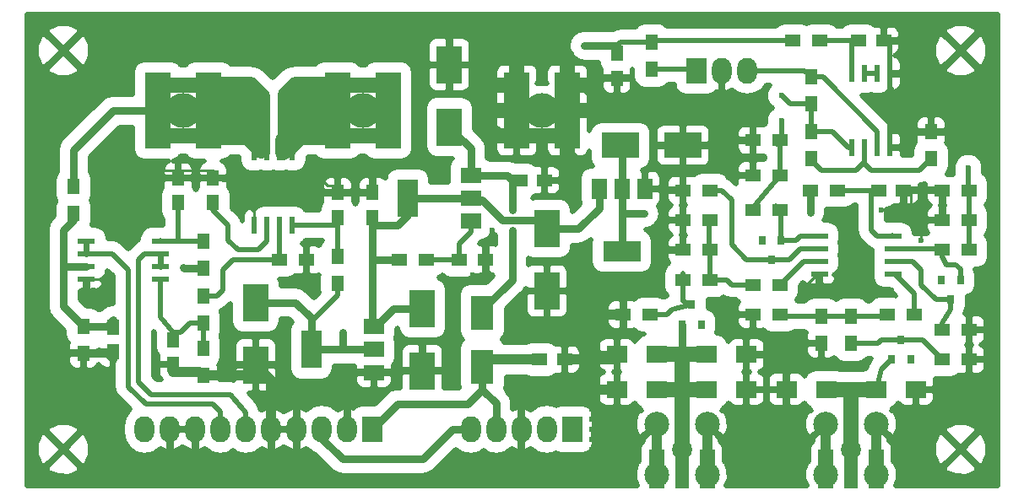
<source format=gtl>
G04 #@! TF.FileFunction,Copper,L1,Top,Signal*
%FSLAX46Y46*%
G04 Gerber Fmt 4.6, Leading zero omitted, Abs format (unit mm)*
G04 Created by KiCad (PCBNEW 4.0.7) date 03/03/18 23:13:13*
%MOMM*%
%LPD*%
G01*
G04 APERTURE LIST*
%ADD10C,0.100000*%
%ADD11C,0.600000*%
%ADD12R,1.750000X0.550000*%
%ADD13R,1.300000X1.500000*%
%ADD14R,1.500000X1.300000*%
%ADD15R,0.800000X0.900000*%
%ADD16R,2.000000X2.600000*%
%ADD17O,2.000000X2.600000*%
%ADD18R,2.000000X1.700000*%
%ADD19R,2.300000X3.500000*%
%ADD20R,2.500000X3.750000*%
%ADD21R,2.000000X3.800000*%
%ADD22R,2.000000X1.500000*%
%ADD23R,3.800000X2.000000*%
%ADD24R,1.500000X2.000000*%
%ADD25R,3.750000X2.500000*%
%ADD26R,2.550000X2.550000*%
%ADD27C,3.500000*%
%ADD28R,0.550000X1.750000*%
%ADD29R,1.400000X4.000000*%
%ADD30R,1.500000X4.000000*%
%ADD31R,1.500000X1.250000*%
%ADD32R,1.250000X1.500000*%
%ADD33C,1.998980*%
%ADD34C,2.499360*%
%ADD35C,0.800000*%
%ADD36C,0.500000*%
%ADD37C,0.250000*%
%ADD38C,1.000000*%
%ADD39C,1.500000*%
%ADD40C,0.600000*%
%ADD41C,1.778000*%
G04 APERTURE END LIST*
D10*
D11*
X159000000Y-128000000D03*
X158000000Y-128000000D03*
X157000000Y-128000000D03*
X156000000Y-128000000D03*
X155000000Y-128000000D03*
X154000000Y-128000000D03*
X153000000Y-128000000D03*
X152000000Y-128000000D03*
X159000000Y-127000000D03*
X158000000Y-127000000D03*
X157000000Y-127000000D03*
X156000000Y-127000000D03*
X155000000Y-127000000D03*
X154000000Y-127000000D03*
X153000000Y-127000000D03*
X152000000Y-127000000D03*
X159000000Y-126000000D03*
X158000000Y-126000000D03*
X157000000Y-126000000D03*
X156000000Y-126000000D03*
X155000000Y-126000000D03*
X154000000Y-126000000D03*
X153000000Y-126000000D03*
X83000000Y-121000000D03*
X82000000Y-121000000D03*
X83000000Y-120000000D03*
X82000000Y-120000000D03*
X83000000Y-119000000D03*
X82000000Y-119000000D03*
X83000000Y-118000000D03*
X82000000Y-118000000D03*
X83000000Y-117000000D03*
X82000000Y-117000000D03*
X83000000Y-116000000D03*
X82000000Y-116000000D03*
X83000000Y-115000000D03*
X82000000Y-115000000D03*
X83000000Y-114000000D03*
X82000000Y-114000000D03*
X83000000Y-113000000D03*
X82000000Y-113000000D03*
X83000000Y-112000000D03*
X82000000Y-112000000D03*
X83000000Y-111000000D03*
X82000000Y-111000000D03*
X83000000Y-110000000D03*
X82000000Y-110000000D03*
X83000000Y-109000000D03*
X82000000Y-109000000D03*
X83000000Y-108000000D03*
X82000000Y-108000000D03*
X83000000Y-107000000D03*
X82000000Y-107000000D03*
X83000000Y-106000000D03*
X82000000Y-106000000D03*
X83000000Y-105000000D03*
X82000000Y-105000000D03*
X83000000Y-104000000D03*
X82000000Y-104000000D03*
X83000000Y-103000000D03*
X82000000Y-103000000D03*
X83000000Y-102000000D03*
X82000000Y-102000000D03*
X83000000Y-101000000D03*
X82000000Y-101000000D03*
X83000000Y-100000000D03*
X82000000Y-100000000D03*
X83000000Y-99000000D03*
X82000000Y-99000000D03*
X83000000Y-98000000D03*
X82000000Y-98000000D03*
X83000000Y-97000000D03*
X82000000Y-97000000D03*
X83000000Y-96000000D03*
X82000000Y-96000000D03*
X83000000Y-95000000D03*
X82000000Y-95000000D03*
X83000000Y-94000000D03*
X82000000Y-94000000D03*
X83000000Y-93000000D03*
X82000000Y-93000000D03*
X83000000Y-92000000D03*
X82000000Y-92000000D03*
X83000000Y-91000000D03*
X82000000Y-91000000D03*
X83000000Y-90000000D03*
X82000000Y-90000000D03*
X83000000Y-89000000D03*
X152000000Y-126000000D03*
X82000000Y-89000000D03*
X178000000Y-121000000D03*
X178000000Y-120000000D03*
X178000000Y-119000000D03*
X178000000Y-118000000D03*
X178000000Y-117000000D03*
X178000000Y-116000000D03*
X178000000Y-115000000D03*
X178000000Y-114000000D03*
X178000000Y-113000000D03*
X178000000Y-112000000D03*
X178000000Y-111000000D03*
X178000000Y-110000000D03*
X178000000Y-109000000D03*
X178000000Y-108000000D03*
X178000000Y-107000000D03*
X178000000Y-106000000D03*
X178000000Y-105000000D03*
X178000000Y-104000000D03*
X178000000Y-103000000D03*
X178000000Y-102000000D03*
X178000000Y-101000000D03*
X178000000Y-100000000D03*
X178000000Y-99000000D03*
X178000000Y-98000000D03*
X178000000Y-97000000D03*
X178000000Y-96000000D03*
X178000000Y-95000000D03*
X178000000Y-94000000D03*
X178000000Y-93000000D03*
X178000000Y-92000000D03*
X178000000Y-91000000D03*
X178000000Y-90000000D03*
X142000000Y-128000000D03*
X141000000Y-128000000D03*
X140000000Y-128000000D03*
X139000000Y-128000000D03*
X138000000Y-128000000D03*
X137000000Y-128000000D03*
X136000000Y-128000000D03*
X135000000Y-128000000D03*
X134000000Y-128000000D03*
X133000000Y-128000000D03*
X132000000Y-128000000D03*
X131000000Y-128000000D03*
X130000000Y-128000000D03*
X129000000Y-128000000D03*
X128000000Y-128000000D03*
X127000000Y-128000000D03*
X126000000Y-128000000D03*
X125000000Y-128000000D03*
X124000000Y-128000000D03*
X123000000Y-128000000D03*
X122000000Y-128000000D03*
X121000000Y-128000000D03*
X120000000Y-128000000D03*
X119000000Y-128000000D03*
X118000000Y-128000000D03*
X117000000Y-128000000D03*
X116000000Y-128000000D03*
X115000000Y-128000000D03*
X114000000Y-128000000D03*
X113000000Y-128000000D03*
X112000000Y-128000000D03*
X111000000Y-128000000D03*
X110000000Y-128000000D03*
X109000000Y-128000000D03*
X108000000Y-128000000D03*
X107000000Y-128000000D03*
X106000000Y-128000000D03*
X105000000Y-128000000D03*
X104000000Y-128000000D03*
X103000000Y-128000000D03*
X102000000Y-128000000D03*
X101000000Y-128000000D03*
X100000000Y-128000000D03*
X99000000Y-128000000D03*
X98000000Y-128000000D03*
X97000000Y-128000000D03*
X96000000Y-128000000D03*
X95000000Y-128000000D03*
X94000000Y-128000000D03*
X93000000Y-128000000D03*
X92000000Y-128000000D03*
X91000000Y-128000000D03*
X90000000Y-128000000D03*
X89000000Y-128000000D03*
X178000000Y-89000000D03*
X170000000Y-82000000D03*
X169000000Y-82000000D03*
X168000000Y-82000000D03*
X167000000Y-82000000D03*
X166000000Y-82000000D03*
X165000000Y-82000000D03*
X164000000Y-82000000D03*
X163000000Y-82000000D03*
X162000000Y-82000000D03*
X161000000Y-82000000D03*
X160000000Y-82000000D03*
X159000000Y-82000000D03*
X158000000Y-82000000D03*
X157000000Y-82000000D03*
X156000000Y-82000000D03*
X155000000Y-82000000D03*
X154000000Y-82000000D03*
X153000000Y-82000000D03*
X152000000Y-82000000D03*
X151000000Y-82000000D03*
X150000000Y-82000000D03*
X149000000Y-82000000D03*
X148000000Y-82000000D03*
X147000000Y-82000000D03*
X146000000Y-82000000D03*
X145000000Y-82000000D03*
X144000000Y-82000000D03*
X143000000Y-82000000D03*
X142000000Y-82000000D03*
X141000000Y-82000000D03*
X140000000Y-82000000D03*
X139000000Y-82000000D03*
X138000000Y-82000000D03*
X137000000Y-82000000D03*
X136000000Y-82000000D03*
X135000000Y-82000000D03*
X134000000Y-82000000D03*
X133000000Y-82000000D03*
X132000000Y-82000000D03*
X131000000Y-82000000D03*
X130000000Y-82000000D03*
X129000000Y-82000000D03*
X128000000Y-82000000D03*
X127000000Y-82000000D03*
X126000000Y-82000000D03*
X125000000Y-82000000D03*
X124000000Y-82000000D03*
X123000000Y-82000000D03*
X122000000Y-82000000D03*
X121000000Y-82000000D03*
X120000000Y-82000000D03*
X119000000Y-82000000D03*
X118000000Y-82000000D03*
X117000000Y-82000000D03*
X116000000Y-82000000D03*
X115000000Y-82000000D03*
X114000000Y-82000000D03*
X113000000Y-82000000D03*
X112000000Y-82000000D03*
X111000000Y-82000000D03*
X110000000Y-82000000D03*
X109000000Y-82000000D03*
X108000000Y-82000000D03*
X107000000Y-82000000D03*
X106000000Y-82000000D03*
X105000000Y-82000000D03*
X104000000Y-82000000D03*
X103000000Y-82000000D03*
X102000000Y-82000000D03*
X101000000Y-82000000D03*
X100000000Y-82000000D03*
X99000000Y-82000000D03*
X98000000Y-82000000D03*
X97000000Y-82000000D03*
X96000000Y-82000000D03*
X95000000Y-82000000D03*
X94000000Y-82000000D03*
X93000000Y-82000000D03*
X92000000Y-82000000D03*
X91000000Y-82000000D03*
X90000000Y-82000000D03*
D12*
X160800000Y-103595000D03*
X160800000Y-104865000D03*
X160800000Y-106135000D03*
X160800000Y-107405000D03*
X168200000Y-107405000D03*
X168200000Y-106135000D03*
X168200000Y-104865000D03*
X168200000Y-103595000D03*
D13*
X87000000Y-112650000D03*
X87000000Y-115350000D03*
D14*
X147150000Y-102000000D03*
X149850000Y-102000000D03*
D15*
X147050000Y-112500000D03*
X148950000Y-112500000D03*
X148000000Y-110500000D03*
X156950000Y-104000000D03*
X155050000Y-104000000D03*
X156000000Y-106000000D03*
X168050000Y-116000000D03*
X169950000Y-116000000D03*
X169000000Y-114000000D03*
X174950000Y-108000000D03*
X173050000Y-108000000D03*
X174000000Y-110000000D03*
D13*
X144000000Y-86850000D03*
X144000000Y-84150000D03*
X99000000Y-106850000D03*
X99000000Y-104150000D03*
D16*
X148500000Y-87000000D03*
D17*
X151040000Y-87000000D03*
X153580000Y-87000000D03*
D16*
X116000000Y-123000000D03*
D17*
X113460000Y-123000000D03*
X110920000Y-123000000D03*
X108380000Y-123000000D03*
X105840000Y-123000000D03*
X103300000Y-123000000D03*
X100760000Y-123000000D03*
X98220000Y-123000000D03*
X95680000Y-123000000D03*
X93140000Y-123000000D03*
D16*
X136000000Y-123000000D03*
D17*
X133460000Y-123000000D03*
X130920000Y-123000000D03*
X128380000Y-123000000D03*
X125840000Y-123000000D03*
D13*
X160000000Y-87650000D03*
X160000000Y-90350000D03*
D14*
X124650000Y-106000000D03*
X127350000Y-106000000D03*
X118650000Y-106000000D03*
X121350000Y-106000000D03*
D13*
X86000000Y-101350000D03*
X86000000Y-98650000D03*
X99000000Y-114900000D03*
X99000000Y-117600000D03*
D18*
X149500000Y-115500000D03*
X153500000Y-115500000D03*
D14*
X149850000Y-108000000D03*
X147150000Y-108000000D03*
X154150000Y-108500000D03*
X156850000Y-108500000D03*
X156850000Y-101000000D03*
X154150000Y-101000000D03*
X156850000Y-94000000D03*
X154150000Y-94000000D03*
D18*
X144500000Y-119000000D03*
X140500000Y-119000000D03*
X166500000Y-119000000D03*
X170500000Y-119000000D03*
D13*
X164000000Y-111650000D03*
X164000000Y-114350000D03*
D14*
X167650000Y-111500000D03*
X170350000Y-111500000D03*
X173150000Y-105000000D03*
X175850000Y-105000000D03*
X175850000Y-99000000D03*
X173150000Y-99000000D03*
D13*
X161000000Y-114350000D03*
X161000000Y-111650000D03*
D19*
X127000000Y-111300000D03*
X127000000Y-116700000D03*
D13*
X112500000Y-105650000D03*
X112500000Y-108350000D03*
D14*
X159900000Y-99000000D03*
X162600000Y-99000000D03*
X175850000Y-113000000D03*
X173150000Y-113000000D03*
D20*
X104267000Y-110286000D03*
X104267000Y-116536000D03*
X133500000Y-102875000D03*
X133500000Y-109125000D03*
D13*
X99000000Y-109650000D03*
X99000000Y-112350000D03*
D18*
X149500000Y-119000000D03*
X153500000Y-119000000D03*
X144500000Y-115500000D03*
X140500000Y-115500000D03*
D14*
X147150000Y-99000000D03*
X149850000Y-99000000D03*
D18*
X161500000Y-119000000D03*
X157500000Y-119000000D03*
D12*
X87300000Y-104095000D03*
X87300000Y-105365000D03*
X87300000Y-106635000D03*
X87300000Y-107905000D03*
X94700000Y-107905000D03*
X94700000Y-106635000D03*
X94700000Y-105365000D03*
X94700000Y-104095000D03*
D21*
X109850000Y-115000000D03*
D22*
X116150000Y-115000000D03*
X116150000Y-112700000D03*
X116150000Y-117300000D03*
D23*
X141000000Y-105150000D03*
D24*
X141000000Y-98850000D03*
X138700000Y-98850000D03*
X143300000Y-98850000D03*
D21*
X119532000Y-99822000D03*
D22*
X125832000Y-99822000D03*
X125832000Y-97522000D03*
X125832000Y-102122000D03*
D25*
X140875000Y-94500000D03*
X147125000Y-94500000D03*
D20*
X123698000Y-92660000D03*
X123698000Y-86410000D03*
X121000000Y-110875000D03*
X121000000Y-117125000D03*
D26*
X99540000Y-88460000D03*
X99540000Y-91000000D03*
X99540000Y-93540000D03*
X94460000Y-88460000D03*
X94460000Y-91000000D03*
X94460000Y-93540000D03*
D27*
X97000000Y-91000000D03*
D26*
X117540000Y-88460000D03*
X117540000Y-91000000D03*
X117540000Y-93540000D03*
X112460000Y-88460000D03*
X112460000Y-91000000D03*
X112460000Y-93540000D03*
D27*
X115000000Y-91000000D03*
D26*
X135540000Y-88460000D03*
X135540000Y-91000000D03*
X135540000Y-93540000D03*
X130460000Y-88460000D03*
X130460000Y-91000000D03*
X130460000Y-93540000D03*
D27*
X133000000Y-91000000D03*
D14*
X109350000Y-106000000D03*
X106650000Y-106000000D03*
X156850000Y-97500000D03*
X154150000Y-97500000D03*
X141150000Y-111500000D03*
X143850000Y-111500000D03*
X147150000Y-105000000D03*
X149850000Y-105000000D03*
X175850000Y-116000000D03*
X173150000Y-116000000D03*
X154150000Y-111500000D03*
X156850000Y-111500000D03*
X175850000Y-102000000D03*
X173150000Y-102000000D03*
D28*
X107950000Y-95106000D03*
X106680000Y-95106000D03*
X105410000Y-95106000D03*
X104140000Y-95106000D03*
X104140000Y-102506000D03*
X105410000Y-102506000D03*
X106680000Y-102506000D03*
X107950000Y-102506000D03*
D14*
X158150000Y-84000000D03*
X160850000Y-84000000D03*
D13*
X160000000Y-95850000D03*
X160000000Y-93150000D03*
X172000000Y-95850000D03*
X172000000Y-93150000D03*
D28*
X164095000Y-94700000D03*
X165365000Y-94700000D03*
X166635000Y-94700000D03*
X167905000Y-94700000D03*
X167905000Y-87300000D03*
X166635000Y-87300000D03*
X165365000Y-87300000D03*
X164095000Y-87300000D03*
D29*
X147000000Y-127000000D03*
D30*
X149540000Y-127000000D03*
X144460000Y-127000000D03*
D29*
X164000000Y-127000000D03*
D30*
X166540000Y-127000000D03*
X161460000Y-127000000D03*
D11*
X89000000Y-82000000D03*
D31*
X164750000Y-84000000D03*
X167250000Y-84000000D03*
D32*
X140500000Y-85250000D03*
X140500000Y-87750000D03*
D31*
X130750000Y-98000000D03*
X133250000Y-98000000D03*
D32*
X96500000Y-100250000D03*
X96500000Y-97750000D03*
X90000000Y-112750000D03*
X90000000Y-115250000D03*
X116000000Y-101750000D03*
X116000000Y-99250000D03*
X96000000Y-114000000D03*
X96000000Y-116500000D03*
X100000000Y-100250000D03*
X100000000Y-97750000D03*
X112500000Y-99250000D03*
X112500000Y-101750000D03*
D31*
X166750000Y-99000000D03*
X169250000Y-99000000D03*
X132750000Y-116000000D03*
X135250000Y-116000000D03*
D33*
X147000000Y-125000000D03*
D34*
X149540000Y-122460000D03*
X149540000Y-127540000D03*
X144460000Y-127540000D03*
X144460000Y-122460000D03*
D33*
X164000000Y-125000000D03*
D34*
X166540000Y-122460000D03*
X166540000Y-127540000D03*
X161460000Y-127540000D03*
X161460000Y-122460000D03*
D11*
X137250000Y-84500000D03*
X97000000Y-106750000D03*
X113000000Y-113250000D03*
X90000000Y-110000000D03*
X89000000Y-110000000D03*
X88000000Y-110000000D03*
X87000000Y-110000000D03*
X87000000Y-109000000D03*
X88000000Y-109000000D03*
X89000000Y-109000000D03*
X90000000Y-109000000D03*
X90000000Y-108000000D03*
X89000000Y-108000000D03*
X126000000Y-107500000D03*
X127000000Y-107500000D03*
X128000000Y-107500000D03*
X128000000Y-103000000D03*
X128000000Y-104000000D03*
X167000000Y-101000000D03*
X168000000Y-101000000D03*
X169000000Y-101000000D03*
X171000000Y-104000000D03*
X171000000Y-103000000D03*
X171000000Y-102000000D03*
X171000000Y-101000000D03*
X170000000Y-101000000D03*
X107000000Y-108000000D03*
X108000000Y-108000000D03*
X109000000Y-108000000D03*
X110000000Y-108000000D03*
X111000000Y-98000000D03*
X110000000Y-98000000D03*
X109000000Y-98000000D03*
X108000000Y-98000000D03*
X107000000Y-98000000D03*
X106000000Y-98000000D03*
X105000000Y-98000000D03*
X104000000Y-98000000D03*
X103000000Y-98000000D03*
X102000000Y-98000000D03*
X88000000Y-97000000D03*
X89000000Y-97000000D03*
X90000000Y-97000000D03*
X91000000Y-97000000D03*
X92000000Y-97000000D03*
X93000000Y-97000000D03*
X94000000Y-97000000D03*
X95000000Y-97000000D03*
X138000000Y-125000000D03*
X138000000Y-124000000D03*
X138000000Y-123000000D03*
X138000000Y-122000000D03*
X138000000Y-121000000D03*
X138000000Y-120000000D03*
X138000000Y-119000000D03*
X138000000Y-118000000D03*
X138000000Y-117000000D03*
X138000000Y-116000000D03*
X138000000Y-115000000D03*
X138000000Y-114000000D03*
X138000000Y-113000000D03*
X138000000Y-112000000D03*
X138000000Y-111000000D03*
X138000000Y-110000000D03*
X138000000Y-109000000D03*
X138000000Y-108000000D03*
X159000000Y-109000000D03*
X160000000Y-109000000D03*
X161000000Y-109000000D03*
X162000000Y-109000000D03*
X163000000Y-109000000D03*
X164000000Y-109000000D03*
X165000000Y-109000000D03*
X166000000Y-109000000D03*
X167000000Y-109000000D03*
X168000000Y-109000000D03*
X130000000Y-100000000D03*
X130000000Y-101000000D03*
X130000000Y-103000000D03*
X130000000Y-104000000D03*
X143256000Y-101346000D03*
X159893000Y-101219000D03*
X157000000Y-92000000D03*
X175750000Y-96750000D03*
X157000000Y-89500000D03*
D35*
X140500000Y-84500000D02*
X137250000Y-84500000D01*
X99000000Y-106850000D02*
X97100000Y-106850000D01*
X97100000Y-106850000D02*
X97000000Y-106750000D01*
X113000000Y-113250000D02*
X113000000Y-115000000D01*
D36*
X112500000Y-108350000D02*
X112500000Y-109500000D01*
X112500000Y-109500000D02*
X109850000Y-112150000D01*
D35*
X104267000Y-110286000D02*
X108286000Y-110286000D01*
X109850000Y-111850000D02*
X109850000Y-112150000D01*
X109850000Y-112150000D02*
X109850000Y-115000000D01*
X108286000Y-110286000D02*
X109850000Y-111850000D01*
D36*
X144000000Y-84150000D02*
X140850000Y-84150000D01*
X140850000Y-84150000D02*
X140500000Y-84500000D01*
X143650000Y-84500000D02*
X144000000Y-84150000D01*
X158150000Y-84000000D02*
X144150000Y-84000000D01*
X144150000Y-84000000D02*
X144000000Y-84150000D01*
X99000000Y-106770000D02*
X99000000Y-106850000D01*
D35*
X109850000Y-115000000D02*
X113000000Y-115000000D01*
X113000000Y-115000000D02*
X116150000Y-115000000D01*
X109698000Y-114848000D02*
X109850000Y-115000000D01*
D37*
X87300000Y-107905000D02*
X88905000Y-107905000D01*
X88000000Y-110000000D02*
X89000000Y-110000000D01*
X87000000Y-109000000D02*
X87000000Y-110000000D01*
X89000000Y-109000000D02*
X88000000Y-109000000D01*
X90000000Y-108000000D02*
X90000000Y-109000000D01*
X88905000Y-107905000D02*
X89000000Y-108000000D01*
D35*
X87000000Y-115350000D02*
X89350000Y-115350000D01*
X89350000Y-115350000D02*
X90000000Y-116000000D01*
D38*
X105840000Y-123000000D02*
X105840000Y-118109000D01*
X105840000Y-118109000D02*
X104267000Y-116536000D01*
X99000000Y-117600000D02*
X103203000Y-117600000D01*
X103203000Y-117600000D02*
X104267000Y-116536000D01*
X96000000Y-117250000D02*
X98650000Y-117250000D01*
X98650000Y-117250000D02*
X99000000Y-117600000D01*
D37*
X128000000Y-107500000D02*
X127000000Y-107500000D01*
X127350000Y-106000000D02*
X127350000Y-106850000D01*
X127350000Y-106850000D02*
X128000000Y-107500000D01*
X128000000Y-104000000D02*
X128000000Y-103000000D01*
X127350000Y-106000000D02*
X127350000Y-104650000D01*
X127350000Y-104650000D02*
X128000000Y-104000000D01*
D38*
X140500000Y-119000000D02*
X138000000Y-119000000D01*
X141150000Y-111500000D02*
X138500000Y-111500000D01*
X138500000Y-111500000D02*
X138000000Y-111000000D01*
X138000000Y-116000000D02*
X140000000Y-116000000D01*
X140000000Y-116000000D02*
X140500000Y-115500000D01*
X136000000Y-116000000D02*
X138000000Y-116000000D01*
D37*
X104140000Y-102506000D02*
X104140000Y-98140000D01*
X104140000Y-98140000D02*
X104000000Y-98000000D01*
X169000000Y-101000000D02*
X168000000Y-101000000D01*
X170000000Y-99000000D02*
X170000000Y-101000000D01*
X171000000Y-103000000D02*
X171000000Y-104000000D01*
X171000000Y-101000000D02*
X171000000Y-102000000D01*
X109350000Y-106000000D02*
X109350000Y-107350000D01*
X109000000Y-108000000D02*
X108000000Y-108000000D01*
X109350000Y-107350000D02*
X110000000Y-108000000D01*
X96500000Y-97000000D02*
X100000000Y-97000000D01*
X100000000Y-97000000D02*
X101000000Y-98000000D01*
X111500000Y-98500000D02*
X112500000Y-98500000D01*
X111000000Y-98000000D02*
X111500000Y-98500000D01*
X109000000Y-98000000D02*
X110000000Y-98000000D01*
X107000000Y-98000000D02*
X108000000Y-98000000D01*
X105000000Y-98000000D02*
X106000000Y-98000000D01*
X103000000Y-98000000D02*
X104000000Y-98000000D01*
X101000000Y-98000000D02*
X102000000Y-98000000D01*
X96500000Y-97000000D02*
X95000000Y-97000000D01*
X90000000Y-97000000D02*
X89000000Y-97000000D01*
X92000000Y-97000000D02*
X91000000Y-97000000D01*
X94000000Y-97000000D02*
X93000000Y-97000000D01*
X127350000Y-106000000D02*
X127350000Y-105650000D01*
D39*
X135540000Y-93540000D02*
X135540000Y-95540000D01*
X135540000Y-95540000D02*
X136000000Y-96000000D01*
X130460000Y-93540000D02*
X128540000Y-93540000D01*
X128540000Y-93540000D02*
X128000000Y-93000000D01*
X130460000Y-91000000D02*
X127000000Y-91000000D01*
X135540000Y-91000000D02*
X138000000Y-91000000D01*
X135540000Y-88460000D02*
X137460000Y-88460000D01*
X137460000Y-88460000D02*
X138000000Y-89000000D01*
X130460000Y-88460000D02*
X127540000Y-88460000D01*
X127540000Y-88460000D02*
X127000000Y-89000000D01*
X135540000Y-88460000D02*
X135540000Y-85540000D01*
X135540000Y-85540000D02*
X135000000Y-85000000D01*
X130460000Y-88460000D02*
X130460000Y-85460000D01*
X130460000Y-85460000D02*
X130000000Y-85000000D01*
X130460000Y-93540000D02*
X135540000Y-93540000D01*
X130460000Y-91000000D02*
X135540000Y-91000000D01*
D38*
X166540000Y-122460000D02*
X166540000Y-127540000D01*
X161460000Y-122460000D02*
X161460000Y-127540000D01*
X144460000Y-122460000D02*
X144460000Y-127540000D01*
X149540000Y-122460000D02*
X149540000Y-127540000D01*
D37*
X137000000Y-108000000D02*
X138000000Y-108000000D01*
X135875000Y-109125000D02*
X137000000Y-108000000D01*
X133500000Y-109125000D02*
X135875000Y-109125000D01*
X138000000Y-123000000D02*
X138000000Y-124000000D01*
X138000000Y-121000000D02*
X138000000Y-122000000D01*
X138000000Y-119000000D02*
X138000000Y-120000000D01*
X138000000Y-117000000D02*
X138000000Y-118000000D01*
X138000000Y-115000000D02*
X138000000Y-116000000D01*
X138000000Y-113000000D02*
X138000000Y-114000000D01*
X138000000Y-111000000D02*
X138000000Y-112000000D01*
X138000000Y-109000000D02*
X138000000Y-110000000D01*
X160800000Y-107405000D02*
X160595000Y-107405000D01*
X160595000Y-107405000D02*
X159000000Y-109000000D01*
X160000000Y-109000000D02*
X161000000Y-109000000D01*
X162000000Y-109000000D02*
X163000000Y-109000000D01*
X164000000Y-109000000D02*
X165000000Y-109000000D01*
X166000000Y-109000000D02*
X167000000Y-109000000D01*
D36*
X172000000Y-93150000D02*
X167905000Y-93150000D01*
X173150000Y-102000000D02*
X173150000Y-99000000D01*
X173103000Y-99047000D02*
X173150000Y-99000000D01*
X167905000Y-87300000D02*
X167905000Y-93150000D01*
X167905000Y-93150000D02*
X167905000Y-94700000D01*
X167905000Y-87300000D02*
X167905000Y-84095000D01*
X167905000Y-84095000D02*
X168000000Y-84000000D01*
X167905000Y-84095000D02*
X168000000Y-84000000D01*
D35*
X127000000Y-119000000D02*
X125500000Y-120500000D01*
X125500000Y-120500000D02*
X118500000Y-120500000D01*
X118500000Y-120500000D02*
X116000000Y-123000000D01*
X128380000Y-123000000D02*
X128380000Y-120380000D01*
X128380000Y-120380000D02*
X127000000Y-119000000D01*
D38*
X132000000Y-116000000D02*
X127300000Y-116000000D01*
X127300000Y-116000000D02*
X127000000Y-115700000D01*
D35*
X127000000Y-115700000D02*
X127000000Y-119000000D01*
X130000000Y-98000000D02*
X130000000Y-100000000D01*
X130000000Y-100000000D02*
X130000000Y-101000000D01*
X130000000Y-104000000D02*
X130000000Y-108000000D01*
X130000000Y-108000000D02*
X127000000Y-111000000D01*
X127000000Y-111000000D02*
X127000000Y-110300000D01*
X130000000Y-103000000D02*
X130000000Y-104000000D01*
X125832000Y-97522000D02*
X129522000Y-97522000D01*
X129522000Y-97522000D02*
X130000000Y-98000000D01*
X129986000Y-97986000D02*
X130000000Y-98000000D01*
X125832000Y-97522000D02*
X125832000Y-94794000D01*
X125832000Y-94794000D02*
X123698000Y-92660000D01*
X125832000Y-99822000D02*
X126010000Y-100000000D01*
X126010000Y-100000000D02*
X127000000Y-100000000D01*
X127000000Y-100000000D02*
X129000000Y-102000000D01*
X129000000Y-102000000D02*
X133250000Y-102000000D01*
X133250000Y-102000000D02*
X133500000Y-102250000D01*
X133500000Y-102250000D02*
X133500000Y-102875000D01*
X116000000Y-102500000D02*
X118500000Y-102500000D01*
X118500000Y-102500000D02*
X119532000Y-101468000D01*
X119532000Y-101468000D02*
X119532000Y-99822000D01*
X118650000Y-106000000D02*
X116000000Y-106000000D01*
X116000000Y-102500000D02*
X116000000Y-106000000D01*
X116000000Y-106000000D02*
X116000000Y-112550000D01*
X116000000Y-112550000D02*
X116150000Y-112700000D01*
X116150000Y-112700000D02*
X117000000Y-112000000D01*
X118125000Y-110875000D02*
X121000000Y-110875000D01*
X117000000Y-112000000D02*
X118125000Y-110875000D01*
X116429000Y-112421000D02*
X116150000Y-112700000D01*
X138700000Y-98850000D02*
X138700000Y-100800000D01*
X136625000Y-102875000D02*
X133500000Y-102875000D01*
X138700000Y-100800000D02*
X136625000Y-102875000D01*
X133525000Y-102850000D02*
X133500000Y-102875000D01*
X119532000Y-99822000D02*
X125832000Y-99822000D01*
X87300000Y-106635000D02*
X85000000Y-106635000D01*
X85000000Y-106635000D02*
X85000000Y-107000000D01*
X87000000Y-112650000D02*
X89350000Y-112650000D01*
X89350000Y-112650000D02*
X90000000Y-112000000D01*
X86000000Y-101350000D02*
X86000000Y-102000000D01*
X86000000Y-102000000D02*
X85000000Y-103000000D01*
X85000000Y-103000000D02*
X85000000Y-107000000D01*
X85000000Y-107000000D02*
X85000000Y-110650000D01*
X85000000Y-110650000D02*
X87000000Y-112650000D01*
D36*
X96000000Y-113250000D02*
X96750000Y-113250000D01*
X96750000Y-113250000D02*
X97650000Y-112350000D01*
X97650000Y-112350000D02*
X99000000Y-112350000D01*
X94700000Y-107905000D02*
X94700000Y-111700000D01*
X94700000Y-111700000D02*
X96000000Y-113250000D01*
X99000000Y-112350000D02*
X99000000Y-114900000D01*
X98952000Y-112302000D02*
X99000000Y-112350000D01*
X95960800Y-113210800D02*
X96000000Y-113250000D01*
D35*
X159900000Y-99000000D02*
X159900000Y-101212000D01*
X143256000Y-101346000D02*
X141000000Y-101346000D01*
X159900000Y-101212000D02*
X159893000Y-101219000D01*
X141000000Y-98850000D02*
X141000000Y-94625000D01*
X141000000Y-94625000D02*
X140875000Y-94500000D01*
X141000000Y-98850000D02*
X140970000Y-98883000D01*
X141000000Y-98850000D02*
X141000000Y-101346000D01*
X141000000Y-101346000D02*
X141000000Y-101500000D01*
X141000000Y-101500000D02*
X141000000Y-105150000D01*
X141079000Y-94704000D02*
X140875000Y-94500000D01*
D36*
X166000000Y-99000000D02*
X166000000Y-103000000D01*
X166595000Y-103595000D02*
X168200000Y-103595000D01*
X166000000Y-103000000D02*
X166595000Y-103595000D01*
X162600000Y-99000000D02*
X166000000Y-99000000D01*
X168105000Y-103500000D02*
X168200000Y-103595000D01*
X162823000Y-99223000D02*
X162600000Y-99000000D01*
X162823000Y-99223000D02*
X162600000Y-99000000D01*
X148000000Y-110500000D02*
X146000000Y-111000000D01*
X145500000Y-111500000D02*
X143850000Y-111500000D01*
X146000000Y-111000000D02*
X145500000Y-111500000D01*
X147150000Y-108000000D02*
X147150000Y-110150000D01*
X147150000Y-110150000D02*
X148000000Y-110500000D01*
X147150000Y-107350000D02*
X147150000Y-108000000D01*
X143913000Y-111437000D02*
X143850000Y-111500000D01*
X164000000Y-114350000D02*
X166650000Y-114350000D01*
X167000000Y-114000000D02*
X169000000Y-114000000D01*
X166650000Y-114350000D02*
X167000000Y-114000000D01*
X169000000Y-114000000D02*
X171150000Y-114000000D01*
X171150000Y-114000000D02*
X173150000Y-116000000D01*
X164063000Y-114413000D02*
X164000000Y-114350000D01*
X173393000Y-116016000D02*
X173409000Y-116000000D01*
D39*
X147000000Y-119000000D02*
X149500000Y-119000000D01*
X144500000Y-119000000D02*
X147000000Y-119000000D01*
X149500000Y-115500000D02*
X144500000Y-115500000D01*
D35*
X147050000Y-112500000D02*
X147050000Y-115000000D01*
X147050000Y-115000000D02*
X147050000Y-115450000D01*
X147050000Y-115450000D02*
X147000000Y-115500000D01*
D39*
X147000000Y-125000000D02*
X147000000Y-119000000D01*
X147000000Y-119000000D02*
X147000000Y-115500000D01*
X147000000Y-115500000D02*
X149500000Y-115500000D01*
D36*
X160800000Y-103595000D02*
X158905000Y-103595000D01*
X158500000Y-104000000D02*
X156950000Y-104000000D01*
X158905000Y-103595000D02*
X158500000Y-104000000D01*
X156950000Y-104000000D02*
X156950000Y-101100000D01*
X156950000Y-101100000D02*
X156850000Y-101000000D01*
X156450000Y-100550000D02*
X156900000Y-101000000D01*
X156900000Y-101000000D02*
X156850000Y-101000000D01*
X160817000Y-103578000D02*
X160800000Y-103595000D01*
X149850000Y-99000000D02*
X151000000Y-99000000D01*
X153500000Y-106000000D02*
X156000000Y-106000000D01*
X152000000Y-104500000D02*
X153500000Y-106000000D01*
X152000000Y-100000000D02*
X152000000Y-104500000D01*
X151000000Y-99000000D02*
X152000000Y-100000000D01*
X160800000Y-104865000D02*
X158885000Y-104865000D01*
X158885000Y-104865000D02*
X157750000Y-106000000D01*
X157750000Y-106000000D02*
X156000000Y-106000000D01*
X149850000Y-99000000D02*
X150000000Y-99000000D01*
X155969000Y-105969000D02*
X156000000Y-106000000D01*
X156016000Y-106016000D02*
X156000000Y-106000000D01*
D39*
X164000000Y-125000000D02*
X164000000Y-119000000D01*
D36*
X168050000Y-116000000D02*
X168000000Y-116000000D01*
X168000000Y-116000000D02*
X167000000Y-117000000D01*
X167000000Y-117000000D02*
X166500000Y-119000000D01*
X166550000Y-118950000D02*
X166500000Y-119000000D01*
D39*
X161500000Y-119000000D02*
X164000000Y-119000000D01*
X164000000Y-119000000D02*
X166500000Y-119000000D01*
D36*
X168016000Y-116034000D02*
X168050000Y-116000000D01*
X164182000Y-127585000D02*
X164116000Y-127651000D01*
X168200000Y-104865000D02*
X173015000Y-104865000D01*
X173015000Y-104865000D02*
X173150000Y-105000000D01*
X173150000Y-105000000D02*
X173150000Y-105650000D01*
X173150000Y-105650000D02*
X173500000Y-106500000D01*
X174950000Y-106950000D02*
X174950000Y-108000000D01*
X174500000Y-106500000D02*
X174950000Y-106950000D01*
X173500000Y-106500000D02*
X174500000Y-106500000D01*
D37*
X172785000Y-105365000D02*
X173150000Y-105000000D01*
D36*
X168200000Y-106135000D02*
X170135000Y-106135000D01*
X172500000Y-110000000D02*
X174000000Y-110000000D01*
X171000000Y-108500000D02*
X172500000Y-110000000D01*
X171000000Y-107000000D02*
X171000000Y-108500000D01*
X170135000Y-106135000D02*
X171000000Y-107000000D01*
X173150000Y-113000000D02*
X173150000Y-112350000D01*
X173150000Y-112350000D02*
X174000000Y-111000000D01*
X174000000Y-111000000D02*
X174000000Y-110000000D01*
X168200000Y-106135000D02*
X168135000Y-106135000D01*
X160000000Y-87650000D02*
X161150000Y-87650000D01*
X166635000Y-93135000D02*
X166635000Y-94700000D01*
X161150000Y-87650000D02*
X166635000Y-93135000D01*
X166635000Y-94700000D02*
X166635000Y-94135000D01*
X153580000Y-87000000D02*
X159350000Y-87000000D01*
X159350000Y-87000000D02*
X160000000Y-87650000D01*
D35*
X110920000Y-123000000D02*
X110920000Y-123920000D01*
X121040000Y-126000000D02*
X124040000Y-123000000D01*
X110920000Y-123920000D02*
X113000000Y-126000000D01*
X113000000Y-126000000D02*
X121040000Y-126000000D01*
X124040000Y-123000000D02*
X125840000Y-123000000D01*
D36*
X103300000Y-123000000D02*
X103300000Y-121300000D01*
X93135000Y-105365000D02*
X94700000Y-105365000D01*
X92500000Y-106000000D02*
X93135000Y-105365000D01*
X92500000Y-118250000D02*
X92500000Y-106000000D01*
X93750000Y-119500000D02*
X92500000Y-118250000D01*
X101719512Y-119500000D02*
X93750000Y-119500000D01*
X103300000Y-121300000D02*
X101719512Y-119500000D01*
D40*
X94700000Y-105365000D02*
X94700000Y-106635000D01*
D36*
X100760000Y-123000000D02*
X100760000Y-121260000D01*
X89865000Y-105365000D02*
X87300000Y-105365000D01*
X91500000Y-107000000D02*
X89865000Y-105365000D01*
X91500000Y-118750000D02*
X91500000Y-107000000D01*
X93250000Y-120500000D02*
X91500000Y-118750000D01*
X100000000Y-120500000D02*
X93250000Y-120500000D01*
X100760000Y-121260000D02*
X100000000Y-120500000D01*
D40*
X87300000Y-104095000D02*
X87300000Y-105365000D01*
D39*
X117540000Y-88460000D02*
X112460000Y-88460000D01*
X117540000Y-93540000D02*
X112460000Y-93540000D01*
X111000000Y-90000000D02*
X107907000Y-90000000D01*
X107907000Y-90000000D02*
X107315000Y-89408000D01*
X111000000Y-92000000D02*
X111000000Y-90000000D01*
X109000000Y-92000000D02*
X111000000Y-92000000D01*
X107000000Y-94000000D02*
X109000000Y-92000000D01*
D40*
X107000000Y-95217000D02*
X107950000Y-95217000D01*
X106680000Y-95217000D02*
X107000000Y-95217000D01*
D39*
X107000000Y-95217000D02*
X107000000Y-94000000D01*
D41*
X112460000Y-88460000D02*
X108263000Y-88460000D01*
X108263000Y-88460000D02*
X107315000Y-89408000D01*
X107315000Y-89408000D02*
X107315000Y-94869000D01*
X112460000Y-91000000D02*
X108771000Y-91000000D01*
X108771000Y-91000000D02*
X107315000Y-92456000D01*
X107315000Y-92456000D02*
X107315000Y-94869000D01*
X108644000Y-93540000D02*
X107315000Y-94869000D01*
X108644000Y-93540000D02*
X112460000Y-93540000D01*
D36*
X144000000Y-86850000D02*
X148350000Y-86850000D01*
X148350000Y-86850000D02*
X148500000Y-87000000D01*
X96500000Y-101000000D02*
X96500000Y-104095000D01*
X94700000Y-104095000D02*
X96500000Y-104095000D01*
X96500000Y-104095000D02*
X98945000Y-104095000D01*
X94700000Y-104095000D02*
X95244200Y-104095000D01*
X94739200Y-104055800D02*
X94700000Y-104095000D01*
X106680000Y-102506000D02*
X106680000Y-105970000D01*
X106680000Y-105970000D02*
X106650000Y-106000000D01*
X99000000Y-109650000D02*
X100350000Y-109650000D01*
X102000000Y-106000000D02*
X106650000Y-106000000D01*
X101000000Y-107000000D02*
X102000000Y-106000000D01*
X101000000Y-109000000D02*
X101000000Y-107000000D01*
X100350000Y-109650000D02*
X101000000Y-109000000D01*
X105410000Y-102506000D02*
X105410000Y-104090000D01*
X101500000Y-102500000D02*
X100000000Y-101000000D01*
X101500000Y-104000000D02*
X101500000Y-102500000D01*
X102500000Y-105000000D02*
X101500000Y-104000000D01*
X104500000Y-105000000D02*
X102500000Y-105000000D01*
X105410000Y-104090000D02*
X104500000Y-105000000D01*
X107950000Y-102506000D02*
X112494000Y-102506000D01*
X112494000Y-102506000D02*
X112500000Y-102500000D01*
X112500000Y-102500000D02*
X112500000Y-105650000D01*
X157000000Y-92000000D02*
X157000000Y-94000000D01*
X154150000Y-101000000D02*
X154150000Y-100700000D01*
X154150000Y-100700000D02*
X156850000Y-97500000D01*
X156850000Y-94000000D02*
X156850000Y-97500000D01*
X156755000Y-97346000D02*
X156782000Y-97373000D01*
X156528000Y-94354000D02*
X156755000Y-94127000D01*
X149850000Y-108000000D02*
X151500000Y-108000000D01*
X152000000Y-108500000D02*
X154150000Y-108500000D01*
X151500000Y-108000000D02*
X152000000Y-108500000D01*
X149850000Y-105000000D02*
X149850000Y-108000000D01*
X149755000Y-102127000D02*
X149723000Y-104973000D01*
X149723000Y-104973000D02*
X149750000Y-105000000D01*
X164000000Y-111650000D02*
X167500000Y-111650000D01*
X167500000Y-111650000D02*
X167650000Y-111500000D01*
X161000000Y-111650000D02*
X157100000Y-111650000D01*
X157100000Y-111650000D02*
X157000000Y-111750000D01*
X164000000Y-111650000D02*
X161000000Y-111650000D01*
X175750000Y-98900000D02*
X175750000Y-96750000D01*
X175750000Y-98900000D02*
X175850000Y-99000000D01*
X175850000Y-102000000D02*
X175850000Y-99000000D01*
X175850000Y-105000000D02*
X175850000Y-102000000D01*
X175850000Y-105000000D02*
X176037000Y-104947000D01*
X175850000Y-105000000D02*
X175850000Y-104793000D01*
D35*
X86000000Y-98650000D02*
X86000000Y-95000000D01*
X90000000Y-91000000D02*
X94460000Y-91000000D01*
X86000000Y-95000000D02*
X90000000Y-91000000D01*
D39*
X99540000Y-93540000D02*
X94460000Y-93540000D01*
X99540000Y-88460000D02*
X94460000Y-88460000D01*
X102000000Y-90000000D02*
X101000000Y-90000000D01*
X101000000Y-90000000D02*
X103000000Y-90000000D01*
X103000000Y-90000000D02*
X103700000Y-90700000D01*
X103700000Y-88460000D02*
X103700000Y-90700000D01*
X103700000Y-90700000D02*
X104000000Y-91000000D01*
X104000000Y-91000000D02*
X99540000Y-91000000D01*
D41*
X99540000Y-91000000D02*
X100000000Y-91000000D01*
X100000000Y-91000000D02*
X101000000Y-92000000D01*
X103000000Y-92000000D02*
X104775000Y-93775000D01*
X101000000Y-92000000D02*
X103000000Y-92000000D01*
X104775000Y-93775000D02*
X104775000Y-94869000D01*
X99540000Y-88460000D02*
X103700000Y-88460000D01*
X103700000Y-88460000D02*
X104775000Y-89535000D01*
X104775000Y-89535000D02*
X104775000Y-94869000D01*
X103446000Y-93540000D02*
X104775000Y-94869000D01*
X103446000Y-93540000D02*
X99540000Y-93540000D01*
D40*
X104140000Y-95217000D02*
X105410000Y-95217000D01*
D36*
X124650000Y-106000000D02*
X124650000Y-104350000D01*
X125832000Y-103168000D02*
X125832000Y-102122000D01*
X124650000Y-104350000D02*
X125832000Y-103168000D01*
X121350000Y-106000000D02*
X124650000Y-106000000D01*
X160800000Y-106135000D02*
X159215000Y-106135000D01*
X159215000Y-106135000D02*
X156850000Y-108500000D01*
X157215000Y-108135000D02*
X156850000Y-108500000D01*
X168200000Y-107405000D02*
X168405000Y-107405000D01*
X168405000Y-107405000D02*
X170350000Y-109350000D01*
X170350000Y-109350000D02*
X170350000Y-111500000D01*
X170397000Y-111453000D02*
X170350000Y-111500000D01*
X164095000Y-87300000D02*
X164095000Y-84095000D01*
X164095000Y-84095000D02*
X164000000Y-84000000D01*
X164095000Y-84095000D02*
X164000000Y-84000000D01*
X160850000Y-84000000D02*
X164000000Y-84000000D01*
X160000000Y-90350000D02*
X157850000Y-90350000D01*
X157850000Y-90350000D02*
X157000000Y-89500000D01*
D35*
X159900000Y-90300000D02*
X160000000Y-90400000D01*
D36*
X160000000Y-90400000D02*
X160000000Y-93150000D01*
X164095000Y-94700000D02*
X163700000Y-94700000D01*
X163700000Y-94700000D02*
X162150000Y-93150000D01*
X162150000Y-93150000D02*
X160000000Y-93150000D01*
X160350000Y-90350000D02*
X160000000Y-90400000D01*
X164095000Y-94700000D02*
X164095000Y-94095000D01*
X159873500Y-93276500D02*
X160000000Y-93150000D01*
X165365000Y-94700000D02*
X165365000Y-96365000D01*
X170850000Y-97000000D02*
X172000000Y-95850000D01*
X166000000Y-97000000D02*
X170850000Y-97000000D01*
X165365000Y-96365000D02*
X166000000Y-97000000D01*
X160000000Y-95850000D02*
X160000000Y-96000000D01*
X160000000Y-96000000D02*
X161000000Y-97000000D01*
X165365000Y-96135000D02*
X165365000Y-94700000D01*
X164500000Y-97000000D02*
X165365000Y-96135000D01*
X161000000Y-97000000D02*
X164500000Y-97000000D01*
X165365000Y-87300000D02*
X166635000Y-87300000D01*
G36*
X178675000Y-128675000D02*
X168452646Y-128675000D01*
X168741982Y-127965808D01*
X168737316Y-127090733D01*
X168636756Y-126847958D01*
X173293464Y-126847958D01*
X173463858Y-127284448D01*
X174455009Y-127698411D01*
X175529132Y-127701566D01*
X176522698Y-127293432D01*
X176536142Y-127284448D01*
X176706536Y-126847958D01*
X175000000Y-125141421D01*
X173293464Y-126847958D01*
X168636756Y-126847958D01*
X168411417Y-126303943D01*
X168240000Y-126255169D01*
X168240000Y-125529132D01*
X172298434Y-125529132D01*
X172706568Y-126522698D01*
X172715552Y-126536142D01*
X173152042Y-126706536D01*
X174858579Y-125000000D01*
X175141421Y-125000000D01*
X176847958Y-126706536D01*
X177284448Y-126536142D01*
X177698411Y-125544991D01*
X177701566Y-124470868D01*
X177293432Y-123477302D01*
X177284448Y-123463858D01*
X176847958Y-123293464D01*
X175141421Y-125000000D01*
X174858579Y-125000000D01*
X173152042Y-123293464D01*
X172715552Y-123463858D01*
X172301589Y-124455009D01*
X172298434Y-125529132D01*
X168240000Y-125529132D01*
X168240000Y-124811033D01*
X168095371Y-124461868D01*
X167828132Y-124194629D01*
X167816365Y-124189755D01*
X167885468Y-123946889D01*
X166540000Y-122601421D01*
X166525858Y-122615564D01*
X166384437Y-122474143D01*
X166398579Y-122460000D01*
X166384437Y-122445858D01*
X166525858Y-122304437D01*
X166540000Y-122318579D01*
X166554143Y-122304437D01*
X166695564Y-122445858D01*
X166681421Y-122460000D01*
X168026889Y-123805468D01*
X168411417Y-123696057D01*
X168633363Y-123152042D01*
X173293464Y-123152042D01*
X175000000Y-124858579D01*
X176706536Y-123152042D01*
X176536142Y-122715552D01*
X175544991Y-122301589D01*
X174470868Y-122298434D01*
X173477302Y-122706568D01*
X173463858Y-122715552D01*
X173293464Y-123152042D01*
X168633363Y-123152042D01*
X168741982Y-122885808D01*
X168737316Y-122010733D01*
X168411417Y-121223943D01*
X168026891Y-121114533D01*
X168193129Y-120948295D01*
X168157285Y-120912451D01*
X168388663Y-120763563D01*
X168674076Y-120345847D01*
X168675074Y-120340921D01*
X168694629Y-120388132D01*
X168961868Y-120655371D01*
X169311033Y-120800000D01*
X170162500Y-120800000D01*
X170400000Y-120562500D01*
X170400000Y-119100000D01*
X170600000Y-119100000D01*
X170600000Y-120562500D01*
X170837500Y-120800000D01*
X171688967Y-120800000D01*
X172038132Y-120655371D01*
X172305371Y-120388132D01*
X172450000Y-120038967D01*
X172450000Y-119337500D01*
X172212500Y-119100000D01*
X170600000Y-119100000D01*
X170400000Y-119100000D01*
X170380000Y-119100000D01*
X170380000Y-118900000D01*
X170400000Y-118900000D01*
X170400000Y-118880000D01*
X170600000Y-118880000D01*
X170600000Y-118900000D01*
X172212500Y-118900000D01*
X172450000Y-118662500D01*
X172450000Y-117961033D01*
X172434863Y-117924488D01*
X173900000Y-117924488D01*
X174363222Y-117837327D01*
X174788663Y-117563563D01*
X174796252Y-117552456D01*
X174911033Y-117600000D01*
X175512500Y-117600000D01*
X175750000Y-117362500D01*
X175750000Y-116100000D01*
X175950000Y-116100000D01*
X175950000Y-117362500D01*
X176187500Y-117600000D01*
X176788967Y-117600000D01*
X177138132Y-117455371D01*
X177405371Y-117188132D01*
X177550000Y-116838967D01*
X177550000Y-116337500D01*
X177312500Y-116100000D01*
X175950000Y-116100000D01*
X175750000Y-116100000D01*
X175730000Y-116100000D01*
X175730000Y-115900000D01*
X175750000Y-115900000D01*
X175750000Y-114637500D01*
X175612500Y-114500000D01*
X175750000Y-114362500D01*
X175750000Y-113100000D01*
X175950000Y-113100000D01*
X175950000Y-114362500D01*
X176087500Y-114500000D01*
X175950000Y-114637500D01*
X175950000Y-115900000D01*
X177312500Y-115900000D01*
X177550000Y-115662500D01*
X177550000Y-115161033D01*
X177405371Y-114811868D01*
X177138132Y-114544629D01*
X177030388Y-114500000D01*
X177138132Y-114455371D01*
X177405371Y-114188132D01*
X177550000Y-113838967D01*
X177550000Y-113337500D01*
X177312500Y-113100000D01*
X175950000Y-113100000D01*
X175750000Y-113100000D01*
X175730000Y-113100000D01*
X175730000Y-112900000D01*
X175750000Y-112900000D01*
X175750000Y-111637500D01*
X175950000Y-111637500D01*
X175950000Y-112900000D01*
X177312500Y-112900000D01*
X177550000Y-112662500D01*
X177550000Y-112161033D01*
X177405371Y-111811868D01*
X177138132Y-111544629D01*
X176788967Y-111400000D01*
X176187500Y-111400000D01*
X175950000Y-111637500D01*
X175750000Y-111637500D01*
X175512500Y-111400000D01*
X175422162Y-111400000D01*
X175478574Y-111252624D01*
X175475114Y-111125110D01*
X175484774Y-111076544D01*
X175574076Y-110945847D01*
X175674488Y-110450000D01*
X175674488Y-109663432D01*
X175813222Y-109637327D01*
X176238663Y-109363563D01*
X176524076Y-108945847D01*
X176624488Y-108450000D01*
X176624488Y-107550000D01*
X176537327Y-107086778D01*
X176450000Y-106951068D01*
X176450000Y-106950000D01*
X176444925Y-106924488D01*
X176600000Y-106924488D01*
X177063222Y-106837327D01*
X177488663Y-106563563D01*
X177774076Y-106145847D01*
X177874488Y-105650000D01*
X177874488Y-104350000D01*
X177787327Y-103886778D01*
X177535363Y-103495215D01*
X177774076Y-103145847D01*
X177874488Y-102650000D01*
X177874488Y-101350000D01*
X177787327Y-100886778D01*
X177535363Y-100495215D01*
X177774076Y-100145847D01*
X177874488Y-99650000D01*
X177874488Y-98350000D01*
X177787327Y-97886778D01*
X177513563Y-97461337D01*
X177250000Y-97281252D01*
X177250000Y-97179430D01*
X177299730Y-97059667D01*
X177300268Y-96443039D01*
X177064792Y-95873143D01*
X176629151Y-95436740D01*
X176059667Y-95200270D01*
X175443039Y-95199732D01*
X174873143Y-95435208D01*
X174436740Y-95870849D01*
X174200270Y-96440333D01*
X174199732Y-97056961D01*
X174250000Y-97178619D01*
X174250000Y-97411558D01*
X174211337Y-97436437D01*
X174203748Y-97447544D01*
X174088967Y-97400000D01*
X173616257Y-97400000D01*
X173824076Y-97095847D01*
X173924488Y-96600000D01*
X173924488Y-95100000D01*
X173837327Y-94636778D01*
X173563563Y-94211337D01*
X173552456Y-94203748D01*
X173600000Y-94088967D01*
X173600000Y-93487500D01*
X173362500Y-93250000D01*
X172100000Y-93250000D01*
X172100000Y-93270000D01*
X171900000Y-93270000D01*
X171900000Y-93250000D01*
X170637500Y-93250000D01*
X170400000Y-93487500D01*
X170400000Y-94088967D01*
X170448286Y-94205538D01*
X170175924Y-94604153D01*
X170075512Y-95100000D01*
X170075512Y-95500000D01*
X169130000Y-95500000D01*
X169130000Y-95037500D01*
X168892500Y-94800000D01*
X168184488Y-94800000D01*
X168184488Y-94600000D01*
X168892500Y-94600000D01*
X169130000Y-94362500D01*
X169130000Y-93636033D01*
X168985371Y-93286868D01*
X168718132Y-93019629D01*
X168368967Y-92875000D01*
X168242500Y-92875000D01*
X168109699Y-93007801D01*
X168020819Y-92560975D01*
X167786996Y-92211033D01*
X170400000Y-92211033D01*
X170400000Y-92812500D01*
X170637500Y-93050000D01*
X171900000Y-93050000D01*
X171900000Y-91687500D01*
X172100000Y-91687500D01*
X172100000Y-93050000D01*
X173362500Y-93050000D01*
X173600000Y-92812500D01*
X173600000Y-92211033D01*
X173455371Y-91861868D01*
X173188132Y-91594629D01*
X172838967Y-91450000D01*
X172337500Y-91450000D01*
X172100000Y-91687500D01*
X171900000Y-91687500D01*
X171662500Y-91450000D01*
X171161033Y-91450000D01*
X170811868Y-91594629D01*
X170544629Y-91861868D01*
X170400000Y-92211033D01*
X167786996Y-92211033D01*
X167695660Y-92074340D01*
X165065935Y-89444615D01*
X165090000Y-89449488D01*
X165640000Y-89449488D01*
X166013218Y-89379262D01*
X166360000Y-89449488D01*
X166910000Y-89449488D01*
X167373222Y-89362327D01*
X167798663Y-89088563D01*
X168005000Y-88786579D01*
X168005000Y-88887500D01*
X168242500Y-89125000D01*
X168368967Y-89125000D01*
X168718132Y-88980371D01*
X168985371Y-88713132D01*
X169130000Y-88363967D01*
X169130000Y-87637500D01*
X168892500Y-87400000D01*
X168184488Y-87400000D01*
X168184488Y-87200000D01*
X168892500Y-87200000D01*
X169130000Y-86962500D01*
X169130000Y-86847958D01*
X173293464Y-86847958D01*
X173463858Y-87284448D01*
X174455009Y-87698411D01*
X175529132Y-87701566D01*
X176522698Y-87293432D01*
X176536142Y-87284448D01*
X176706536Y-86847958D01*
X175000000Y-85141421D01*
X173293464Y-86847958D01*
X169130000Y-86847958D01*
X169130000Y-86236033D01*
X168985371Y-85886868D01*
X168718132Y-85619629D01*
X168499653Y-85529132D01*
X172298434Y-85529132D01*
X172706568Y-86522698D01*
X172715552Y-86536142D01*
X173152042Y-86706536D01*
X174858579Y-85000000D01*
X175141421Y-85000000D01*
X176847958Y-86706536D01*
X177284448Y-86536142D01*
X177698411Y-85544991D01*
X177701566Y-84470868D01*
X177293432Y-83477302D01*
X177284448Y-83463858D01*
X176847958Y-83293464D01*
X175141421Y-85000000D01*
X174858579Y-85000000D01*
X173152042Y-83293464D01*
X172715552Y-83463858D01*
X172301589Y-84455009D01*
X172298434Y-85529132D01*
X168499653Y-85529132D01*
X168399678Y-85487721D01*
X168538132Y-85430371D01*
X168805371Y-85163132D01*
X168950000Y-84813967D01*
X168950000Y-84337500D01*
X168712500Y-84100000D01*
X167350000Y-84100000D01*
X167350000Y-84120000D01*
X167150000Y-84120000D01*
X167150000Y-84100000D01*
X167130000Y-84100000D01*
X167130000Y-83900000D01*
X167150000Y-83900000D01*
X167150000Y-82662500D01*
X167350000Y-82662500D01*
X167350000Y-83900000D01*
X168712500Y-83900000D01*
X168950000Y-83662500D01*
X168950000Y-83186033D01*
X168935921Y-83152042D01*
X173293464Y-83152042D01*
X175000000Y-84858579D01*
X176706536Y-83152042D01*
X176536142Y-82715552D01*
X175544991Y-82301589D01*
X174470868Y-82298434D01*
X173477302Y-82706568D01*
X173463858Y-82715552D01*
X173293464Y-83152042D01*
X168935921Y-83152042D01*
X168805371Y-82836868D01*
X168538132Y-82569629D01*
X168188967Y-82425000D01*
X167587500Y-82425000D01*
X167350000Y-82662500D01*
X167150000Y-82662500D01*
X166912500Y-82425000D01*
X166323793Y-82425000D01*
X165995847Y-82200924D01*
X165500000Y-82100512D01*
X164000000Y-82100512D01*
X163536778Y-82187673D01*
X163111337Y-82461437D01*
X163084988Y-82500000D01*
X162538442Y-82500000D01*
X162513563Y-82461337D01*
X162095847Y-82175924D01*
X161600000Y-82075512D01*
X160100000Y-82075512D01*
X159636778Y-82162673D01*
X159502712Y-82248942D01*
X159395847Y-82175924D01*
X158900000Y-82075512D01*
X157400000Y-82075512D01*
X156936778Y-82162673D01*
X156511337Y-82436437D01*
X156467906Y-82500000D01*
X145546971Y-82500000D01*
X145145847Y-82225924D01*
X144650000Y-82125512D01*
X143350000Y-82125512D01*
X142886778Y-82212673D01*
X142461337Y-82486437D01*
X142349579Y-82650000D01*
X140850000Y-82650000D01*
X140275975Y-82764181D01*
X140147538Y-82850000D01*
X137250000Y-82850000D01*
X136618572Y-82975599D01*
X136083274Y-83333274D01*
X135725599Y-83868572D01*
X135600000Y-84500000D01*
X135725599Y-85131428D01*
X136083274Y-85666726D01*
X136618572Y-86024401D01*
X137250000Y-86150000D01*
X138628736Y-86150000D01*
X138687673Y-86463222D01*
X138925000Y-86832038D01*
X138925000Y-87412500D01*
X139162500Y-87650000D01*
X140400000Y-87650000D01*
X140400000Y-87630000D01*
X140600000Y-87630000D01*
X140600000Y-87650000D01*
X141837500Y-87650000D01*
X142075000Y-87412500D01*
X142075000Y-86823793D01*
X142075512Y-86823044D01*
X142075512Y-87600000D01*
X142162673Y-88063222D01*
X142436437Y-88488663D01*
X142854153Y-88774076D01*
X143350000Y-88874488D01*
X144650000Y-88874488D01*
X145113222Y-88787327D01*
X145538663Y-88513563D01*
X145650421Y-88350000D01*
X146234920Y-88350000D01*
X146312673Y-88763222D01*
X146586437Y-89188663D01*
X147004153Y-89474076D01*
X147500000Y-89574488D01*
X149500000Y-89574488D01*
X149963222Y-89487327D01*
X150388663Y-89213563D01*
X150430766Y-89151944D01*
X150636585Y-89207814D01*
X150940000Y-89009578D01*
X150940000Y-87100000D01*
X150920000Y-87100000D01*
X150920000Y-86900000D01*
X150940000Y-86900000D01*
X150940000Y-86880000D01*
X151140000Y-86880000D01*
X151140000Y-86900000D01*
X151160000Y-86900000D01*
X151160000Y-87100000D01*
X151140000Y-87100000D01*
X151140000Y-89009578D01*
X151443415Y-89207814D01*
X151693845Y-89139834D01*
X152007065Y-88953011D01*
X152718962Y-89428686D01*
X153580000Y-89599957D01*
X154441038Y-89428686D01*
X155170990Y-88940947D01*
X155465622Y-88500000D01*
X155807800Y-88500000D01*
X155686740Y-88620849D01*
X155450270Y-89190333D01*
X155449732Y-89806961D01*
X155685208Y-90376857D01*
X156057968Y-90750269D01*
X155686740Y-91120849D01*
X155450270Y-91690333D01*
X155449753Y-92283020D01*
X155211337Y-92436437D01*
X155203748Y-92447544D01*
X155088967Y-92400000D01*
X154487500Y-92400000D01*
X154250000Y-92637500D01*
X154250000Y-93900000D01*
X154270000Y-93900000D01*
X154270000Y-94100000D01*
X154250000Y-94100000D01*
X154250000Y-95362500D01*
X154487500Y-95600000D01*
X155088967Y-95600000D01*
X155205538Y-95551714D01*
X155350000Y-95650421D01*
X155350000Y-95847210D01*
X155211337Y-95936437D01*
X155203748Y-95947544D01*
X155088967Y-95900000D01*
X154487500Y-95900000D01*
X154250000Y-96137500D01*
X154250000Y-97400000D01*
X154270000Y-97400000D01*
X154270000Y-97600000D01*
X154250000Y-97600000D01*
X154250000Y-97620000D01*
X154050000Y-97620000D01*
X154050000Y-97600000D01*
X152687500Y-97600000D01*
X152450000Y-97837500D01*
X152450000Y-98328680D01*
X152060660Y-97939340D01*
X151640495Y-97658595D01*
X151513563Y-97461337D01*
X151095847Y-97175924D01*
X150600000Y-97075512D01*
X149100000Y-97075512D01*
X148636778Y-97162673D01*
X148211337Y-97436437D01*
X148203748Y-97447544D01*
X148088967Y-97400000D01*
X147487500Y-97400000D01*
X147250000Y-97637500D01*
X147250000Y-98900000D01*
X147270000Y-98900000D01*
X147270000Y-99100000D01*
X147250000Y-99100000D01*
X147250000Y-100362500D01*
X147387500Y-100500000D01*
X147250000Y-100637500D01*
X147250000Y-101900000D01*
X147270000Y-101900000D01*
X147270000Y-102100000D01*
X147250000Y-102100000D01*
X147250000Y-103362500D01*
X147387500Y-103500000D01*
X147250000Y-103637500D01*
X147250000Y-104900000D01*
X147270000Y-104900000D01*
X147270000Y-105100000D01*
X147250000Y-105100000D01*
X147250000Y-105120000D01*
X147050000Y-105120000D01*
X147050000Y-105100000D01*
X145687500Y-105100000D01*
X145450000Y-105337500D01*
X145450000Y-105838967D01*
X145594629Y-106188132D01*
X145713102Y-106306605D01*
X145511337Y-106436437D01*
X145225924Y-106854153D01*
X145125512Y-107350000D01*
X145125512Y-108650000D01*
X145212673Y-109113222D01*
X145486437Y-109538663D01*
X145552953Y-109584111D01*
X145535356Y-109592424D01*
X145425975Y-109614181D01*
X145273171Y-109716281D01*
X145203253Y-109749311D01*
X145095847Y-109675924D01*
X144600000Y-109575512D01*
X143100000Y-109575512D01*
X142636778Y-109662673D01*
X142211337Y-109936437D01*
X142203748Y-109947544D01*
X142088967Y-109900000D01*
X141487500Y-109900000D01*
X141250000Y-110137500D01*
X141250000Y-111400000D01*
X141270000Y-111400000D01*
X141270000Y-111600000D01*
X141250000Y-111600000D01*
X141250000Y-112862500D01*
X141487500Y-113100000D01*
X142088967Y-113100000D01*
X142205538Y-113051714D01*
X142604153Y-113324076D01*
X143100000Y-113424488D01*
X143239714Y-113424488D01*
X143036778Y-113462673D01*
X142611337Y-113736437D01*
X142325924Y-114154153D01*
X142324926Y-114159079D01*
X142305371Y-114111868D01*
X142038132Y-113844629D01*
X141688967Y-113700000D01*
X140837500Y-113700000D01*
X140600000Y-113937500D01*
X140600000Y-115400000D01*
X140620000Y-115400000D01*
X140620000Y-115600000D01*
X140600000Y-115600000D01*
X140600000Y-117062500D01*
X140787500Y-117250000D01*
X140600000Y-117437500D01*
X140600000Y-118900000D01*
X140620000Y-118900000D01*
X140620000Y-119100000D01*
X140600000Y-119100000D01*
X140600000Y-120562500D01*
X140837500Y-120800000D01*
X141688967Y-120800000D01*
X142038132Y-120655371D01*
X142305371Y-120388132D01*
X142327108Y-120335654D01*
X142586437Y-120738663D01*
X142841931Y-120913235D01*
X142806871Y-120948295D01*
X142973109Y-121114533D01*
X142588583Y-121223943D01*
X142258018Y-122034192D01*
X142262684Y-122909267D01*
X142588583Y-123696057D01*
X142973111Y-123805468D01*
X144318579Y-122460000D01*
X144304437Y-122445858D01*
X144445858Y-122304437D01*
X144460000Y-122318579D01*
X144474143Y-122304437D01*
X144615564Y-122445858D01*
X144601421Y-122460000D01*
X144615564Y-122474143D01*
X144474143Y-122615564D01*
X144460000Y-122601421D01*
X143114532Y-123946889D01*
X143183635Y-124189755D01*
X143171868Y-124194629D01*
X142904629Y-124461868D01*
X142760000Y-124811033D01*
X142760000Y-126255169D01*
X142588583Y-126303943D01*
X142258018Y-127114192D01*
X142262684Y-127989267D01*
X142546724Y-128675000D01*
X81325000Y-128675000D01*
X81325000Y-126847958D01*
X83293464Y-126847958D01*
X83463858Y-127284448D01*
X84455009Y-127698411D01*
X85529132Y-127701566D01*
X86522698Y-127293432D01*
X86536142Y-127284448D01*
X86706536Y-126847958D01*
X85000000Y-125141421D01*
X83293464Y-126847958D01*
X81325000Y-126847958D01*
X81325000Y-125529132D01*
X82298434Y-125529132D01*
X82706568Y-126522698D01*
X82715552Y-126536142D01*
X83152042Y-126706536D01*
X84858579Y-125000000D01*
X85141421Y-125000000D01*
X86847958Y-126706536D01*
X87284448Y-126536142D01*
X87698411Y-125544991D01*
X87701566Y-124470868D01*
X87293432Y-123477302D01*
X87284448Y-123463858D01*
X86847958Y-123293464D01*
X85141421Y-125000000D01*
X84858579Y-125000000D01*
X83152042Y-123293464D01*
X82715552Y-123463858D01*
X82301589Y-124455009D01*
X82298434Y-125529132D01*
X81325000Y-125529132D01*
X81325000Y-123152042D01*
X83293464Y-123152042D01*
X85000000Y-124858579D01*
X86706536Y-123152042D01*
X86536142Y-122715552D01*
X85544991Y-122301589D01*
X84470868Y-122298434D01*
X83477302Y-122706568D01*
X83463858Y-122715552D01*
X83293464Y-123152042D01*
X81325000Y-123152042D01*
X81325000Y-115687500D01*
X85400000Y-115687500D01*
X85400000Y-116288967D01*
X85544629Y-116638132D01*
X85811868Y-116905371D01*
X86161033Y-117050000D01*
X86662500Y-117050000D01*
X86900000Y-116812500D01*
X86900000Y-115450000D01*
X87100000Y-115450000D01*
X87100000Y-116812500D01*
X87337500Y-117050000D01*
X87838967Y-117050000D01*
X88188132Y-116905371D01*
X88455371Y-116638132D01*
X88533211Y-116450211D01*
X88569629Y-116538132D01*
X88836868Y-116805371D01*
X89186033Y-116950000D01*
X89662500Y-116950000D01*
X89900000Y-116712500D01*
X89900000Y-115350000D01*
X88662500Y-115350000D01*
X88462500Y-115550000D01*
X88362500Y-115450000D01*
X87100000Y-115450000D01*
X86900000Y-115450000D01*
X85637500Y-115450000D01*
X85400000Y-115687500D01*
X81325000Y-115687500D01*
X81325000Y-103000000D01*
X83350000Y-103000000D01*
X83350000Y-110650000D01*
X83475599Y-111281428D01*
X83788689Y-111750000D01*
X83833274Y-111816726D01*
X85075512Y-113058964D01*
X85075512Y-113400000D01*
X85162673Y-113863222D01*
X85436437Y-114288663D01*
X85447544Y-114296252D01*
X85400000Y-114411033D01*
X85400000Y-115012500D01*
X85637500Y-115250000D01*
X86900000Y-115250000D01*
X86900000Y-115230000D01*
X87100000Y-115230000D01*
X87100000Y-115250000D01*
X88362500Y-115250000D01*
X88562500Y-115050000D01*
X88662500Y-115150000D01*
X89900000Y-115150000D01*
X89900000Y-115130000D01*
X90000000Y-115130000D01*
X90000000Y-118750000D01*
X90114181Y-119324025D01*
X90439340Y-119810660D01*
X91632168Y-121003488D01*
X91549010Y-121059053D01*
X91061271Y-121789005D01*
X90890000Y-122650043D01*
X90890000Y-123349957D01*
X91061271Y-124210995D01*
X91549010Y-124940947D01*
X92278962Y-125428686D01*
X93140000Y-125599957D01*
X94001038Y-125428686D01*
X94712935Y-124953011D01*
X95026155Y-125139834D01*
X95276585Y-125207814D01*
X95580000Y-125009578D01*
X95580000Y-123100000D01*
X95780000Y-123100000D01*
X95780000Y-125009578D01*
X96083415Y-125207814D01*
X96333845Y-125139834D01*
X96950000Y-124772323D01*
X97566155Y-125139834D01*
X97816585Y-125207814D01*
X98120000Y-125009578D01*
X98120000Y-123100000D01*
X95780000Y-123100000D01*
X95580000Y-123100000D01*
X95560000Y-123100000D01*
X95560000Y-122900000D01*
X95580000Y-122900000D01*
X95580000Y-122880000D01*
X95780000Y-122880000D01*
X95780000Y-122900000D01*
X98120000Y-122900000D01*
X98120000Y-122880000D01*
X98320000Y-122880000D01*
X98320000Y-122900000D01*
X98340000Y-122900000D01*
X98340000Y-123100000D01*
X98320000Y-123100000D01*
X98320000Y-125009578D01*
X98623415Y-125207814D01*
X98873845Y-125139834D01*
X99187065Y-124953011D01*
X99898962Y-125428686D01*
X100760000Y-125599957D01*
X101621038Y-125428686D01*
X102030000Y-125155426D01*
X102438962Y-125428686D01*
X103300000Y-125599957D01*
X104161038Y-125428686D01*
X104872935Y-124953011D01*
X105186155Y-125139834D01*
X105436585Y-125207814D01*
X105740000Y-125009578D01*
X105740000Y-123100000D01*
X105940000Y-123100000D01*
X105940000Y-125009578D01*
X106243415Y-125207814D01*
X106493845Y-125139834D01*
X107110000Y-124772323D01*
X107726155Y-125139834D01*
X107976585Y-125207814D01*
X108280000Y-125009578D01*
X108280000Y-123100000D01*
X105940000Y-123100000D01*
X105740000Y-123100000D01*
X105720000Y-123100000D01*
X105720000Y-122900000D01*
X105740000Y-122900000D01*
X105740000Y-120990422D01*
X105940000Y-120990422D01*
X105940000Y-122900000D01*
X108280000Y-122900000D01*
X108280000Y-120990422D01*
X107976585Y-120792186D01*
X107726155Y-120860166D01*
X107110000Y-121227677D01*
X106493845Y-120860166D01*
X106243415Y-120792186D01*
X105940000Y-120990422D01*
X105740000Y-120990422D01*
X105436585Y-120792186D01*
X105186155Y-120860166D01*
X104872935Y-121046989D01*
X104738658Y-120957268D01*
X104720102Y-120816980D01*
X104695434Y-120774314D01*
X104685819Y-120725975D01*
X104549748Y-120522331D01*
X104427160Y-120310298D01*
X103593630Y-119361000D01*
X103929500Y-119361000D01*
X104167000Y-119123500D01*
X104167000Y-116636000D01*
X104367000Y-116636000D01*
X104367000Y-119123500D01*
X104604500Y-119361000D01*
X105705967Y-119361000D01*
X106055132Y-119216371D01*
X106322371Y-118949132D01*
X106467000Y-118599967D01*
X106467000Y-116873500D01*
X106229500Y-116636000D01*
X104367000Y-116636000D01*
X104167000Y-116636000D01*
X102304500Y-116636000D01*
X102067000Y-116873500D01*
X102067000Y-118069120D01*
X102053323Y-118066399D01*
X101816710Y-118003153D01*
X101767852Y-118009615D01*
X101719512Y-118000000D01*
X100600000Y-118000000D01*
X100600000Y-117937500D01*
X100362500Y-117700000D01*
X99100000Y-117700000D01*
X99100000Y-117720000D01*
X98900000Y-117720000D01*
X98900000Y-117700000D01*
X98880000Y-117700000D01*
X98880000Y-117500000D01*
X98900000Y-117500000D01*
X98900000Y-117480000D01*
X99100000Y-117480000D01*
X99100000Y-117500000D01*
X100362500Y-117500000D01*
X100600000Y-117262500D01*
X100600000Y-116661033D01*
X100551714Y-116544462D01*
X100824076Y-116145847D01*
X100924488Y-115650000D01*
X100924488Y-114472033D01*
X102067000Y-114472033D01*
X102067000Y-116198500D01*
X102304500Y-116436000D01*
X104167000Y-116436000D01*
X104167000Y-113948500D01*
X104367000Y-113948500D01*
X104367000Y-116436000D01*
X106229500Y-116436000D01*
X106467000Y-116198500D01*
X106467000Y-114472033D01*
X106322371Y-114122868D01*
X106055132Y-113855629D01*
X105705967Y-113711000D01*
X104604500Y-113711000D01*
X104367000Y-113948500D01*
X104167000Y-113948500D01*
X103929500Y-113711000D01*
X102828033Y-113711000D01*
X102478868Y-113855629D01*
X102211629Y-114122868D01*
X102067000Y-114472033D01*
X100924488Y-114472033D01*
X100924488Y-114150000D01*
X100837327Y-113686778D01*
X100800767Y-113629962D01*
X100824076Y-113595847D01*
X100924488Y-113100000D01*
X100924488Y-111600000D01*
X100837327Y-111136778D01*
X100789571Y-111062564D01*
X100924025Y-111035819D01*
X101410660Y-110710660D01*
X101742512Y-110378808D01*
X101742512Y-112161000D01*
X101829673Y-112624222D01*
X102103437Y-113049663D01*
X102521153Y-113335076D01*
X103017000Y-113435488D01*
X105517000Y-113435488D01*
X105980222Y-113348327D01*
X106405663Y-113074563D01*
X106691076Y-112656847D01*
X106791488Y-112161000D01*
X106791488Y-111936000D01*
X107602548Y-111936000D01*
X107917355Y-112250807D01*
X107675924Y-112604153D01*
X107575512Y-113100000D01*
X107575512Y-116900000D01*
X107662673Y-117363222D01*
X107936437Y-117788663D01*
X108354153Y-118074076D01*
X108850000Y-118174488D01*
X110850000Y-118174488D01*
X111313222Y-118087327D01*
X111738663Y-117813563D01*
X111858961Y-117637500D01*
X114200000Y-117637500D01*
X114200000Y-118238967D01*
X114344629Y-118588132D01*
X114611868Y-118855371D01*
X114961033Y-119000000D01*
X115812500Y-119000000D01*
X116050000Y-118762500D01*
X116050000Y-117400000D01*
X116250000Y-117400000D01*
X116250000Y-118762500D01*
X116487500Y-119000000D01*
X117338967Y-119000000D01*
X117688132Y-118855371D01*
X117955371Y-118588132D01*
X118100000Y-118238967D01*
X118100000Y-117637500D01*
X117862500Y-117400000D01*
X116250000Y-117400000D01*
X116050000Y-117400000D01*
X114437500Y-117400000D01*
X114200000Y-117637500D01*
X111858961Y-117637500D01*
X112024076Y-117395847D01*
X112124488Y-116900000D01*
X112124488Y-116650000D01*
X114200000Y-116650000D01*
X114200000Y-116962500D01*
X114437500Y-117200000D01*
X116050000Y-117200000D01*
X116050000Y-117180000D01*
X116250000Y-117180000D01*
X116250000Y-117200000D01*
X117862500Y-117200000D01*
X118100000Y-116962500D01*
X118100000Y-116573793D01*
X118324076Y-116245847D01*
X118424488Y-115750000D01*
X118424488Y-115061033D01*
X118800000Y-115061033D01*
X118800000Y-116787500D01*
X119037500Y-117025000D01*
X120900000Y-117025000D01*
X120900000Y-114537500D01*
X121100000Y-114537500D01*
X121100000Y-117025000D01*
X122962500Y-117025000D01*
X123200000Y-116787500D01*
X123200000Y-115061033D01*
X123055371Y-114711868D01*
X122788132Y-114444629D01*
X122438967Y-114300000D01*
X121337500Y-114300000D01*
X121100000Y-114537500D01*
X120900000Y-114537500D01*
X120662500Y-114300000D01*
X119561033Y-114300000D01*
X119211868Y-114444629D01*
X118944629Y-114711868D01*
X118800000Y-115061033D01*
X118424488Y-115061033D01*
X118424488Y-114250000D01*
X118346460Y-113835314D01*
X118424488Y-113450000D01*
X118424488Y-112908964D01*
X118492606Y-112840846D01*
X118562673Y-113213222D01*
X118836437Y-113638663D01*
X119254153Y-113924076D01*
X119750000Y-114024488D01*
X122250000Y-114024488D01*
X122713222Y-113937327D01*
X123138663Y-113663563D01*
X123424076Y-113245847D01*
X123524488Y-112750000D01*
X123524488Y-109000000D01*
X123437327Y-108536778D01*
X123163563Y-108111337D01*
X122745847Y-107825924D01*
X122620416Y-107800524D01*
X122988663Y-107563563D01*
X122999553Y-107547625D01*
X123404153Y-107824076D01*
X123900000Y-107924488D01*
X125400000Y-107924488D01*
X125863222Y-107837327D01*
X126288663Y-107563563D01*
X126296252Y-107552456D01*
X126411033Y-107600000D01*
X127012500Y-107600000D01*
X127250000Y-107362500D01*
X127250000Y-106100000D01*
X127230000Y-106100000D01*
X127230000Y-105900000D01*
X127250000Y-105900000D01*
X127250000Y-104637500D01*
X127012500Y-104400000D01*
X126721320Y-104400000D01*
X126892660Y-104228660D01*
X126964185Y-104121616D01*
X127295222Y-104059327D01*
X127720663Y-103785563D01*
X128006076Y-103367847D01*
X128021355Y-103292398D01*
X128350000Y-103511992D01*
X128350000Y-104425281D01*
X128288967Y-104400000D01*
X127687500Y-104400000D01*
X127450000Y-104637500D01*
X127450000Y-105900000D01*
X127470000Y-105900000D01*
X127470000Y-106100000D01*
X127450000Y-106100000D01*
X127450000Y-107362500D01*
X127687500Y-107600000D01*
X128066548Y-107600000D01*
X127391036Y-108275512D01*
X125850000Y-108275512D01*
X125386778Y-108362673D01*
X124961337Y-108636437D01*
X124675924Y-109054153D01*
X124575512Y-109550000D01*
X124575512Y-113050000D01*
X124662673Y-113513222D01*
X124936437Y-113938663D01*
X125022208Y-113997268D01*
X124961337Y-114036437D01*
X124675924Y-114454153D01*
X124575512Y-114950000D01*
X124575512Y-118450000D01*
X124650777Y-118850000D01*
X123200000Y-118850000D01*
X123200000Y-117462500D01*
X122962500Y-117225000D01*
X121100000Y-117225000D01*
X121100000Y-117245000D01*
X120900000Y-117245000D01*
X120900000Y-117225000D01*
X119037500Y-117225000D01*
X118800000Y-117462500D01*
X118800000Y-118850000D01*
X118500000Y-118850000D01*
X117868572Y-118975599D01*
X117512867Y-119213274D01*
X117333274Y-119333274D01*
X116241036Y-120425512D01*
X115000000Y-120425512D01*
X114536778Y-120512673D01*
X114111337Y-120786437D01*
X114069234Y-120848056D01*
X113863415Y-120792186D01*
X113560000Y-120990422D01*
X113560000Y-122900000D01*
X113580000Y-122900000D01*
X113580000Y-123100000D01*
X113560000Y-123100000D01*
X113560000Y-123120000D01*
X113360000Y-123120000D01*
X113360000Y-123100000D01*
X113340000Y-123100000D01*
X113340000Y-122900000D01*
X113360000Y-122900000D01*
X113360000Y-120990422D01*
X113056585Y-120792186D01*
X112806155Y-120860166D01*
X112492935Y-121046989D01*
X111781038Y-120571314D01*
X110920000Y-120400043D01*
X110058962Y-120571314D01*
X109347065Y-121046989D01*
X109033845Y-120860166D01*
X108783415Y-120792186D01*
X108480000Y-120990422D01*
X108480000Y-122900000D01*
X108500000Y-122900000D01*
X108500000Y-123100000D01*
X108480000Y-123100000D01*
X108480000Y-125009578D01*
X108783415Y-125207814D01*
X109033845Y-125139834D01*
X109347065Y-124953011D01*
X110058962Y-125428686D01*
X110104240Y-125437692D01*
X111833274Y-127166726D01*
X112368572Y-127524401D01*
X113000000Y-127650000D01*
X121040000Y-127650000D01*
X121671428Y-127524401D01*
X122206726Y-127166726D01*
X124359007Y-125014445D01*
X124978962Y-125428686D01*
X125840000Y-125599957D01*
X126701038Y-125428686D01*
X127110000Y-125155426D01*
X127518962Y-125428686D01*
X128380000Y-125599957D01*
X129241038Y-125428686D01*
X129952935Y-124953011D01*
X130266155Y-125139834D01*
X130516585Y-125207814D01*
X130820000Y-125009578D01*
X130820000Y-123100000D01*
X130800000Y-123100000D01*
X130800000Y-122900000D01*
X130820000Y-122900000D01*
X130820000Y-120990422D01*
X131020000Y-120990422D01*
X131020000Y-122900000D01*
X131040000Y-122900000D01*
X131040000Y-123100000D01*
X131020000Y-123100000D01*
X131020000Y-125009578D01*
X131323415Y-125207814D01*
X131573845Y-125139834D01*
X131887065Y-124953011D01*
X132598962Y-125428686D01*
X133460000Y-125599957D01*
X134321038Y-125428686D01*
X134380032Y-125389268D01*
X134504153Y-125474076D01*
X135000000Y-125574488D01*
X137000000Y-125574488D01*
X137463222Y-125487327D01*
X137888663Y-125213563D01*
X138174076Y-124795847D01*
X138274488Y-124300000D01*
X138274488Y-121700000D01*
X138187327Y-121236778D01*
X137913563Y-120811337D01*
X137495847Y-120525924D01*
X137000000Y-120425512D01*
X135000000Y-120425512D01*
X134536778Y-120512673D01*
X134382170Y-120612161D01*
X134321038Y-120571314D01*
X133460000Y-120400043D01*
X132598962Y-120571314D01*
X131887065Y-121046989D01*
X131573845Y-120860166D01*
X131323415Y-120792186D01*
X131020000Y-120990422D01*
X130820000Y-120990422D01*
X130516585Y-120792186D01*
X130266155Y-120860166D01*
X130030000Y-121001023D01*
X130030000Y-120380000D01*
X130011350Y-120286239D01*
X129904402Y-119748573D01*
X129629732Y-119337500D01*
X138550000Y-119337500D01*
X138550000Y-120038967D01*
X138694629Y-120388132D01*
X138961868Y-120655371D01*
X139311033Y-120800000D01*
X140162500Y-120800000D01*
X140400000Y-120562500D01*
X140400000Y-119100000D01*
X138787500Y-119100000D01*
X138550000Y-119337500D01*
X129629732Y-119337500D01*
X129546726Y-119213274D01*
X129305900Y-118972448D01*
X129324076Y-118945847D01*
X129424488Y-118450000D01*
X129424488Y-117750000D01*
X131432328Y-117750000D01*
X131504153Y-117799076D01*
X132000000Y-117899488D01*
X133500000Y-117899488D01*
X133963222Y-117812327D01*
X134332038Y-117575000D01*
X134912500Y-117575000D01*
X135150000Y-117337500D01*
X135150000Y-116100000D01*
X135350000Y-116100000D01*
X135350000Y-117337500D01*
X135587500Y-117575000D01*
X136188967Y-117575000D01*
X136538132Y-117430371D01*
X136805371Y-117163132D01*
X136950000Y-116813967D01*
X136950000Y-116337500D01*
X136712500Y-116100000D01*
X135350000Y-116100000D01*
X135150000Y-116100000D01*
X135130000Y-116100000D01*
X135130000Y-115900000D01*
X135150000Y-115900000D01*
X135150000Y-114662500D01*
X135350000Y-114662500D01*
X135350000Y-115900000D01*
X136712500Y-115900000D01*
X136775000Y-115837500D01*
X138550000Y-115837500D01*
X138550000Y-116538967D01*
X138694629Y-116888132D01*
X138961868Y-117155371D01*
X139190322Y-117250000D01*
X138961868Y-117344629D01*
X138694629Y-117611868D01*
X138550000Y-117961033D01*
X138550000Y-118662500D01*
X138787500Y-118900000D01*
X140400000Y-118900000D01*
X140400000Y-117437500D01*
X140212500Y-117250000D01*
X140400000Y-117062500D01*
X140400000Y-115600000D01*
X138787500Y-115600000D01*
X138550000Y-115837500D01*
X136775000Y-115837500D01*
X136950000Y-115662500D01*
X136950000Y-115186033D01*
X136805371Y-114836868D01*
X136538132Y-114569629D01*
X136275959Y-114461033D01*
X138550000Y-114461033D01*
X138550000Y-115162500D01*
X138787500Y-115400000D01*
X140400000Y-115400000D01*
X140400000Y-113937500D01*
X140162500Y-113700000D01*
X139311033Y-113700000D01*
X138961868Y-113844629D01*
X138694629Y-114111868D01*
X138550000Y-114461033D01*
X136275959Y-114461033D01*
X136188967Y-114425000D01*
X135587500Y-114425000D01*
X135350000Y-114662500D01*
X135150000Y-114662500D01*
X134912500Y-114425000D01*
X134323793Y-114425000D01*
X133995847Y-114200924D01*
X133500000Y-114100512D01*
X132000000Y-114100512D01*
X131536778Y-114187673D01*
X131439919Y-114250000D01*
X129184964Y-114250000D01*
X129063563Y-114061337D01*
X128977792Y-114002732D01*
X129038663Y-113963563D01*
X129324076Y-113545847D01*
X129424488Y-113050000D01*
X129424488Y-110908964D01*
X130870952Y-109462500D01*
X131300000Y-109462500D01*
X131300000Y-111188967D01*
X131444629Y-111538132D01*
X131711868Y-111805371D01*
X132061033Y-111950000D01*
X133162500Y-111950000D01*
X133400000Y-111712500D01*
X133400000Y-109225000D01*
X133600000Y-109225000D01*
X133600000Y-111712500D01*
X133837500Y-111950000D01*
X134938967Y-111950000D01*
X135210565Y-111837500D01*
X139450000Y-111837500D01*
X139450000Y-112338967D01*
X139594629Y-112688132D01*
X139861868Y-112955371D01*
X140211033Y-113100000D01*
X140812500Y-113100000D01*
X141050000Y-112862500D01*
X141050000Y-111600000D01*
X139687500Y-111600000D01*
X139450000Y-111837500D01*
X135210565Y-111837500D01*
X135288132Y-111805371D01*
X135555371Y-111538132D01*
X135700000Y-111188967D01*
X135700000Y-110661033D01*
X139450000Y-110661033D01*
X139450000Y-111162500D01*
X139687500Y-111400000D01*
X141050000Y-111400000D01*
X141050000Y-110137500D01*
X140812500Y-109900000D01*
X140211033Y-109900000D01*
X139861868Y-110044629D01*
X139594629Y-110311868D01*
X139450000Y-110661033D01*
X135700000Y-110661033D01*
X135700000Y-109462500D01*
X135462500Y-109225000D01*
X133600000Y-109225000D01*
X133400000Y-109225000D01*
X131537500Y-109225000D01*
X131300000Y-109462500D01*
X130870952Y-109462500D01*
X131166726Y-109166726D01*
X131372005Y-108859505D01*
X131537500Y-109025000D01*
X133400000Y-109025000D01*
X133400000Y-106537500D01*
X133600000Y-106537500D01*
X133600000Y-109025000D01*
X135462500Y-109025000D01*
X135700000Y-108787500D01*
X135700000Y-107061033D01*
X135555371Y-106711868D01*
X135288132Y-106444629D01*
X134938967Y-106300000D01*
X133837500Y-106300000D01*
X133600000Y-106537500D01*
X133400000Y-106537500D01*
X133162500Y-106300000D01*
X132061033Y-106300000D01*
X131711868Y-106444629D01*
X131650000Y-106506497D01*
X131650000Y-105852911D01*
X131754153Y-105924076D01*
X132250000Y-106024488D01*
X134750000Y-106024488D01*
X135213222Y-105937327D01*
X135638663Y-105663563D01*
X135924076Y-105245847D01*
X136024488Y-104750000D01*
X136024488Y-104525000D01*
X136625000Y-104525000D01*
X137256428Y-104399401D01*
X137791726Y-104041726D01*
X137861585Y-103971867D01*
X137825512Y-104150000D01*
X137825512Y-106150000D01*
X137912673Y-106613222D01*
X138186437Y-107038663D01*
X138604153Y-107324076D01*
X139100000Y-107424488D01*
X142900000Y-107424488D01*
X143363222Y-107337327D01*
X143788663Y-107063563D01*
X144074076Y-106645847D01*
X144174488Y-106150000D01*
X144174488Y-104150000D01*
X144087327Y-103686778D01*
X143813563Y-103261337D01*
X143395847Y-102975924D01*
X143376562Y-102972019D01*
X143887428Y-102870401D01*
X144422726Y-102512726D01*
X144539808Y-102337500D01*
X145450000Y-102337500D01*
X145450000Y-102838967D01*
X145594629Y-103188132D01*
X145861868Y-103455371D01*
X145969612Y-103500000D01*
X145861868Y-103544629D01*
X145594629Y-103811868D01*
X145450000Y-104161033D01*
X145450000Y-104662500D01*
X145687500Y-104900000D01*
X147050000Y-104900000D01*
X147050000Y-103637500D01*
X146912500Y-103500000D01*
X147050000Y-103362500D01*
X147050000Y-102100000D01*
X145687500Y-102100000D01*
X145450000Y-102337500D01*
X144539808Y-102337500D01*
X144780401Y-101977428D01*
X144906000Y-101346000D01*
X144780401Y-100714572D01*
X144679676Y-100563827D01*
X144855371Y-100388132D01*
X145000000Y-100038967D01*
X145000000Y-99337500D01*
X145450000Y-99337500D01*
X145450000Y-99838967D01*
X145594629Y-100188132D01*
X145861868Y-100455371D01*
X145969612Y-100500000D01*
X145861868Y-100544629D01*
X145594629Y-100811868D01*
X145450000Y-101161033D01*
X145450000Y-101662500D01*
X145687500Y-101900000D01*
X147050000Y-101900000D01*
X147050000Y-100637500D01*
X146912500Y-100500000D01*
X147050000Y-100362500D01*
X147050000Y-99100000D01*
X145687500Y-99100000D01*
X145450000Y-99337500D01*
X145000000Y-99337500D01*
X145000000Y-99187500D01*
X144762500Y-98950000D01*
X143400000Y-98950000D01*
X143400000Y-98970000D01*
X143200000Y-98970000D01*
X143200000Y-98950000D01*
X143180000Y-98950000D01*
X143180000Y-98750000D01*
X143200000Y-98750000D01*
X143200000Y-97137500D01*
X143400000Y-97137500D01*
X143400000Y-98750000D01*
X144762500Y-98750000D01*
X145000000Y-98512500D01*
X145000000Y-98161033D01*
X145450000Y-98161033D01*
X145450000Y-98662500D01*
X145687500Y-98900000D01*
X147050000Y-98900000D01*
X147050000Y-97637500D01*
X146812500Y-97400000D01*
X146211033Y-97400000D01*
X145861868Y-97544629D01*
X145594629Y-97811868D01*
X145450000Y-98161033D01*
X145000000Y-98161033D01*
X145000000Y-97661033D01*
X144855371Y-97311868D01*
X144588132Y-97044629D01*
X144238967Y-96900000D01*
X143637500Y-96900000D01*
X143400000Y-97137500D01*
X143200000Y-97137500D01*
X143033621Y-96971121D01*
X143213222Y-96937327D01*
X143638663Y-96663563D01*
X143924076Y-96245847D01*
X144024488Y-95750000D01*
X144024488Y-94837500D01*
X144300000Y-94837500D01*
X144300000Y-95938967D01*
X144444629Y-96288132D01*
X144711868Y-96555371D01*
X145061033Y-96700000D01*
X146787500Y-96700000D01*
X147025000Y-96462500D01*
X147025000Y-94600000D01*
X147225000Y-94600000D01*
X147225000Y-96462500D01*
X147462500Y-96700000D01*
X149188967Y-96700000D01*
X149283041Y-96661033D01*
X152450000Y-96661033D01*
X152450000Y-97162500D01*
X152687500Y-97400000D01*
X154050000Y-97400000D01*
X154050000Y-96137500D01*
X153812500Y-95900000D01*
X153211033Y-95900000D01*
X152861868Y-96044629D01*
X152594629Y-96311868D01*
X152450000Y-96661033D01*
X149283041Y-96661033D01*
X149538132Y-96555371D01*
X149805371Y-96288132D01*
X149950000Y-95938967D01*
X149950000Y-94837500D01*
X149712500Y-94600000D01*
X147225000Y-94600000D01*
X147025000Y-94600000D01*
X144537500Y-94600000D01*
X144300000Y-94837500D01*
X144024488Y-94837500D01*
X144024488Y-93250000D01*
X143988932Y-93061033D01*
X144300000Y-93061033D01*
X144300000Y-94162500D01*
X144537500Y-94400000D01*
X147025000Y-94400000D01*
X147025000Y-92537500D01*
X147225000Y-92537500D01*
X147225000Y-94400000D01*
X149712500Y-94400000D01*
X149775000Y-94337500D01*
X152450000Y-94337500D01*
X152450000Y-94838967D01*
X152594629Y-95188132D01*
X152861868Y-95455371D01*
X153211033Y-95600000D01*
X153812500Y-95600000D01*
X154050000Y-95362500D01*
X154050000Y-94100000D01*
X152687500Y-94100000D01*
X152450000Y-94337500D01*
X149775000Y-94337500D01*
X149950000Y-94162500D01*
X149950000Y-93161033D01*
X152450000Y-93161033D01*
X152450000Y-93662500D01*
X152687500Y-93900000D01*
X154050000Y-93900000D01*
X154050000Y-92637500D01*
X153812500Y-92400000D01*
X153211033Y-92400000D01*
X152861868Y-92544629D01*
X152594629Y-92811868D01*
X152450000Y-93161033D01*
X149950000Y-93161033D01*
X149950000Y-93061033D01*
X149805371Y-92711868D01*
X149538132Y-92444629D01*
X149188967Y-92300000D01*
X147462500Y-92300000D01*
X147225000Y-92537500D01*
X147025000Y-92537500D01*
X146787500Y-92300000D01*
X145061033Y-92300000D01*
X144711868Y-92444629D01*
X144444629Y-92711868D01*
X144300000Y-93061033D01*
X143988932Y-93061033D01*
X143937327Y-92786778D01*
X143663563Y-92361337D01*
X143245847Y-92075924D01*
X142750000Y-91975512D01*
X139000000Y-91975512D01*
X138536778Y-92062673D01*
X138111337Y-92336437D01*
X137825924Y-92754153D01*
X137765000Y-93055003D01*
X137765000Y-91337500D01*
X137527500Y-91100000D01*
X135699718Y-91100000D01*
X135700306Y-90900000D01*
X137527500Y-90900000D01*
X137765000Y-90662500D01*
X137765000Y-88797500D01*
X137527500Y-88560000D01*
X135640000Y-88560000D01*
X135640000Y-88580000D01*
X135440000Y-88580000D01*
X135440000Y-88560000D01*
X135420000Y-88560000D01*
X135420000Y-88360000D01*
X135440000Y-88360000D01*
X135440000Y-86472500D01*
X135640000Y-86472500D01*
X135640000Y-88360000D01*
X137527500Y-88360000D01*
X137765000Y-88122500D01*
X137765000Y-88087500D01*
X138925000Y-88087500D01*
X138925000Y-88688967D01*
X139069629Y-89038132D01*
X139336868Y-89305371D01*
X139686033Y-89450000D01*
X140162500Y-89450000D01*
X140400000Y-89212500D01*
X140400000Y-87850000D01*
X140600000Y-87850000D01*
X140600000Y-89212500D01*
X140837500Y-89450000D01*
X141313967Y-89450000D01*
X141663132Y-89305371D01*
X141930371Y-89038132D01*
X142075000Y-88688967D01*
X142075000Y-88087500D01*
X141837500Y-87850000D01*
X140600000Y-87850000D01*
X140400000Y-87850000D01*
X139162500Y-87850000D01*
X138925000Y-88087500D01*
X137765000Y-88087500D01*
X137765000Y-86996033D01*
X137620371Y-86646868D01*
X137353132Y-86379629D01*
X137003967Y-86235000D01*
X135877500Y-86235000D01*
X135640000Y-86472500D01*
X135440000Y-86472500D01*
X135202500Y-86235000D01*
X134076033Y-86235000D01*
X133726868Y-86379629D01*
X133459629Y-86646868D01*
X133315000Y-86996033D01*
X133315000Y-88122500D01*
X133493939Y-88301439D01*
X132508954Y-88298546D01*
X132685000Y-88122500D01*
X132685000Y-86996033D01*
X132540371Y-86646868D01*
X132273132Y-86379629D01*
X131923967Y-86235000D01*
X130797500Y-86235000D01*
X130560000Y-86472500D01*
X130560000Y-88360000D01*
X130580000Y-88360000D01*
X130580000Y-88560000D01*
X130560000Y-88560000D01*
X130560000Y-88580000D01*
X130360000Y-88580000D01*
X130360000Y-88560000D01*
X128472500Y-88560000D01*
X128235000Y-88797500D01*
X128235000Y-90662500D01*
X128472500Y-90900000D01*
X130300282Y-90900000D01*
X130299694Y-91100000D01*
X128472500Y-91100000D01*
X128235000Y-91337500D01*
X128235000Y-93202500D01*
X128472500Y-93440000D01*
X130360000Y-93440000D01*
X130360000Y-93420000D01*
X130560000Y-93420000D01*
X130560000Y-93440000D01*
X130580000Y-93440000D01*
X130580000Y-93640000D01*
X130560000Y-93640000D01*
X130560000Y-95527500D01*
X130797500Y-95765000D01*
X131923967Y-95765000D01*
X132273132Y-95620371D01*
X132540371Y-95353132D01*
X132685000Y-95003967D01*
X132685000Y-93877500D01*
X132506061Y-93698561D01*
X133491046Y-93701454D01*
X133315000Y-93877500D01*
X133315000Y-95003967D01*
X133459629Y-95353132D01*
X133726868Y-95620371D01*
X134076033Y-95765000D01*
X135202500Y-95765000D01*
X135440000Y-95527500D01*
X135440000Y-93640000D01*
X135420000Y-93640000D01*
X135420000Y-93440000D01*
X135440000Y-93440000D01*
X135440000Y-93420000D01*
X135640000Y-93420000D01*
X135640000Y-93440000D01*
X135660000Y-93440000D01*
X135660000Y-93640000D01*
X135640000Y-93640000D01*
X135640000Y-95527500D01*
X135877500Y-95765000D01*
X137003967Y-95765000D01*
X137353132Y-95620371D01*
X137620371Y-95353132D01*
X137725512Y-95099299D01*
X137725512Y-95750000D01*
X137812673Y-96213222D01*
X138045800Y-96575512D01*
X137950000Y-96575512D01*
X137486778Y-96662673D01*
X137061337Y-96936437D01*
X136775924Y-97354153D01*
X136675512Y-97850000D01*
X136675512Y-99850000D01*
X136762673Y-100313222D01*
X136798167Y-100368381D01*
X136024488Y-101142060D01*
X136024488Y-101000000D01*
X135937327Y-100536778D01*
X135663563Y-100111337D01*
X135245847Y-99825924D01*
X134750000Y-99725512D01*
X132250000Y-99725512D01*
X132035378Y-99765896D01*
X132332038Y-99575000D01*
X132912500Y-99575000D01*
X133150000Y-99337500D01*
X133150000Y-98100000D01*
X133350000Y-98100000D01*
X133350000Y-99337500D01*
X133587500Y-99575000D01*
X134188967Y-99575000D01*
X134538132Y-99430371D01*
X134805371Y-99163132D01*
X134950000Y-98813967D01*
X134950000Y-98337500D01*
X134712500Y-98100000D01*
X133350000Y-98100000D01*
X133150000Y-98100000D01*
X133130000Y-98100000D01*
X133130000Y-97900000D01*
X133150000Y-97900000D01*
X133150000Y-96662500D01*
X133350000Y-96662500D01*
X133350000Y-97900000D01*
X134712500Y-97900000D01*
X134950000Y-97662500D01*
X134950000Y-97186033D01*
X134805371Y-96836868D01*
X134538132Y-96569629D01*
X134188967Y-96425000D01*
X133587500Y-96425000D01*
X133350000Y-96662500D01*
X133150000Y-96662500D01*
X132912500Y-96425000D01*
X132323793Y-96425000D01*
X131995847Y-96200924D01*
X131500000Y-96100512D01*
X130307448Y-96100512D01*
X130153428Y-95997599D01*
X129522000Y-95872000D01*
X127728971Y-95872000D01*
X127482000Y-95703252D01*
X127482000Y-94794000D01*
X127356401Y-94162572D01*
X127165922Y-93877500D01*
X128235000Y-93877500D01*
X128235000Y-95003967D01*
X128379629Y-95353132D01*
X128646868Y-95620371D01*
X128996033Y-95765000D01*
X130122500Y-95765000D01*
X130360000Y-95527500D01*
X130360000Y-93640000D01*
X128472500Y-93640000D01*
X128235000Y-93877500D01*
X127165922Y-93877500D01*
X126998726Y-93627274D01*
X126222488Y-92851036D01*
X126222488Y-90785000D01*
X126135327Y-90321778D01*
X125861563Y-89896337D01*
X125443847Y-89610924D01*
X124948000Y-89510512D01*
X122448000Y-89510512D01*
X121984778Y-89597673D01*
X121559337Y-89871437D01*
X121273924Y-90289153D01*
X121173512Y-90785000D01*
X121173512Y-94535000D01*
X121260673Y-94998222D01*
X121534437Y-95423663D01*
X121952153Y-95709076D01*
X122448000Y-95809488D01*
X124019406Y-95809488D01*
X123943337Y-95858437D01*
X123657924Y-96276153D01*
X123557512Y-96772000D01*
X123557512Y-98172000D01*
X121806488Y-98172000D01*
X121806488Y-97922000D01*
X121719327Y-97458778D01*
X121445563Y-97033337D01*
X121027847Y-96747924D01*
X120532000Y-96647512D01*
X118532000Y-96647512D01*
X118068778Y-96734673D01*
X117643337Y-97008437D01*
X117357924Y-97426153D01*
X117279908Y-97811405D01*
X117163132Y-97694629D01*
X116813967Y-97550000D01*
X116337500Y-97550000D01*
X116100000Y-97787500D01*
X116100000Y-99150000D01*
X116120000Y-99150000D01*
X116120000Y-99350000D01*
X116100000Y-99350000D01*
X116100000Y-99370000D01*
X115900000Y-99370000D01*
X115900000Y-99350000D01*
X114662500Y-99350000D01*
X114425000Y-99587500D01*
X114425000Y-100176207D01*
X114247484Y-100436010D01*
X114075000Y-100167962D01*
X114075000Y-99587500D01*
X113837500Y-99350000D01*
X112600000Y-99350000D01*
X112600000Y-99370000D01*
X112400000Y-99370000D01*
X112400000Y-99350000D01*
X111162500Y-99350000D01*
X110925000Y-99587500D01*
X110925000Y-100176207D01*
X110700924Y-100504153D01*
X110600512Y-101000000D01*
X110600512Y-101006000D01*
X109308226Y-101006000D01*
X109138563Y-100742337D01*
X108720847Y-100456924D01*
X108225000Y-100356512D01*
X107675000Y-100356512D01*
X107301782Y-100426738D01*
X106955000Y-100356512D01*
X106405000Y-100356512D01*
X106031782Y-100426738D01*
X105685000Y-100356512D01*
X105135000Y-100356512D01*
X104671778Y-100443673D01*
X104246337Y-100717437D01*
X104040000Y-101019421D01*
X104040000Y-100918500D01*
X103802500Y-100681000D01*
X103676033Y-100681000D01*
X103326868Y-100825629D01*
X103059629Y-101092868D01*
X102915000Y-101442033D01*
X102915000Y-102072677D01*
X102885819Y-101925975D01*
X102560660Y-101439340D01*
X101899488Y-100778168D01*
X101899488Y-99500000D01*
X101812327Y-99036778D01*
X101575000Y-98667962D01*
X101575000Y-98311033D01*
X110925000Y-98311033D01*
X110925000Y-98912500D01*
X111162500Y-99150000D01*
X112400000Y-99150000D01*
X112400000Y-97787500D01*
X112600000Y-97787500D01*
X112600000Y-99150000D01*
X113837500Y-99150000D01*
X114075000Y-98912500D01*
X114075000Y-98311033D01*
X114425000Y-98311033D01*
X114425000Y-98912500D01*
X114662500Y-99150000D01*
X115900000Y-99150000D01*
X115900000Y-97787500D01*
X115662500Y-97550000D01*
X115186033Y-97550000D01*
X114836868Y-97694629D01*
X114569629Y-97961868D01*
X114425000Y-98311033D01*
X114075000Y-98311033D01*
X113930371Y-97961868D01*
X113663132Y-97694629D01*
X113313967Y-97550000D01*
X112837500Y-97550000D01*
X112600000Y-97787500D01*
X112400000Y-97787500D01*
X112162500Y-97550000D01*
X111686033Y-97550000D01*
X111336868Y-97694629D01*
X111069629Y-97961868D01*
X110925000Y-98311033D01*
X101575000Y-98311033D01*
X101575000Y-98087500D01*
X101337500Y-97850000D01*
X100100000Y-97850000D01*
X100100000Y-97870000D01*
X99900000Y-97870000D01*
X99900000Y-97850000D01*
X98662500Y-97850000D01*
X98425000Y-98087500D01*
X98425000Y-98676207D01*
X98247484Y-98936010D01*
X98075000Y-98667962D01*
X98075000Y-98087500D01*
X97837500Y-97850000D01*
X96600000Y-97850000D01*
X96600000Y-97870000D01*
X96400000Y-97870000D01*
X96400000Y-97850000D01*
X95162500Y-97850000D01*
X94925000Y-98087500D01*
X94925000Y-98676207D01*
X94700924Y-99004153D01*
X94600512Y-99500000D01*
X94600512Y-101000000D01*
X94687673Y-101463222D01*
X94961437Y-101888663D01*
X95000000Y-101915012D01*
X95000000Y-102545512D01*
X93825000Y-102545512D01*
X93361778Y-102632673D01*
X92936337Y-102906437D01*
X92650924Y-103324153D01*
X92550512Y-103820000D01*
X92550512Y-103986172D01*
X92074340Y-104304340D01*
X91500000Y-104878680D01*
X90925660Y-104304340D01*
X90439025Y-103979181D01*
X89865000Y-103865000D01*
X89449488Y-103865000D01*
X89449488Y-103820000D01*
X89362327Y-103356778D01*
X89088563Y-102931337D01*
X88670847Y-102645924D01*
X88175000Y-102545512D01*
X87834269Y-102545512D01*
X87924488Y-102100000D01*
X87924488Y-100600000D01*
X87837327Y-100136778D01*
X87751058Y-100002712D01*
X87824076Y-99895847D01*
X87924488Y-99400000D01*
X87924488Y-97900000D01*
X87837327Y-97436778D01*
X87650000Y-97145664D01*
X87650000Y-95683452D01*
X90683452Y-92650000D01*
X91910512Y-92650000D01*
X91910512Y-94815000D01*
X91997673Y-95278222D01*
X92271437Y-95703663D01*
X92689153Y-95989076D01*
X93185000Y-96089488D01*
X95590701Y-96089488D01*
X95336868Y-96194629D01*
X95069629Y-96461868D01*
X94925000Y-96811033D01*
X94925000Y-97412500D01*
X95162500Y-97650000D01*
X96400000Y-97650000D01*
X96400000Y-96287500D01*
X96600000Y-96287500D01*
X96600000Y-97650000D01*
X97837500Y-97650000D01*
X98075000Y-97412500D01*
X98075000Y-96811033D01*
X97930371Y-96461868D01*
X97663132Y-96194629D01*
X97313967Y-96050000D01*
X96837500Y-96050000D01*
X96600000Y-96287500D01*
X96400000Y-96287500D01*
X96162500Y-96050000D01*
X95944861Y-96050000D01*
X96198222Y-96002327D01*
X96623663Y-95728563D01*
X96752503Y-95540000D01*
X97246123Y-95540000D01*
X97351437Y-95703663D01*
X97769153Y-95989076D01*
X98265000Y-96089488D01*
X99090701Y-96089488D01*
X98836868Y-96194629D01*
X98569629Y-96461868D01*
X98425000Y-96811033D01*
X98425000Y-97412500D01*
X98662500Y-97650000D01*
X99900000Y-97650000D01*
X99900000Y-97630000D01*
X100100000Y-97630000D01*
X100100000Y-97650000D01*
X101337500Y-97650000D01*
X101575000Y-97412500D01*
X101575000Y-96811033D01*
X101430371Y-96461868D01*
X101163132Y-96194629D01*
X100879843Y-96077287D01*
X101278222Y-96002327D01*
X101703663Y-95728563D01*
X101737528Y-95679000D01*
X102559998Y-95679000D01*
X102590512Y-95709514D01*
X102590512Y-95981000D01*
X102677673Y-96444222D01*
X102951437Y-96869663D01*
X103369153Y-97155076D01*
X103865000Y-97255488D01*
X104415000Y-97255488D01*
X104788218Y-97185262D01*
X105135000Y-97255488D01*
X105685000Y-97255488D01*
X106058218Y-97185262D01*
X106405000Y-97255488D01*
X106955000Y-97255488D01*
X107328218Y-97185262D01*
X107675000Y-97255488D01*
X108225000Y-97255488D01*
X108688222Y-97168327D01*
X109113663Y-96894563D01*
X109399076Y-96476847D01*
X109499488Y-95981000D01*
X109499488Y-95709515D01*
X109530003Y-95679000D01*
X110255567Y-95679000D01*
X110271437Y-95703663D01*
X110689153Y-95989076D01*
X111185000Y-96089488D01*
X113735000Y-96089488D01*
X114198222Y-96002327D01*
X114623663Y-95728563D01*
X114752503Y-95540000D01*
X115246123Y-95540000D01*
X115351437Y-95703663D01*
X115769153Y-95989076D01*
X116265000Y-96089488D01*
X118815000Y-96089488D01*
X119278222Y-96002327D01*
X119703663Y-95728563D01*
X119989076Y-95310847D01*
X120089488Y-94815000D01*
X120089488Y-87185000D01*
X120007167Y-86747500D01*
X121498000Y-86747500D01*
X121498000Y-88473967D01*
X121642629Y-88823132D01*
X121909868Y-89090371D01*
X122259033Y-89235000D01*
X123360500Y-89235000D01*
X123598000Y-88997500D01*
X123598000Y-86510000D01*
X123798000Y-86510000D01*
X123798000Y-88997500D01*
X124035500Y-89235000D01*
X125136967Y-89235000D01*
X125486132Y-89090371D01*
X125753371Y-88823132D01*
X125898000Y-88473967D01*
X125898000Y-86996033D01*
X128235000Y-86996033D01*
X128235000Y-88122500D01*
X128472500Y-88360000D01*
X130360000Y-88360000D01*
X130360000Y-86472500D01*
X130122500Y-86235000D01*
X128996033Y-86235000D01*
X128646868Y-86379629D01*
X128379629Y-86646868D01*
X128235000Y-86996033D01*
X125898000Y-86996033D01*
X125898000Y-86747500D01*
X125660500Y-86510000D01*
X123798000Y-86510000D01*
X123598000Y-86510000D01*
X121735500Y-86510000D01*
X121498000Y-86747500D01*
X120007167Y-86747500D01*
X120002327Y-86721778D01*
X119728563Y-86296337D01*
X119310847Y-86010924D01*
X118815000Y-85910512D01*
X116265000Y-85910512D01*
X115801778Y-85997673D01*
X115376337Y-86271437D01*
X115247497Y-86460000D01*
X114753877Y-86460000D01*
X114648563Y-86296337D01*
X114230847Y-86010924D01*
X113735000Y-85910512D01*
X111185000Y-85910512D01*
X110721778Y-85997673D01*
X110296337Y-86271437D01*
X110262472Y-86321000D01*
X108263000Y-86321000D01*
X107444440Y-86483822D01*
X106750498Y-86947499D01*
X105981500Y-87716498D01*
X105212501Y-86947499D01*
X104518560Y-86483822D01*
X103700000Y-86321000D01*
X101744433Y-86321000D01*
X101728563Y-86296337D01*
X101310847Y-86010924D01*
X100815000Y-85910512D01*
X98265000Y-85910512D01*
X97801778Y-85997673D01*
X97376337Y-86271437D01*
X97247497Y-86460000D01*
X96753877Y-86460000D01*
X96648563Y-86296337D01*
X96230847Y-86010924D01*
X95735000Y-85910512D01*
X93185000Y-85910512D01*
X92721778Y-85997673D01*
X92296337Y-86271437D01*
X92010924Y-86689153D01*
X91910512Y-87185000D01*
X91910512Y-89350000D01*
X90000000Y-89350000D01*
X89368572Y-89475599D01*
X88930107Y-89768572D01*
X88833274Y-89833274D01*
X84833274Y-93833274D01*
X84475599Y-94368572D01*
X84350000Y-95000000D01*
X84350000Y-97149384D01*
X84175924Y-97404153D01*
X84075512Y-97900000D01*
X84075512Y-99400000D01*
X84162673Y-99863222D01*
X84248942Y-99997288D01*
X84175924Y-100104153D01*
X84075512Y-100600000D01*
X84075512Y-101591036D01*
X83833274Y-101833274D01*
X83475599Y-102368572D01*
X83350000Y-103000000D01*
X81325000Y-103000000D01*
X81325000Y-86847958D01*
X83293464Y-86847958D01*
X83463858Y-87284448D01*
X84455009Y-87698411D01*
X85529132Y-87701566D01*
X86522698Y-87293432D01*
X86536142Y-87284448D01*
X86706536Y-86847958D01*
X85000000Y-85141421D01*
X83293464Y-86847958D01*
X81325000Y-86847958D01*
X81325000Y-85529132D01*
X82298434Y-85529132D01*
X82706568Y-86522698D01*
X82715552Y-86536142D01*
X83152042Y-86706536D01*
X84858579Y-85000000D01*
X85141421Y-85000000D01*
X86847958Y-86706536D01*
X87284448Y-86536142D01*
X87698411Y-85544991D01*
X87701566Y-84470868D01*
X87650287Y-84346033D01*
X121498000Y-84346033D01*
X121498000Y-86072500D01*
X121735500Y-86310000D01*
X123598000Y-86310000D01*
X123598000Y-83822500D01*
X123798000Y-83822500D01*
X123798000Y-86310000D01*
X125660500Y-86310000D01*
X125898000Y-86072500D01*
X125898000Y-84346033D01*
X125753371Y-83996868D01*
X125486132Y-83729629D01*
X125136967Y-83585000D01*
X124035500Y-83585000D01*
X123798000Y-83822500D01*
X123598000Y-83822500D01*
X123360500Y-83585000D01*
X122259033Y-83585000D01*
X121909868Y-83729629D01*
X121642629Y-83996868D01*
X121498000Y-84346033D01*
X87650287Y-84346033D01*
X87293432Y-83477302D01*
X87284448Y-83463858D01*
X86847958Y-83293464D01*
X85141421Y-85000000D01*
X84858579Y-85000000D01*
X83152042Y-83293464D01*
X82715552Y-83463858D01*
X82301589Y-84455009D01*
X82298434Y-85529132D01*
X81325000Y-85529132D01*
X81325000Y-83152042D01*
X83293464Y-83152042D01*
X85000000Y-84858579D01*
X86706536Y-83152042D01*
X86536142Y-82715552D01*
X85544991Y-82301589D01*
X84470868Y-82298434D01*
X83477302Y-82706568D01*
X83463858Y-82715552D01*
X83293464Y-83152042D01*
X81325000Y-83152042D01*
X81325000Y-81325000D01*
X178675000Y-81325000D01*
X178675000Y-128675000D01*
X178675000Y-128675000D01*
G37*
X178675000Y-128675000D02*
X168452646Y-128675000D01*
X168741982Y-127965808D01*
X168737316Y-127090733D01*
X168636756Y-126847958D01*
X173293464Y-126847958D01*
X173463858Y-127284448D01*
X174455009Y-127698411D01*
X175529132Y-127701566D01*
X176522698Y-127293432D01*
X176536142Y-127284448D01*
X176706536Y-126847958D01*
X175000000Y-125141421D01*
X173293464Y-126847958D01*
X168636756Y-126847958D01*
X168411417Y-126303943D01*
X168240000Y-126255169D01*
X168240000Y-125529132D01*
X172298434Y-125529132D01*
X172706568Y-126522698D01*
X172715552Y-126536142D01*
X173152042Y-126706536D01*
X174858579Y-125000000D01*
X175141421Y-125000000D01*
X176847958Y-126706536D01*
X177284448Y-126536142D01*
X177698411Y-125544991D01*
X177701566Y-124470868D01*
X177293432Y-123477302D01*
X177284448Y-123463858D01*
X176847958Y-123293464D01*
X175141421Y-125000000D01*
X174858579Y-125000000D01*
X173152042Y-123293464D01*
X172715552Y-123463858D01*
X172301589Y-124455009D01*
X172298434Y-125529132D01*
X168240000Y-125529132D01*
X168240000Y-124811033D01*
X168095371Y-124461868D01*
X167828132Y-124194629D01*
X167816365Y-124189755D01*
X167885468Y-123946889D01*
X166540000Y-122601421D01*
X166525858Y-122615564D01*
X166384437Y-122474143D01*
X166398579Y-122460000D01*
X166384437Y-122445858D01*
X166525858Y-122304437D01*
X166540000Y-122318579D01*
X166554143Y-122304437D01*
X166695564Y-122445858D01*
X166681421Y-122460000D01*
X168026889Y-123805468D01*
X168411417Y-123696057D01*
X168633363Y-123152042D01*
X173293464Y-123152042D01*
X175000000Y-124858579D01*
X176706536Y-123152042D01*
X176536142Y-122715552D01*
X175544991Y-122301589D01*
X174470868Y-122298434D01*
X173477302Y-122706568D01*
X173463858Y-122715552D01*
X173293464Y-123152042D01*
X168633363Y-123152042D01*
X168741982Y-122885808D01*
X168737316Y-122010733D01*
X168411417Y-121223943D01*
X168026891Y-121114533D01*
X168193129Y-120948295D01*
X168157285Y-120912451D01*
X168388663Y-120763563D01*
X168674076Y-120345847D01*
X168675074Y-120340921D01*
X168694629Y-120388132D01*
X168961868Y-120655371D01*
X169311033Y-120800000D01*
X170162500Y-120800000D01*
X170400000Y-120562500D01*
X170400000Y-119100000D01*
X170600000Y-119100000D01*
X170600000Y-120562500D01*
X170837500Y-120800000D01*
X171688967Y-120800000D01*
X172038132Y-120655371D01*
X172305371Y-120388132D01*
X172450000Y-120038967D01*
X172450000Y-119337500D01*
X172212500Y-119100000D01*
X170600000Y-119100000D01*
X170400000Y-119100000D01*
X170380000Y-119100000D01*
X170380000Y-118900000D01*
X170400000Y-118900000D01*
X170400000Y-118880000D01*
X170600000Y-118880000D01*
X170600000Y-118900000D01*
X172212500Y-118900000D01*
X172450000Y-118662500D01*
X172450000Y-117961033D01*
X172434863Y-117924488D01*
X173900000Y-117924488D01*
X174363222Y-117837327D01*
X174788663Y-117563563D01*
X174796252Y-117552456D01*
X174911033Y-117600000D01*
X175512500Y-117600000D01*
X175750000Y-117362500D01*
X175750000Y-116100000D01*
X175950000Y-116100000D01*
X175950000Y-117362500D01*
X176187500Y-117600000D01*
X176788967Y-117600000D01*
X177138132Y-117455371D01*
X177405371Y-117188132D01*
X177550000Y-116838967D01*
X177550000Y-116337500D01*
X177312500Y-116100000D01*
X175950000Y-116100000D01*
X175750000Y-116100000D01*
X175730000Y-116100000D01*
X175730000Y-115900000D01*
X175750000Y-115900000D01*
X175750000Y-114637500D01*
X175612500Y-114500000D01*
X175750000Y-114362500D01*
X175750000Y-113100000D01*
X175950000Y-113100000D01*
X175950000Y-114362500D01*
X176087500Y-114500000D01*
X175950000Y-114637500D01*
X175950000Y-115900000D01*
X177312500Y-115900000D01*
X177550000Y-115662500D01*
X177550000Y-115161033D01*
X177405371Y-114811868D01*
X177138132Y-114544629D01*
X177030388Y-114500000D01*
X177138132Y-114455371D01*
X177405371Y-114188132D01*
X177550000Y-113838967D01*
X177550000Y-113337500D01*
X177312500Y-113100000D01*
X175950000Y-113100000D01*
X175750000Y-113100000D01*
X175730000Y-113100000D01*
X175730000Y-112900000D01*
X175750000Y-112900000D01*
X175750000Y-111637500D01*
X175950000Y-111637500D01*
X175950000Y-112900000D01*
X177312500Y-112900000D01*
X177550000Y-112662500D01*
X177550000Y-112161033D01*
X177405371Y-111811868D01*
X177138132Y-111544629D01*
X176788967Y-111400000D01*
X176187500Y-111400000D01*
X175950000Y-111637500D01*
X175750000Y-111637500D01*
X175512500Y-111400000D01*
X175422162Y-111400000D01*
X175478574Y-111252624D01*
X175475114Y-111125110D01*
X175484774Y-111076544D01*
X175574076Y-110945847D01*
X175674488Y-110450000D01*
X175674488Y-109663432D01*
X175813222Y-109637327D01*
X176238663Y-109363563D01*
X176524076Y-108945847D01*
X176624488Y-108450000D01*
X176624488Y-107550000D01*
X176537327Y-107086778D01*
X176450000Y-106951068D01*
X176450000Y-106950000D01*
X176444925Y-106924488D01*
X176600000Y-106924488D01*
X177063222Y-106837327D01*
X177488663Y-106563563D01*
X177774076Y-106145847D01*
X177874488Y-105650000D01*
X177874488Y-104350000D01*
X177787327Y-103886778D01*
X177535363Y-103495215D01*
X177774076Y-103145847D01*
X177874488Y-102650000D01*
X177874488Y-101350000D01*
X177787327Y-100886778D01*
X177535363Y-100495215D01*
X177774076Y-100145847D01*
X177874488Y-99650000D01*
X177874488Y-98350000D01*
X177787327Y-97886778D01*
X177513563Y-97461337D01*
X177250000Y-97281252D01*
X177250000Y-97179430D01*
X177299730Y-97059667D01*
X177300268Y-96443039D01*
X177064792Y-95873143D01*
X176629151Y-95436740D01*
X176059667Y-95200270D01*
X175443039Y-95199732D01*
X174873143Y-95435208D01*
X174436740Y-95870849D01*
X174200270Y-96440333D01*
X174199732Y-97056961D01*
X174250000Y-97178619D01*
X174250000Y-97411558D01*
X174211337Y-97436437D01*
X174203748Y-97447544D01*
X174088967Y-97400000D01*
X173616257Y-97400000D01*
X173824076Y-97095847D01*
X173924488Y-96600000D01*
X173924488Y-95100000D01*
X173837327Y-94636778D01*
X173563563Y-94211337D01*
X173552456Y-94203748D01*
X173600000Y-94088967D01*
X173600000Y-93487500D01*
X173362500Y-93250000D01*
X172100000Y-93250000D01*
X172100000Y-93270000D01*
X171900000Y-93270000D01*
X171900000Y-93250000D01*
X170637500Y-93250000D01*
X170400000Y-93487500D01*
X170400000Y-94088967D01*
X170448286Y-94205538D01*
X170175924Y-94604153D01*
X170075512Y-95100000D01*
X170075512Y-95500000D01*
X169130000Y-95500000D01*
X169130000Y-95037500D01*
X168892500Y-94800000D01*
X168184488Y-94800000D01*
X168184488Y-94600000D01*
X168892500Y-94600000D01*
X169130000Y-94362500D01*
X169130000Y-93636033D01*
X168985371Y-93286868D01*
X168718132Y-93019629D01*
X168368967Y-92875000D01*
X168242500Y-92875000D01*
X168109699Y-93007801D01*
X168020819Y-92560975D01*
X167786996Y-92211033D01*
X170400000Y-92211033D01*
X170400000Y-92812500D01*
X170637500Y-93050000D01*
X171900000Y-93050000D01*
X171900000Y-91687500D01*
X172100000Y-91687500D01*
X172100000Y-93050000D01*
X173362500Y-93050000D01*
X173600000Y-92812500D01*
X173600000Y-92211033D01*
X173455371Y-91861868D01*
X173188132Y-91594629D01*
X172838967Y-91450000D01*
X172337500Y-91450000D01*
X172100000Y-91687500D01*
X171900000Y-91687500D01*
X171662500Y-91450000D01*
X171161033Y-91450000D01*
X170811868Y-91594629D01*
X170544629Y-91861868D01*
X170400000Y-92211033D01*
X167786996Y-92211033D01*
X167695660Y-92074340D01*
X165065935Y-89444615D01*
X165090000Y-89449488D01*
X165640000Y-89449488D01*
X166013218Y-89379262D01*
X166360000Y-89449488D01*
X166910000Y-89449488D01*
X167373222Y-89362327D01*
X167798663Y-89088563D01*
X168005000Y-88786579D01*
X168005000Y-88887500D01*
X168242500Y-89125000D01*
X168368967Y-89125000D01*
X168718132Y-88980371D01*
X168985371Y-88713132D01*
X169130000Y-88363967D01*
X169130000Y-87637500D01*
X168892500Y-87400000D01*
X168184488Y-87400000D01*
X168184488Y-87200000D01*
X168892500Y-87200000D01*
X169130000Y-86962500D01*
X169130000Y-86847958D01*
X173293464Y-86847958D01*
X173463858Y-87284448D01*
X174455009Y-87698411D01*
X175529132Y-87701566D01*
X176522698Y-87293432D01*
X176536142Y-87284448D01*
X176706536Y-86847958D01*
X175000000Y-85141421D01*
X173293464Y-86847958D01*
X169130000Y-86847958D01*
X169130000Y-86236033D01*
X168985371Y-85886868D01*
X168718132Y-85619629D01*
X168499653Y-85529132D01*
X172298434Y-85529132D01*
X172706568Y-86522698D01*
X172715552Y-86536142D01*
X173152042Y-86706536D01*
X174858579Y-85000000D01*
X175141421Y-85000000D01*
X176847958Y-86706536D01*
X177284448Y-86536142D01*
X177698411Y-85544991D01*
X177701566Y-84470868D01*
X177293432Y-83477302D01*
X177284448Y-83463858D01*
X176847958Y-83293464D01*
X175141421Y-85000000D01*
X174858579Y-85000000D01*
X173152042Y-83293464D01*
X172715552Y-83463858D01*
X172301589Y-84455009D01*
X172298434Y-85529132D01*
X168499653Y-85529132D01*
X168399678Y-85487721D01*
X168538132Y-85430371D01*
X168805371Y-85163132D01*
X168950000Y-84813967D01*
X168950000Y-84337500D01*
X168712500Y-84100000D01*
X167350000Y-84100000D01*
X167350000Y-84120000D01*
X167150000Y-84120000D01*
X167150000Y-84100000D01*
X167130000Y-84100000D01*
X167130000Y-83900000D01*
X167150000Y-83900000D01*
X167150000Y-82662500D01*
X167350000Y-82662500D01*
X167350000Y-83900000D01*
X168712500Y-83900000D01*
X168950000Y-83662500D01*
X168950000Y-83186033D01*
X168935921Y-83152042D01*
X173293464Y-83152042D01*
X175000000Y-84858579D01*
X176706536Y-83152042D01*
X176536142Y-82715552D01*
X175544991Y-82301589D01*
X174470868Y-82298434D01*
X173477302Y-82706568D01*
X173463858Y-82715552D01*
X173293464Y-83152042D01*
X168935921Y-83152042D01*
X168805371Y-82836868D01*
X168538132Y-82569629D01*
X168188967Y-82425000D01*
X167587500Y-82425000D01*
X167350000Y-82662500D01*
X167150000Y-82662500D01*
X166912500Y-82425000D01*
X166323793Y-82425000D01*
X165995847Y-82200924D01*
X165500000Y-82100512D01*
X164000000Y-82100512D01*
X163536778Y-82187673D01*
X163111337Y-82461437D01*
X163084988Y-82500000D01*
X162538442Y-82500000D01*
X162513563Y-82461337D01*
X162095847Y-82175924D01*
X161600000Y-82075512D01*
X160100000Y-82075512D01*
X159636778Y-82162673D01*
X159502712Y-82248942D01*
X159395847Y-82175924D01*
X158900000Y-82075512D01*
X157400000Y-82075512D01*
X156936778Y-82162673D01*
X156511337Y-82436437D01*
X156467906Y-82500000D01*
X145546971Y-82500000D01*
X145145847Y-82225924D01*
X144650000Y-82125512D01*
X143350000Y-82125512D01*
X142886778Y-82212673D01*
X142461337Y-82486437D01*
X142349579Y-82650000D01*
X140850000Y-82650000D01*
X140275975Y-82764181D01*
X140147538Y-82850000D01*
X137250000Y-82850000D01*
X136618572Y-82975599D01*
X136083274Y-83333274D01*
X135725599Y-83868572D01*
X135600000Y-84500000D01*
X135725599Y-85131428D01*
X136083274Y-85666726D01*
X136618572Y-86024401D01*
X137250000Y-86150000D01*
X138628736Y-86150000D01*
X138687673Y-86463222D01*
X138925000Y-86832038D01*
X138925000Y-87412500D01*
X139162500Y-87650000D01*
X140400000Y-87650000D01*
X140400000Y-87630000D01*
X140600000Y-87630000D01*
X140600000Y-87650000D01*
X141837500Y-87650000D01*
X142075000Y-87412500D01*
X142075000Y-86823793D01*
X142075512Y-86823044D01*
X142075512Y-87600000D01*
X142162673Y-88063222D01*
X142436437Y-88488663D01*
X142854153Y-88774076D01*
X143350000Y-88874488D01*
X144650000Y-88874488D01*
X145113222Y-88787327D01*
X145538663Y-88513563D01*
X145650421Y-88350000D01*
X146234920Y-88350000D01*
X146312673Y-88763222D01*
X146586437Y-89188663D01*
X147004153Y-89474076D01*
X147500000Y-89574488D01*
X149500000Y-89574488D01*
X149963222Y-89487327D01*
X150388663Y-89213563D01*
X150430766Y-89151944D01*
X150636585Y-89207814D01*
X150940000Y-89009578D01*
X150940000Y-87100000D01*
X150920000Y-87100000D01*
X150920000Y-86900000D01*
X150940000Y-86900000D01*
X150940000Y-86880000D01*
X151140000Y-86880000D01*
X151140000Y-86900000D01*
X151160000Y-86900000D01*
X151160000Y-87100000D01*
X151140000Y-87100000D01*
X151140000Y-89009578D01*
X151443415Y-89207814D01*
X151693845Y-89139834D01*
X152007065Y-88953011D01*
X152718962Y-89428686D01*
X153580000Y-89599957D01*
X154441038Y-89428686D01*
X155170990Y-88940947D01*
X155465622Y-88500000D01*
X155807800Y-88500000D01*
X155686740Y-88620849D01*
X155450270Y-89190333D01*
X155449732Y-89806961D01*
X155685208Y-90376857D01*
X156057968Y-90750269D01*
X155686740Y-91120849D01*
X155450270Y-91690333D01*
X155449753Y-92283020D01*
X155211337Y-92436437D01*
X155203748Y-92447544D01*
X155088967Y-92400000D01*
X154487500Y-92400000D01*
X154250000Y-92637500D01*
X154250000Y-93900000D01*
X154270000Y-93900000D01*
X154270000Y-94100000D01*
X154250000Y-94100000D01*
X154250000Y-95362500D01*
X154487500Y-95600000D01*
X155088967Y-95600000D01*
X155205538Y-95551714D01*
X155350000Y-95650421D01*
X155350000Y-95847210D01*
X155211337Y-95936437D01*
X155203748Y-95947544D01*
X155088967Y-95900000D01*
X154487500Y-95900000D01*
X154250000Y-96137500D01*
X154250000Y-97400000D01*
X154270000Y-97400000D01*
X154270000Y-97600000D01*
X154250000Y-97600000D01*
X154250000Y-97620000D01*
X154050000Y-97620000D01*
X154050000Y-97600000D01*
X152687500Y-97600000D01*
X152450000Y-97837500D01*
X152450000Y-98328680D01*
X152060660Y-97939340D01*
X151640495Y-97658595D01*
X151513563Y-97461337D01*
X151095847Y-97175924D01*
X150600000Y-97075512D01*
X149100000Y-97075512D01*
X148636778Y-97162673D01*
X148211337Y-97436437D01*
X148203748Y-97447544D01*
X148088967Y-97400000D01*
X147487500Y-97400000D01*
X147250000Y-97637500D01*
X147250000Y-98900000D01*
X147270000Y-98900000D01*
X147270000Y-99100000D01*
X147250000Y-99100000D01*
X147250000Y-100362500D01*
X147387500Y-100500000D01*
X147250000Y-100637500D01*
X147250000Y-101900000D01*
X147270000Y-101900000D01*
X147270000Y-102100000D01*
X147250000Y-102100000D01*
X147250000Y-103362500D01*
X147387500Y-103500000D01*
X147250000Y-103637500D01*
X147250000Y-104900000D01*
X147270000Y-104900000D01*
X147270000Y-105100000D01*
X147250000Y-105100000D01*
X147250000Y-105120000D01*
X147050000Y-105120000D01*
X147050000Y-105100000D01*
X145687500Y-105100000D01*
X145450000Y-105337500D01*
X145450000Y-105838967D01*
X145594629Y-106188132D01*
X145713102Y-106306605D01*
X145511337Y-106436437D01*
X145225924Y-106854153D01*
X145125512Y-107350000D01*
X145125512Y-108650000D01*
X145212673Y-109113222D01*
X145486437Y-109538663D01*
X145552953Y-109584111D01*
X145535356Y-109592424D01*
X145425975Y-109614181D01*
X145273171Y-109716281D01*
X145203253Y-109749311D01*
X145095847Y-109675924D01*
X144600000Y-109575512D01*
X143100000Y-109575512D01*
X142636778Y-109662673D01*
X142211337Y-109936437D01*
X142203748Y-109947544D01*
X142088967Y-109900000D01*
X141487500Y-109900000D01*
X141250000Y-110137500D01*
X141250000Y-111400000D01*
X141270000Y-111400000D01*
X141270000Y-111600000D01*
X141250000Y-111600000D01*
X141250000Y-112862500D01*
X141487500Y-113100000D01*
X142088967Y-113100000D01*
X142205538Y-113051714D01*
X142604153Y-113324076D01*
X143100000Y-113424488D01*
X143239714Y-113424488D01*
X143036778Y-113462673D01*
X142611337Y-113736437D01*
X142325924Y-114154153D01*
X142324926Y-114159079D01*
X142305371Y-114111868D01*
X142038132Y-113844629D01*
X141688967Y-113700000D01*
X140837500Y-113700000D01*
X140600000Y-113937500D01*
X140600000Y-115400000D01*
X140620000Y-115400000D01*
X140620000Y-115600000D01*
X140600000Y-115600000D01*
X140600000Y-117062500D01*
X140787500Y-117250000D01*
X140600000Y-117437500D01*
X140600000Y-118900000D01*
X140620000Y-118900000D01*
X140620000Y-119100000D01*
X140600000Y-119100000D01*
X140600000Y-120562500D01*
X140837500Y-120800000D01*
X141688967Y-120800000D01*
X142038132Y-120655371D01*
X142305371Y-120388132D01*
X142327108Y-120335654D01*
X142586437Y-120738663D01*
X142841931Y-120913235D01*
X142806871Y-120948295D01*
X142973109Y-121114533D01*
X142588583Y-121223943D01*
X142258018Y-122034192D01*
X142262684Y-122909267D01*
X142588583Y-123696057D01*
X142973111Y-123805468D01*
X144318579Y-122460000D01*
X144304437Y-122445858D01*
X144445858Y-122304437D01*
X144460000Y-122318579D01*
X144474143Y-122304437D01*
X144615564Y-122445858D01*
X144601421Y-122460000D01*
X144615564Y-122474143D01*
X144474143Y-122615564D01*
X144460000Y-122601421D01*
X143114532Y-123946889D01*
X143183635Y-124189755D01*
X143171868Y-124194629D01*
X142904629Y-124461868D01*
X142760000Y-124811033D01*
X142760000Y-126255169D01*
X142588583Y-126303943D01*
X142258018Y-127114192D01*
X142262684Y-127989267D01*
X142546724Y-128675000D01*
X81325000Y-128675000D01*
X81325000Y-126847958D01*
X83293464Y-126847958D01*
X83463858Y-127284448D01*
X84455009Y-127698411D01*
X85529132Y-127701566D01*
X86522698Y-127293432D01*
X86536142Y-127284448D01*
X86706536Y-126847958D01*
X85000000Y-125141421D01*
X83293464Y-126847958D01*
X81325000Y-126847958D01*
X81325000Y-125529132D01*
X82298434Y-125529132D01*
X82706568Y-126522698D01*
X82715552Y-126536142D01*
X83152042Y-126706536D01*
X84858579Y-125000000D01*
X85141421Y-125000000D01*
X86847958Y-126706536D01*
X87284448Y-126536142D01*
X87698411Y-125544991D01*
X87701566Y-124470868D01*
X87293432Y-123477302D01*
X87284448Y-123463858D01*
X86847958Y-123293464D01*
X85141421Y-125000000D01*
X84858579Y-125000000D01*
X83152042Y-123293464D01*
X82715552Y-123463858D01*
X82301589Y-124455009D01*
X82298434Y-125529132D01*
X81325000Y-125529132D01*
X81325000Y-123152042D01*
X83293464Y-123152042D01*
X85000000Y-124858579D01*
X86706536Y-123152042D01*
X86536142Y-122715552D01*
X85544991Y-122301589D01*
X84470868Y-122298434D01*
X83477302Y-122706568D01*
X83463858Y-122715552D01*
X83293464Y-123152042D01*
X81325000Y-123152042D01*
X81325000Y-115687500D01*
X85400000Y-115687500D01*
X85400000Y-116288967D01*
X85544629Y-116638132D01*
X85811868Y-116905371D01*
X86161033Y-117050000D01*
X86662500Y-117050000D01*
X86900000Y-116812500D01*
X86900000Y-115450000D01*
X87100000Y-115450000D01*
X87100000Y-116812500D01*
X87337500Y-117050000D01*
X87838967Y-117050000D01*
X88188132Y-116905371D01*
X88455371Y-116638132D01*
X88533211Y-116450211D01*
X88569629Y-116538132D01*
X88836868Y-116805371D01*
X89186033Y-116950000D01*
X89662500Y-116950000D01*
X89900000Y-116712500D01*
X89900000Y-115350000D01*
X88662500Y-115350000D01*
X88462500Y-115550000D01*
X88362500Y-115450000D01*
X87100000Y-115450000D01*
X86900000Y-115450000D01*
X85637500Y-115450000D01*
X85400000Y-115687500D01*
X81325000Y-115687500D01*
X81325000Y-103000000D01*
X83350000Y-103000000D01*
X83350000Y-110650000D01*
X83475599Y-111281428D01*
X83788689Y-111750000D01*
X83833274Y-111816726D01*
X85075512Y-113058964D01*
X85075512Y-113400000D01*
X85162673Y-113863222D01*
X85436437Y-114288663D01*
X85447544Y-114296252D01*
X85400000Y-114411033D01*
X85400000Y-115012500D01*
X85637500Y-115250000D01*
X86900000Y-115250000D01*
X86900000Y-115230000D01*
X87100000Y-115230000D01*
X87100000Y-115250000D01*
X88362500Y-115250000D01*
X88562500Y-115050000D01*
X88662500Y-115150000D01*
X89900000Y-115150000D01*
X89900000Y-115130000D01*
X90000000Y-115130000D01*
X90000000Y-118750000D01*
X90114181Y-119324025D01*
X90439340Y-119810660D01*
X91632168Y-121003488D01*
X91549010Y-121059053D01*
X91061271Y-121789005D01*
X90890000Y-122650043D01*
X90890000Y-123349957D01*
X91061271Y-124210995D01*
X91549010Y-124940947D01*
X92278962Y-125428686D01*
X93140000Y-125599957D01*
X94001038Y-125428686D01*
X94712935Y-124953011D01*
X95026155Y-125139834D01*
X95276585Y-125207814D01*
X95580000Y-125009578D01*
X95580000Y-123100000D01*
X95780000Y-123100000D01*
X95780000Y-125009578D01*
X96083415Y-125207814D01*
X96333845Y-125139834D01*
X96950000Y-124772323D01*
X97566155Y-125139834D01*
X97816585Y-125207814D01*
X98120000Y-125009578D01*
X98120000Y-123100000D01*
X95780000Y-123100000D01*
X95580000Y-123100000D01*
X95560000Y-123100000D01*
X95560000Y-122900000D01*
X95580000Y-122900000D01*
X95580000Y-122880000D01*
X95780000Y-122880000D01*
X95780000Y-122900000D01*
X98120000Y-122900000D01*
X98120000Y-122880000D01*
X98320000Y-122880000D01*
X98320000Y-122900000D01*
X98340000Y-122900000D01*
X98340000Y-123100000D01*
X98320000Y-123100000D01*
X98320000Y-125009578D01*
X98623415Y-125207814D01*
X98873845Y-125139834D01*
X99187065Y-124953011D01*
X99898962Y-125428686D01*
X100760000Y-125599957D01*
X101621038Y-125428686D01*
X102030000Y-125155426D01*
X102438962Y-125428686D01*
X103300000Y-125599957D01*
X104161038Y-125428686D01*
X104872935Y-124953011D01*
X105186155Y-125139834D01*
X105436585Y-125207814D01*
X105740000Y-125009578D01*
X105740000Y-123100000D01*
X105940000Y-123100000D01*
X105940000Y-125009578D01*
X106243415Y-125207814D01*
X106493845Y-125139834D01*
X107110000Y-124772323D01*
X107726155Y-125139834D01*
X107976585Y-125207814D01*
X108280000Y-125009578D01*
X108280000Y-123100000D01*
X105940000Y-123100000D01*
X105740000Y-123100000D01*
X105720000Y-123100000D01*
X105720000Y-122900000D01*
X105740000Y-122900000D01*
X105740000Y-120990422D01*
X105940000Y-120990422D01*
X105940000Y-122900000D01*
X108280000Y-122900000D01*
X108280000Y-120990422D01*
X107976585Y-120792186D01*
X107726155Y-120860166D01*
X107110000Y-121227677D01*
X106493845Y-120860166D01*
X106243415Y-120792186D01*
X105940000Y-120990422D01*
X105740000Y-120990422D01*
X105436585Y-120792186D01*
X105186155Y-120860166D01*
X104872935Y-121046989D01*
X104738658Y-120957268D01*
X104720102Y-120816980D01*
X104695434Y-120774314D01*
X104685819Y-120725975D01*
X104549748Y-120522331D01*
X104427160Y-120310298D01*
X103593630Y-119361000D01*
X103929500Y-119361000D01*
X104167000Y-119123500D01*
X104167000Y-116636000D01*
X104367000Y-116636000D01*
X104367000Y-119123500D01*
X104604500Y-119361000D01*
X105705967Y-119361000D01*
X106055132Y-119216371D01*
X106322371Y-118949132D01*
X106467000Y-118599967D01*
X106467000Y-116873500D01*
X106229500Y-116636000D01*
X104367000Y-116636000D01*
X104167000Y-116636000D01*
X102304500Y-116636000D01*
X102067000Y-116873500D01*
X102067000Y-118069120D01*
X102053323Y-118066399D01*
X101816710Y-118003153D01*
X101767852Y-118009615D01*
X101719512Y-118000000D01*
X100600000Y-118000000D01*
X100600000Y-117937500D01*
X100362500Y-117700000D01*
X99100000Y-117700000D01*
X99100000Y-117720000D01*
X98900000Y-117720000D01*
X98900000Y-117700000D01*
X98880000Y-117700000D01*
X98880000Y-117500000D01*
X98900000Y-117500000D01*
X98900000Y-117480000D01*
X99100000Y-117480000D01*
X99100000Y-117500000D01*
X100362500Y-117500000D01*
X100600000Y-117262500D01*
X100600000Y-116661033D01*
X100551714Y-116544462D01*
X100824076Y-116145847D01*
X100924488Y-115650000D01*
X100924488Y-114472033D01*
X102067000Y-114472033D01*
X102067000Y-116198500D01*
X102304500Y-116436000D01*
X104167000Y-116436000D01*
X104167000Y-113948500D01*
X104367000Y-113948500D01*
X104367000Y-116436000D01*
X106229500Y-116436000D01*
X106467000Y-116198500D01*
X106467000Y-114472033D01*
X106322371Y-114122868D01*
X106055132Y-113855629D01*
X105705967Y-113711000D01*
X104604500Y-113711000D01*
X104367000Y-113948500D01*
X104167000Y-113948500D01*
X103929500Y-113711000D01*
X102828033Y-113711000D01*
X102478868Y-113855629D01*
X102211629Y-114122868D01*
X102067000Y-114472033D01*
X100924488Y-114472033D01*
X100924488Y-114150000D01*
X100837327Y-113686778D01*
X100800767Y-113629962D01*
X100824076Y-113595847D01*
X100924488Y-113100000D01*
X100924488Y-111600000D01*
X100837327Y-111136778D01*
X100789571Y-111062564D01*
X100924025Y-111035819D01*
X101410660Y-110710660D01*
X101742512Y-110378808D01*
X101742512Y-112161000D01*
X101829673Y-112624222D01*
X102103437Y-113049663D01*
X102521153Y-113335076D01*
X103017000Y-113435488D01*
X105517000Y-113435488D01*
X105980222Y-113348327D01*
X106405663Y-113074563D01*
X106691076Y-112656847D01*
X106791488Y-112161000D01*
X106791488Y-111936000D01*
X107602548Y-111936000D01*
X107917355Y-112250807D01*
X107675924Y-112604153D01*
X107575512Y-113100000D01*
X107575512Y-116900000D01*
X107662673Y-117363222D01*
X107936437Y-117788663D01*
X108354153Y-118074076D01*
X108850000Y-118174488D01*
X110850000Y-118174488D01*
X111313222Y-118087327D01*
X111738663Y-117813563D01*
X111858961Y-117637500D01*
X114200000Y-117637500D01*
X114200000Y-118238967D01*
X114344629Y-118588132D01*
X114611868Y-118855371D01*
X114961033Y-119000000D01*
X115812500Y-119000000D01*
X116050000Y-118762500D01*
X116050000Y-117400000D01*
X116250000Y-117400000D01*
X116250000Y-118762500D01*
X116487500Y-119000000D01*
X117338967Y-119000000D01*
X117688132Y-118855371D01*
X117955371Y-118588132D01*
X118100000Y-118238967D01*
X118100000Y-117637500D01*
X117862500Y-117400000D01*
X116250000Y-117400000D01*
X116050000Y-117400000D01*
X114437500Y-117400000D01*
X114200000Y-117637500D01*
X111858961Y-117637500D01*
X112024076Y-117395847D01*
X112124488Y-116900000D01*
X112124488Y-116650000D01*
X114200000Y-116650000D01*
X114200000Y-116962500D01*
X114437500Y-117200000D01*
X116050000Y-117200000D01*
X116050000Y-117180000D01*
X116250000Y-117180000D01*
X116250000Y-117200000D01*
X117862500Y-117200000D01*
X118100000Y-116962500D01*
X118100000Y-116573793D01*
X118324076Y-116245847D01*
X118424488Y-115750000D01*
X118424488Y-115061033D01*
X118800000Y-115061033D01*
X118800000Y-116787500D01*
X119037500Y-117025000D01*
X120900000Y-117025000D01*
X120900000Y-114537500D01*
X121100000Y-114537500D01*
X121100000Y-117025000D01*
X122962500Y-117025000D01*
X123200000Y-116787500D01*
X123200000Y-115061033D01*
X123055371Y-114711868D01*
X122788132Y-114444629D01*
X122438967Y-114300000D01*
X121337500Y-114300000D01*
X121100000Y-114537500D01*
X120900000Y-114537500D01*
X120662500Y-114300000D01*
X119561033Y-114300000D01*
X119211868Y-114444629D01*
X118944629Y-114711868D01*
X118800000Y-115061033D01*
X118424488Y-115061033D01*
X118424488Y-114250000D01*
X118346460Y-113835314D01*
X118424488Y-113450000D01*
X118424488Y-112908964D01*
X118492606Y-112840846D01*
X118562673Y-113213222D01*
X118836437Y-113638663D01*
X119254153Y-113924076D01*
X119750000Y-114024488D01*
X122250000Y-114024488D01*
X122713222Y-113937327D01*
X123138663Y-113663563D01*
X123424076Y-113245847D01*
X123524488Y-112750000D01*
X123524488Y-109000000D01*
X123437327Y-108536778D01*
X123163563Y-108111337D01*
X122745847Y-107825924D01*
X122620416Y-107800524D01*
X122988663Y-107563563D01*
X122999553Y-107547625D01*
X123404153Y-107824076D01*
X123900000Y-107924488D01*
X125400000Y-107924488D01*
X125863222Y-107837327D01*
X126288663Y-107563563D01*
X126296252Y-107552456D01*
X126411033Y-107600000D01*
X127012500Y-107600000D01*
X127250000Y-107362500D01*
X127250000Y-106100000D01*
X127230000Y-106100000D01*
X127230000Y-105900000D01*
X127250000Y-105900000D01*
X127250000Y-104637500D01*
X127012500Y-104400000D01*
X126721320Y-104400000D01*
X126892660Y-104228660D01*
X126964185Y-104121616D01*
X127295222Y-104059327D01*
X127720663Y-103785563D01*
X128006076Y-103367847D01*
X128021355Y-103292398D01*
X128350000Y-103511992D01*
X128350000Y-104425281D01*
X128288967Y-104400000D01*
X127687500Y-104400000D01*
X127450000Y-104637500D01*
X127450000Y-105900000D01*
X127470000Y-105900000D01*
X127470000Y-106100000D01*
X127450000Y-106100000D01*
X127450000Y-107362500D01*
X127687500Y-107600000D01*
X128066548Y-107600000D01*
X127391036Y-108275512D01*
X125850000Y-108275512D01*
X125386778Y-108362673D01*
X124961337Y-108636437D01*
X124675924Y-109054153D01*
X124575512Y-109550000D01*
X124575512Y-113050000D01*
X124662673Y-113513222D01*
X124936437Y-113938663D01*
X125022208Y-113997268D01*
X124961337Y-114036437D01*
X124675924Y-114454153D01*
X124575512Y-114950000D01*
X124575512Y-118450000D01*
X124650777Y-118850000D01*
X123200000Y-118850000D01*
X123200000Y-117462500D01*
X122962500Y-117225000D01*
X121100000Y-117225000D01*
X121100000Y-117245000D01*
X120900000Y-117245000D01*
X120900000Y-117225000D01*
X119037500Y-117225000D01*
X118800000Y-117462500D01*
X118800000Y-118850000D01*
X118500000Y-118850000D01*
X117868572Y-118975599D01*
X117512867Y-119213274D01*
X117333274Y-119333274D01*
X116241036Y-120425512D01*
X115000000Y-120425512D01*
X114536778Y-120512673D01*
X114111337Y-120786437D01*
X114069234Y-120848056D01*
X113863415Y-120792186D01*
X113560000Y-120990422D01*
X113560000Y-122900000D01*
X113580000Y-122900000D01*
X113580000Y-123100000D01*
X113560000Y-123100000D01*
X113560000Y-123120000D01*
X113360000Y-123120000D01*
X113360000Y-123100000D01*
X113340000Y-123100000D01*
X113340000Y-122900000D01*
X113360000Y-122900000D01*
X113360000Y-120990422D01*
X113056585Y-120792186D01*
X112806155Y-120860166D01*
X112492935Y-121046989D01*
X111781038Y-120571314D01*
X110920000Y-120400043D01*
X110058962Y-120571314D01*
X109347065Y-121046989D01*
X109033845Y-120860166D01*
X108783415Y-120792186D01*
X108480000Y-120990422D01*
X108480000Y-122900000D01*
X108500000Y-122900000D01*
X108500000Y-123100000D01*
X108480000Y-123100000D01*
X108480000Y-125009578D01*
X108783415Y-125207814D01*
X109033845Y-125139834D01*
X109347065Y-124953011D01*
X110058962Y-125428686D01*
X110104240Y-125437692D01*
X111833274Y-127166726D01*
X112368572Y-127524401D01*
X113000000Y-127650000D01*
X121040000Y-127650000D01*
X121671428Y-127524401D01*
X122206726Y-127166726D01*
X124359007Y-125014445D01*
X124978962Y-125428686D01*
X125840000Y-125599957D01*
X126701038Y-125428686D01*
X127110000Y-125155426D01*
X127518962Y-125428686D01*
X128380000Y-125599957D01*
X129241038Y-125428686D01*
X129952935Y-124953011D01*
X130266155Y-125139834D01*
X130516585Y-125207814D01*
X130820000Y-125009578D01*
X130820000Y-123100000D01*
X130800000Y-123100000D01*
X130800000Y-122900000D01*
X130820000Y-122900000D01*
X130820000Y-120990422D01*
X131020000Y-120990422D01*
X131020000Y-122900000D01*
X131040000Y-122900000D01*
X131040000Y-123100000D01*
X131020000Y-123100000D01*
X131020000Y-125009578D01*
X131323415Y-125207814D01*
X131573845Y-125139834D01*
X131887065Y-124953011D01*
X132598962Y-125428686D01*
X133460000Y-125599957D01*
X134321038Y-125428686D01*
X134380032Y-125389268D01*
X134504153Y-125474076D01*
X135000000Y-125574488D01*
X137000000Y-125574488D01*
X137463222Y-125487327D01*
X137888663Y-125213563D01*
X138174076Y-124795847D01*
X138274488Y-124300000D01*
X138274488Y-121700000D01*
X138187327Y-121236778D01*
X137913563Y-120811337D01*
X137495847Y-120525924D01*
X137000000Y-120425512D01*
X135000000Y-120425512D01*
X134536778Y-120512673D01*
X134382170Y-120612161D01*
X134321038Y-120571314D01*
X133460000Y-120400043D01*
X132598962Y-120571314D01*
X131887065Y-121046989D01*
X131573845Y-120860166D01*
X131323415Y-120792186D01*
X131020000Y-120990422D01*
X130820000Y-120990422D01*
X130516585Y-120792186D01*
X130266155Y-120860166D01*
X130030000Y-121001023D01*
X130030000Y-120380000D01*
X130011350Y-120286239D01*
X129904402Y-119748573D01*
X129629732Y-119337500D01*
X138550000Y-119337500D01*
X138550000Y-120038967D01*
X138694629Y-120388132D01*
X138961868Y-120655371D01*
X139311033Y-120800000D01*
X140162500Y-120800000D01*
X140400000Y-120562500D01*
X140400000Y-119100000D01*
X138787500Y-119100000D01*
X138550000Y-119337500D01*
X129629732Y-119337500D01*
X129546726Y-119213274D01*
X129305900Y-118972448D01*
X129324076Y-118945847D01*
X129424488Y-118450000D01*
X129424488Y-117750000D01*
X131432328Y-117750000D01*
X131504153Y-117799076D01*
X132000000Y-117899488D01*
X133500000Y-117899488D01*
X133963222Y-117812327D01*
X134332038Y-117575000D01*
X134912500Y-117575000D01*
X135150000Y-117337500D01*
X135150000Y-116100000D01*
X135350000Y-116100000D01*
X135350000Y-117337500D01*
X135587500Y-117575000D01*
X136188967Y-117575000D01*
X136538132Y-117430371D01*
X136805371Y-117163132D01*
X136950000Y-116813967D01*
X136950000Y-116337500D01*
X136712500Y-116100000D01*
X135350000Y-116100000D01*
X135150000Y-116100000D01*
X135130000Y-116100000D01*
X135130000Y-115900000D01*
X135150000Y-115900000D01*
X135150000Y-114662500D01*
X135350000Y-114662500D01*
X135350000Y-115900000D01*
X136712500Y-115900000D01*
X136775000Y-115837500D01*
X138550000Y-115837500D01*
X138550000Y-116538967D01*
X138694629Y-116888132D01*
X138961868Y-117155371D01*
X139190322Y-117250000D01*
X138961868Y-117344629D01*
X138694629Y-117611868D01*
X138550000Y-117961033D01*
X138550000Y-118662500D01*
X138787500Y-118900000D01*
X140400000Y-118900000D01*
X140400000Y-117437500D01*
X140212500Y-117250000D01*
X140400000Y-117062500D01*
X140400000Y-115600000D01*
X138787500Y-115600000D01*
X138550000Y-115837500D01*
X136775000Y-115837500D01*
X136950000Y-115662500D01*
X136950000Y-115186033D01*
X136805371Y-114836868D01*
X136538132Y-114569629D01*
X136275959Y-114461033D01*
X138550000Y-114461033D01*
X138550000Y-115162500D01*
X138787500Y-115400000D01*
X140400000Y-115400000D01*
X140400000Y-113937500D01*
X140162500Y-113700000D01*
X139311033Y-113700000D01*
X138961868Y-113844629D01*
X138694629Y-114111868D01*
X138550000Y-114461033D01*
X136275959Y-114461033D01*
X136188967Y-114425000D01*
X135587500Y-114425000D01*
X135350000Y-114662500D01*
X135150000Y-114662500D01*
X134912500Y-114425000D01*
X134323793Y-114425000D01*
X133995847Y-114200924D01*
X133500000Y-114100512D01*
X132000000Y-114100512D01*
X131536778Y-114187673D01*
X131439919Y-114250000D01*
X129184964Y-114250000D01*
X129063563Y-114061337D01*
X128977792Y-114002732D01*
X129038663Y-113963563D01*
X129324076Y-113545847D01*
X129424488Y-113050000D01*
X129424488Y-110908964D01*
X130870952Y-109462500D01*
X131300000Y-109462500D01*
X131300000Y-111188967D01*
X131444629Y-111538132D01*
X131711868Y-111805371D01*
X132061033Y-111950000D01*
X133162500Y-111950000D01*
X133400000Y-111712500D01*
X133400000Y-109225000D01*
X133600000Y-109225000D01*
X133600000Y-111712500D01*
X133837500Y-111950000D01*
X134938967Y-111950000D01*
X135210565Y-111837500D01*
X139450000Y-111837500D01*
X139450000Y-112338967D01*
X139594629Y-112688132D01*
X139861868Y-112955371D01*
X140211033Y-113100000D01*
X140812500Y-113100000D01*
X141050000Y-112862500D01*
X141050000Y-111600000D01*
X139687500Y-111600000D01*
X139450000Y-111837500D01*
X135210565Y-111837500D01*
X135288132Y-111805371D01*
X135555371Y-111538132D01*
X135700000Y-111188967D01*
X135700000Y-110661033D01*
X139450000Y-110661033D01*
X139450000Y-111162500D01*
X139687500Y-111400000D01*
X141050000Y-111400000D01*
X141050000Y-110137500D01*
X140812500Y-109900000D01*
X140211033Y-109900000D01*
X139861868Y-110044629D01*
X139594629Y-110311868D01*
X139450000Y-110661033D01*
X135700000Y-110661033D01*
X135700000Y-109462500D01*
X135462500Y-109225000D01*
X133600000Y-109225000D01*
X133400000Y-109225000D01*
X131537500Y-109225000D01*
X131300000Y-109462500D01*
X130870952Y-109462500D01*
X131166726Y-109166726D01*
X131372005Y-108859505D01*
X131537500Y-109025000D01*
X133400000Y-109025000D01*
X133400000Y-106537500D01*
X133600000Y-106537500D01*
X133600000Y-109025000D01*
X135462500Y-109025000D01*
X135700000Y-108787500D01*
X135700000Y-107061033D01*
X135555371Y-106711868D01*
X135288132Y-106444629D01*
X134938967Y-106300000D01*
X133837500Y-106300000D01*
X133600000Y-106537500D01*
X133400000Y-106537500D01*
X133162500Y-106300000D01*
X132061033Y-106300000D01*
X131711868Y-106444629D01*
X131650000Y-106506497D01*
X131650000Y-105852911D01*
X131754153Y-105924076D01*
X132250000Y-106024488D01*
X134750000Y-106024488D01*
X135213222Y-105937327D01*
X135638663Y-105663563D01*
X135924076Y-105245847D01*
X136024488Y-104750000D01*
X136024488Y-104525000D01*
X136625000Y-104525000D01*
X137256428Y-104399401D01*
X137791726Y-104041726D01*
X137861585Y-103971867D01*
X137825512Y-104150000D01*
X137825512Y-106150000D01*
X137912673Y-106613222D01*
X138186437Y-107038663D01*
X138604153Y-107324076D01*
X139100000Y-107424488D01*
X142900000Y-107424488D01*
X143363222Y-107337327D01*
X143788663Y-107063563D01*
X144074076Y-106645847D01*
X144174488Y-106150000D01*
X144174488Y-104150000D01*
X144087327Y-103686778D01*
X143813563Y-103261337D01*
X143395847Y-102975924D01*
X143376562Y-102972019D01*
X143887428Y-102870401D01*
X144422726Y-102512726D01*
X144539808Y-102337500D01*
X145450000Y-102337500D01*
X145450000Y-102838967D01*
X145594629Y-103188132D01*
X145861868Y-103455371D01*
X145969612Y-103500000D01*
X145861868Y-103544629D01*
X145594629Y-103811868D01*
X145450000Y-104161033D01*
X145450000Y-104662500D01*
X145687500Y-104900000D01*
X147050000Y-104900000D01*
X147050000Y-103637500D01*
X146912500Y-103500000D01*
X147050000Y-103362500D01*
X147050000Y-102100000D01*
X145687500Y-102100000D01*
X145450000Y-102337500D01*
X144539808Y-102337500D01*
X144780401Y-101977428D01*
X144906000Y-101346000D01*
X144780401Y-100714572D01*
X144679676Y-100563827D01*
X144855371Y-100388132D01*
X145000000Y-100038967D01*
X145000000Y-99337500D01*
X145450000Y-99337500D01*
X145450000Y-99838967D01*
X145594629Y-100188132D01*
X145861868Y-100455371D01*
X145969612Y-100500000D01*
X145861868Y-100544629D01*
X145594629Y-100811868D01*
X145450000Y-101161033D01*
X145450000Y-101662500D01*
X145687500Y-101900000D01*
X147050000Y-101900000D01*
X147050000Y-100637500D01*
X146912500Y-100500000D01*
X147050000Y-100362500D01*
X147050000Y-99100000D01*
X145687500Y-99100000D01*
X145450000Y-99337500D01*
X145000000Y-99337500D01*
X145000000Y-99187500D01*
X144762500Y-98950000D01*
X143400000Y-98950000D01*
X143400000Y-98970000D01*
X143200000Y-98970000D01*
X143200000Y-98950000D01*
X143180000Y-98950000D01*
X143180000Y-98750000D01*
X143200000Y-98750000D01*
X143200000Y-97137500D01*
X143400000Y-97137500D01*
X143400000Y-98750000D01*
X144762500Y-98750000D01*
X145000000Y-98512500D01*
X145000000Y-98161033D01*
X145450000Y-98161033D01*
X145450000Y-98662500D01*
X145687500Y-98900000D01*
X147050000Y-98900000D01*
X147050000Y-97637500D01*
X146812500Y-97400000D01*
X146211033Y-97400000D01*
X145861868Y-97544629D01*
X145594629Y-97811868D01*
X145450000Y-98161033D01*
X145000000Y-98161033D01*
X145000000Y-97661033D01*
X144855371Y-97311868D01*
X144588132Y-97044629D01*
X144238967Y-96900000D01*
X143637500Y-96900000D01*
X143400000Y-97137500D01*
X143200000Y-97137500D01*
X143033621Y-96971121D01*
X143213222Y-96937327D01*
X143638663Y-96663563D01*
X143924076Y-96245847D01*
X144024488Y-95750000D01*
X144024488Y-94837500D01*
X144300000Y-94837500D01*
X144300000Y-95938967D01*
X144444629Y-96288132D01*
X144711868Y-96555371D01*
X145061033Y-96700000D01*
X146787500Y-96700000D01*
X147025000Y-96462500D01*
X147025000Y-94600000D01*
X147225000Y-94600000D01*
X147225000Y-96462500D01*
X147462500Y-96700000D01*
X149188967Y-96700000D01*
X149283041Y-96661033D01*
X152450000Y-96661033D01*
X152450000Y-97162500D01*
X152687500Y-97400000D01*
X154050000Y-97400000D01*
X154050000Y-96137500D01*
X153812500Y-95900000D01*
X153211033Y-95900000D01*
X152861868Y-96044629D01*
X152594629Y-96311868D01*
X152450000Y-96661033D01*
X149283041Y-96661033D01*
X149538132Y-96555371D01*
X149805371Y-96288132D01*
X149950000Y-95938967D01*
X149950000Y-94837500D01*
X149712500Y-94600000D01*
X147225000Y-94600000D01*
X147025000Y-94600000D01*
X144537500Y-94600000D01*
X144300000Y-94837500D01*
X144024488Y-94837500D01*
X144024488Y-93250000D01*
X143988932Y-93061033D01*
X144300000Y-93061033D01*
X144300000Y-94162500D01*
X144537500Y-94400000D01*
X147025000Y-94400000D01*
X147025000Y-92537500D01*
X147225000Y-92537500D01*
X147225000Y-94400000D01*
X149712500Y-94400000D01*
X149775000Y-94337500D01*
X152450000Y-94337500D01*
X152450000Y-94838967D01*
X152594629Y-95188132D01*
X152861868Y-95455371D01*
X153211033Y-95600000D01*
X153812500Y-95600000D01*
X154050000Y-95362500D01*
X154050000Y-94100000D01*
X152687500Y-94100000D01*
X152450000Y-94337500D01*
X149775000Y-94337500D01*
X149950000Y-94162500D01*
X149950000Y-93161033D01*
X152450000Y-93161033D01*
X152450000Y-93662500D01*
X152687500Y-93900000D01*
X154050000Y-93900000D01*
X154050000Y-92637500D01*
X153812500Y-92400000D01*
X153211033Y-92400000D01*
X152861868Y-92544629D01*
X152594629Y-92811868D01*
X152450000Y-93161033D01*
X149950000Y-93161033D01*
X149950000Y-93061033D01*
X149805371Y-92711868D01*
X149538132Y-92444629D01*
X149188967Y-92300000D01*
X147462500Y-92300000D01*
X147225000Y-92537500D01*
X147025000Y-92537500D01*
X146787500Y-92300000D01*
X145061033Y-92300000D01*
X144711868Y-92444629D01*
X144444629Y-92711868D01*
X144300000Y-93061033D01*
X143988932Y-93061033D01*
X143937327Y-92786778D01*
X143663563Y-92361337D01*
X143245847Y-92075924D01*
X142750000Y-91975512D01*
X139000000Y-91975512D01*
X138536778Y-92062673D01*
X138111337Y-92336437D01*
X137825924Y-92754153D01*
X137765000Y-93055003D01*
X137765000Y-91337500D01*
X137527500Y-91100000D01*
X135699718Y-91100000D01*
X135700306Y-90900000D01*
X137527500Y-90900000D01*
X137765000Y-90662500D01*
X137765000Y-88797500D01*
X137527500Y-88560000D01*
X135640000Y-88560000D01*
X135640000Y-88580000D01*
X135440000Y-88580000D01*
X135440000Y-88560000D01*
X135420000Y-88560000D01*
X135420000Y-88360000D01*
X135440000Y-88360000D01*
X135440000Y-86472500D01*
X135640000Y-86472500D01*
X135640000Y-88360000D01*
X137527500Y-88360000D01*
X137765000Y-88122500D01*
X137765000Y-88087500D01*
X138925000Y-88087500D01*
X138925000Y-88688967D01*
X139069629Y-89038132D01*
X139336868Y-89305371D01*
X139686033Y-89450000D01*
X140162500Y-89450000D01*
X140400000Y-89212500D01*
X140400000Y-87850000D01*
X140600000Y-87850000D01*
X140600000Y-89212500D01*
X140837500Y-89450000D01*
X141313967Y-89450000D01*
X141663132Y-89305371D01*
X141930371Y-89038132D01*
X142075000Y-88688967D01*
X142075000Y-88087500D01*
X141837500Y-87850000D01*
X140600000Y-87850000D01*
X140400000Y-87850000D01*
X139162500Y-87850000D01*
X138925000Y-88087500D01*
X137765000Y-88087500D01*
X137765000Y-86996033D01*
X137620371Y-86646868D01*
X137353132Y-86379629D01*
X137003967Y-86235000D01*
X135877500Y-86235000D01*
X135640000Y-86472500D01*
X135440000Y-86472500D01*
X135202500Y-86235000D01*
X134076033Y-86235000D01*
X133726868Y-86379629D01*
X133459629Y-86646868D01*
X133315000Y-86996033D01*
X133315000Y-88122500D01*
X133493939Y-88301439D01*
X132508954Y-88298546D01*
X132685000Y-88122500D01*
X132685000Y-86996033D01*
X132540371Y-86646868D01*
X132273132Y-86379629D01*
X131923967Y-86235000D01*
X130797500Y-86235000D01*
X130560000Y-86472500D01*
X130560000Y-88360000D01*
X130580000Y-88360000D01*
X130580000Y-88560000D01*
X130560000Y-88560000D01*
X130560000Y-88580000D01*
X130360000Y-88580000D01*
X130360000Y-88560000D01*
X128472500Y-88560000D01*
X128235000Y-88797500D01*
X128235000Y-90662500D01*
X128472500Y-90900000D01*
X130300282Y-90900000D01*
X130299694Y-91100000D01*
X128472500Y-91100000D01*
X128235000Y-91337500D01*
X128235000Y-93202500D01*
X128472500Y-93440000D01*
X130360000Y-93440000D01*
X130360000Y-93420000D01*
X130560000Y-93420000D01*
X130560000Y-93440000D01*
X130580000Y-93440000D01*
X130580000Y-93640000D01*
X130560000Y-93640000D01*
X130560000Y-95527500D01*
X130797500Y-95765000D01*
X131923967Y-95765000D01*
X132273132Y-95620371D01*
X132540371Y-95353132D01*
X132685000Y-95003967D01*
X132685000Y-93877500D01*
X132506061Y-93698561D01*
X133491046Y-93701454D01*
X133315000Y-93877500D01*
X133315000Y-95003967D01*
X133459629Y-95353132D01*
X133726868Y-95620371D01*
X134076033Y-95765000D01*
X135202500Y-95765000D01*
X135440000Y-95527500D01*
X135440000Y-93640000D01*
X135420000Y-93640000D01*
X135420000Y-93440000D01*
X135440000Y-93440000D01*
X135440000Y-93420000D01*
X135640000Y-93420000D01*
X135640000Y-93440000D01*
X135660000Y-93440000D01*
X135660000Y-93640000D01*
X135640000Y-93640000D01*
X135640000Y-95527500D01*
X135877500Y-95765000D01*
X137003967Y-95765000D01*
X137353132Y-95620371D01*
X137620371Y-95353132D01*
X137725512Y-95099299D01*
X137725512Y-95750000D01*
X137812673Y-96213222D01*
X138045800Y-96575512D01*
X137950000Y-96575512D01*
X137486778Y-96662673D01*
X137061337Y-96936437D01*
X136775924Y-97354153D01*
X136675512Y-97850000D01*
X136675512Y-99850000D01*
X136762673Y-100313222D01*
X136798167Y-100368381D01*
X136024488Y-101142060D01*
X136024488Y-101000000D01*
X135937327Y-100536778D01*
X135663563Y-100111337D01*
X135245847Y-99825924D01*
X134750000Y-99725512D01*
X132250000Y-99725512D01*
X132035378Y-99765896D01*
X132332038Y-99575000D01*
X132912500Y-99575000D01*
X133150000Y-99337500D01*
X133150000Y-98100000D01*
X133350000Y-98100000D01*
X133350000Y-99337500D01*
X133587500Y-99575000D01*
X134188967Y-99575000D01*
X134538132Y-99430371D01*
X134805371Y-99163132D01*
X134950000Y-98813967D01*
X134950000Y-98337500D01*
X134712500Y-98100000D01*
X133350000Y-98100000D01*
X133150000Y-98100000D01*
X133130000Y-98100000D01*
X133130000Y-97900000D01*
X133150000Y-97900000D01*
X133150000Y-96662500D01*
X133350000Y-96662500D01*
X133350000Y-97900000D01*
X134712500Y-97900000D01*
X134950000Y-97662500D01*
X134950000Y-97186033D01*
X134805371Y-96836868D01*
X134538132Y-96569629D01*
X134188967Y-96425000D01*
X133587500Y-96425000D01*
X133350000Y-96662500D01*
X133150000Y-96662500D01*
X132912500Y-96425000D01*
X132323793Y-96425000D01*
X131995847Y-96200924D01*
X131500000Y-96100512D01*
X130307448Y-96100512D01*
X130153428Y-95997599D01*
X129522000Y-95872000D01*
X127728971Y-95872000D01*
X127482000Y-95703252D01*
X127482000Y-94794000D01*
X127356401Y-94162572D01*
X127165922Y-93877500D01*
X128235000Y-93877500D01*
X128235000Y-95003967D01*
X128379629Y-95353132D01*
X128646868Y-95620371D01*
X128996033Y-95765000D01*
X130122500Y-95765000D01*
X130360000Y-95527500D01*
X130360000Y-93640000D01*
X128472500Y-93640000D01*
X128235000Y-93877500D01*
X127165922Y-93877500D01*
X126998726Y-93627274D01*
X126222488Y-92851036D01*
X126222488Y-90785000D01*
X126135327Y-90321778D01*
X125861563Y-89896337D01*
X125443847Y-89610924D01*
X124948000Y-89510512D01*
X122448000Y-89510512D01*
X121984778Y-89597673D01*
X121559337Y-89871437D01*
X121273924Y-90289153D01*
X121173512Y-90785000D01*
X121173512Y-94535000D01*
X121260673Y-94998222D01*
X121534437Y-95423663D01*
X121952153Y-95709076D01*
X122448000Y-95809488D01*
X124019406Y-95809488D01*
X123943337Y-95858437D01*
X123657924Y-96276153D01*
X123557512Y-96772000D01*
X123557512Y-98172000D01*
X121806488Y-98172000D01*
X121806488Y-97922000D01*
X121719327Y-97458778D01*
X121445563Y-97033337D01*
X121027847Y-96747924D01*
X120532000Y-96647512D01*
X118532000Y-96647512D01*
X118068778Y-96734673D01*
X117643337Y-97008437D01*
X117357924Y-97426153D01*
X117279908Y-97811405D01*
X117163132Y-97694629D01*
X116813967Y-97550000D01*
X116337500Y-97550000D01*
X116100000Y-97787500D01*
X116100000Y-99150000D01*
X116120000Y-99150000D01*
X116120000Y-99350000D01*
X116100000Y-99350000D01*
X116100000Y-99370000D01*
X115900000Y-99370000D01*
X115900000Y-99350000D01*
X114662500Y-99350000D01*
X114425000Y-99587500D01*
X114425000Y-100176207D01*
X114247484Y-100436010D01*
X114075000Y-100167962D01*
X114075000Y-99587500D01*
X113837500Y-99350000D01*
X112600000Y-99350000D01*
X112600000Y-99370000D01*
X112400000Y-99370000D01*
X112400000Y-99350000D01*
X111162500Y-99350000D01*
X110925000Y-99587500D01*
X110925000Y-100176207D01*
X110700924Y-100504153D01*
X110600512Y-101000000D01*
X110600512Y-101006000D01*
X109308226Y-101006000D01*
X109138563Y-100742337D01*
X108720847Y-100456924D01*
X108225000Y-100356512D01*
X107675000Y-100356512D01*
X107301782Y-100426738D01*
X106955000Y-100356512D01*
X106405000Y-100356512D01*
X106031782Y-100426738D01*
X105685000Y-100356512D01*
X105135000Y-100356512D01*
X104671778Y-100443673D01*
X104246337Y-100717437D01*
X104040000Y-101019421D01*
X104040000Y-100918500D01*
X103802500Y-100681000D01*
X103676033Y-100681000D01*
X103326868Y-100825629D01*
X103059629Y-101092868D01*
X102915000Y-101442033D01*
X102915000Y-102072677D01*
X102885819Y-101925975D01*
X102560660Y-101439340D01*
X101899488Y-100778168D01*
X101899488Y-99500000D01*
X101812327Y-99036778D01*
X101575000Y-98667962D01*
X101575000Y-98311033D01*
X110925000Y-98311033D01*
X110925000Y-98912500D01*
X111162500Y-99150000D01*
X112400000Y-99150000D01*
X112400000Y-97787500D01*
X112600000Y-97787500D01*
X112600000Y-99150000D01*
X113837500Y-99150000D01*
X114075000Y-98912500D01*
X114075000Y-98311033D01*
X114425000Y-98311033D01*
X114425000Y-98912500D01*
X114662500Y-99150000D01*
X115900000Y-99150000D01*
X115900000Y-97787500D01*
X115662500Y-97550000D01*
X115186033Y-97550000D01*
X114836868Y-97694629D01*
X114569629Y-97961868D01*
X114425000Y-98311033D01*
X114075000Y-98311033D01*
X113930371Y-97961868D01*
X113663132Y-97694629D01*
X113313967Y-97550000D01*
X112837500Y-97550000D01*
X112600000Y-97787500D01*
X112400000Y-97787500D01*
X112162500Y-97550000D01*
X111686033Y-97550000D01*
X111336868Y-97694629D01*
X111069629Y-97961868D01*
X110925000Y-98311033D01*
X101575000Y-98311033D01*
X101575000Y-98087500D01*
X101337500Y-97850000D01*
X100100000Y-97850000D01*
X100100000Y-97870000D01*
X99900000Y-97870000D01*
X99900000Y-97850000D01*
X98662500Y-97850000D01*
X98425000Y-98087500D01*
X98425000Y-98676207D01*
X98247484Y-98936010D01*
X98075000Y-98667962D01*
X98075000Y-98087500D01*
X97837500Y-97850000D01*
X96600000Y-97850000D01*
X96600000Y-97870000D01*
X96400000Y-97870000D01*
X96400000Y-97850000D01*
X95162500Y-97850000D01*
X94925000Y-98087500D01*
X94925000Y-98676207D01*
X94700924Y-99004153D01*
X94600512Y-99500000D01*
X94600512Y-101000000D01*
X94687673Y-101463222D01*
X94961437Y-101888663D01*
X95000000Y-101915012D01*
X95000000Y-102545512D01*
X93825000Y-102545512D01*
X93361778Y-102632673D01*
X92936337Y-102906437D01*
X92650924Y-103324153D01*
X92550512Y-103820000D01*
X92550512Y-103986172D01*
X92074340Y-104304340D01*
X91500000Y-104878680D01*
X90925660Y-104304340D01*
X90439025Y-103979181D01*
X89865000Y-103865000D01*
X89449488Y-103865000D01*
X89449488Y-103820000D01*
X89362327Y-103356778D01*
X89088563Y-102931337D01*
X88670847Y-102645924D01*
X88175000Y-102545512D01*
X87834269Y-102545512D01*
X87924488Y-102100000D01*
X87924488Y-100600000D01*
X87837327Y-100136778D01*
X87751058Y-100002712D01*
X87824076Y-99895847D01*
X87924488Y-99400000D01*
X87924488Y-97900000D01*
X87837327Y-97436778D01*
X87650000Y-97145664D01*
X87650000Y-95683452D01*
X90683452Y-92650000D01*
X91910512Y-92650000D01*
X91910512Y-94815000D01*
X91997673Y-95278222D01*
X92271437Y-95703663D01*
X92689153Y-95989076D01*
X93185000Y-96089488D01*
X95590701Y-96089488D01*
X95336868Y-96194629D01*
X95069629Y-96461868D01*
X94925000Y-96811033D01*
X94925000Y-97412500D01*
X95162500Y-97650000D01*
X96400000Y-97650000D01*
X96400000Y-96287500D01*
X96600000Y-96287500D01*
X96600000Y-97650000D01*
X97837500Y-97650000D01*
X98075000Y-97412500D01*
X98075000Y-96811033D01*
X97930371Y-96461868D01*
X97663132Y-96194629D01*
X97313967Y-96050000D01*
X96837500Y-96050000D01*
X96600000Y-96287500D01*
X96400000Y-96287500D01*
X96162500Y-96050000D01*
X95944861Y-96050000D01*
X96198222Y-96002327D01*
X96623663Y-95728563D01*
X96752503Y-95540000D01*
X97246123Y-95540000D01*
X97351437Y-95703663D01*
X97769153Y-95989076D01*
X98265000Y-96089488D01*
X99090701Y-96089488D01*
X98836868Y-96194629D01*
X98569629Y-96461868D01*
X98425000Y-96811033D01*
X98425000Y-97412500D01*
X98662500Y-97650000D01*
X99900000Y-97650000D01*
X99900000Y-97630000D01*
X100100000Y-97630000D01*
X100100000Y-97650000D01*
X101337500Y-97650000D01*
X101575000Y-97412500D01*
X101575000Y-96811033D01*
X101430371Y-96461868D01*
X101163132Y-96194629D01*
X100879843Y-96077287D01*
X101278222Y-96002327D01*
X101703663Y-95728563D01*
X101737528Y-95679000D01*
X102559998Y-95679000D01*
X102590512Y-95709514D01*
X102590512Y-95981000D01*
X102677673Y-96444222D01*
X102951437Y-96869663D01*
X103369153Y-97155076D01*
X103865000Y-97255488D01*
X104415000Y-97255488D01*
X104788218Y-97185262D01*
X105135000Y-97255488D01*
X105685000Y-97255488D01*
X106058218Y-97185262D01*
X106405000Y-97255488D01*
X106955000Y-97255488D01*
X107328218Y-97185262D01*
X107675000Y-97255488D01*
X108225000Y-97255488D01*
X108688222Y-97168327D01*
X109113663Y-96894563D01*
X109399076Y-96476847D01*
X109499488Y-95981000D01*
X109499488Y-95709515D01*
X109530003Y-95679000D01*
X110255567Y-95679000D01*
X110271437Y-95703663D01*
X110689153Y-95989076D01*
X111185000Y-96089488D01*
X113735000Y-96089488D01*
X114198222Y-96002327D01*
X114623663Y-95728563D01*
X114752503Y-95540000D01*
X115246123Y-95540000D01*
X115351437Y-95703663D01*
X115769153Y-95989076D01*
X116265000Y-96089488D01*
X118815000Y-96089488D01*
X119278222Y-96002327D01*
X119703663Y-95728563D01*
X119989076Y-95310847D01*
X120089488Y-94815000D01*
X120089488Y-87185000D01*
X120007167Y-86747500D01*
X121498000Y-86747500D01*
X121498000Y-88473967D01*
X121642629Y-88823132D01*
X121909868Y-89090371D01*
X122259033Y-89235000D01*
X123360500Y-89235000D01*
X123598000Y-88997500D01*
X123598000Y-86510000D01*
X123798000Y-86510000D01*
X123798000Y-88997500D01*
X124035500Y-89235000D01*
X125136967Y-89235000D01*
X125486132Y-89090371D01*
X125753371Y-88823132D01*
X125898000Y-88473967D01*
X125898000Y-86996033D01*
X128235000Y-86996033D01*
X128235000Y-88122500D01*
X128472500Y-88360000D01*
X130360000Y-88360000D01*
X130360000Y-86472500D01*
X130122500Y-86235000D01*
X128996033Y-86235000D01*
X128646868Y-86379629D01*
X128379629Y-86646868D01*
X128235000Y-86996033D01*
X125898000Y-86996033D01*
X125898000Y-86747500D01*
X125660500Y-86510000D01*
X123798000Y-86510000D01*
X123598000Y-86510000D01*
X121735500Y-86510000D01*
X121498000Y-86747500D01*
X120007167Y-86747500D01*
X120002327Y-86721778D01*
X119728563Y-86296337D01*
X119310847Y-86010924D01*
X118815000Y-85910512D01*
X116265000Y-85910512D01*
X115801778Y-85997673D01*
X115376337Y-86271437D01*
X115247497Y-86460000D01*
X114753877Y-86460000D01*
X114648563Y-86296337D01*
X114230847Y-86010924D01*
X113735000Y-85910512D01*
X111185000Y-85910512D01*
X110721778Y-85997673D01*
X110296337Y-86271437D01*
X110262472Y-86321000D01*
X108263000Y-86321000D01*
X107444440Y-86483822D01*
X106750498Y-86947499D01*
X105981500Y-87716498D01*
X105212501Y-86947499D01*
X104518560Y-86483822D01*
X103700000Y-86321000D01*
X101744433Y-86321000D01*
X101728563Y-86296337D01*
X101310847Y-86010924D01*
X100815000Y-85910512D01*
X98265000Y-85910512D01*
X97801778Y-85997673D01*
X97376337Y-86271437D01*
X97247497Y-86460000D01*
X96753877Y-86460000D01*
X96648563Y-86296337D01*
X96230847Y-86010924D01*
X95735000Y-85910512D01*
X93185000Y-85910512D01*
X92721778Y-85997673D01*
X92296337Y-86271437D01*
X92010924Y-86689153D01*
X91910512Y-87185000D01*
X91910512Y-89350000D01*
X90000000Y-89350000D01*
X89368572Y-89475599D01*
X88930107Y-89768572D01*
X88833274Y-89833274D01*
X84833274Y-93833274D01*
X84475599Y-94368572D01*
X84350000Y-95000000D01*
X84350000Y-97149384D01*
X84175924Y-97404153D01*
X84075512Y-97900000D01*
X84075512Y-99400000D01*
X84162673Y-99863222D01*
X84248942Y-99997288D01*
X84175924Y-100104153D01*
X84075512Y-100600000D01*
X84075512Y-101591036D01*
X83833274Y-101833274D01*
X83475599Y-102368572D01*
X83350000Y-103000000D01*
X81325000Y-103000000D01*
X81325000Y-86847958D01*
X83293464Y-86847958D01*
X83463858Y-87284448D01*
X84455009Y-87698411D01*
X85529132Y-87701566D01*
X86522698Y-87293432D01*
X86536142Y-87284448D01*
X86706536Y-86847958D01*
X85000000Y-85141421D01*
X83293464Y-86847958D01*
X81325000Y-86847958D01*
X81325000Y-85529132D01*
X82298434Y-85529132D01*
X82706568Y-86522698D01*
X82715552Y-86536142D01*
X83152042Y-86706536D01*
X84858579Y-85000000D01*
X85141421Y-85000000D01*
X86847958Y-86706536D01*
X87284448Y-86536142D01*
X87698411Y-85544991D01*
X87701566Y-84470868D01*
X87650287Y-84346033D01*
X121498000Y-84346033D01*
X121498000Y-86072500D01*
X121735500Y-86310000D01*
X123598000Y-86310000D01*
X123598000Y-83822500D01*
X123798000Y-83822500D01*
X123798000Y-86310000D01*
X125660500Y-86310000D01*
X125898000Y-86072500D01*
X125898000Y-84346033D01*
X125753371Y-83996868D01*
X125486132Y-83729629D01*
X125136967Y-83585000D01*
X124035500Y-83585000D01*
X123798000Y-83822500D01*
X123598000Y-83822500D01*
X123360500Y-83585000D01*
X122259033Y-83585000D01*
X121909868Y-83729629D01*
X121642629Y-83996868D01*
X121498000Y-84346033D01*
X87650287Y-84346033D01*
X87293432Y-83477302D01*
X87284448Y-83463858D01*
X86847958Y-83293464D01*
X85141421Y-85000000D01*
X84858579Y-85000000D01*
X83152042Y-83293464D01*
X82715552Y-83463858D01*
X82301589Y-84455009D01*
X82298434Y-85529132D01*
X81325000Y-85529132D01*
X81325000Y-83152042D01*
X83293464Y-83152042D01*
X85000000Y-84858579D01*
X86706536Y-83152042D01*
X86536142Y-82715552D01*
X85544991Y-82301589D01*
X84470868Y-82298434D01*
X83477302Y-82706568D01*
X83463858Y-82715552D01*
X83293464Y-83152042D01*
X81325000Y-83152042D01*
X81325000Y-81325000D01*
X178675000Y-81325000D01*
X178675000Y-128675000D01*
G36*
X94100512Y-113319448D02*
X94100512Y-114750000D01*
X94187673Y-115213222D01*
X94425000Y-115582038D01*
X94425000Y-116162500D01*
X94662500Y-116400000D01*
X95900000Y-116400000D01*
X95900000Y-116380000D01*
X96100000Y-116380000D01*
X96100000Y-116400000D01*
X96120000Y-116400000D01*
X96120000Y-116600000D01*
X96100000Y-116600000D01*
X96100000Y-116620000D01*
X95900000Y-116620000D01*
X95900000Y-116600000D01*
X94662500Y-116600000D01*
X94425000Y-116837500D01*
X94425000Y-117438967D01*
X94569629Y-117788132D01*
X94781497Y-118000000D01*
X94371320Y-118000000D01*
X94000000Y-117628680D01*
X94000000Y-113199607D01*
X94100512Y-113319448D01*
X94100512Y-113319448D01*
G37*
X94100512Y-113319448D02*
X94100512Y-114750000D01*
X94187673Y-115213222D01*
X94425000Y-115582038D01*
X94425000Y-116162500D01*
X94662500Y-116400000D01*
X95900000Y-116400000D01*
X95900000Y-116380000D01*
X96100000Y-116380000D01*
X96100000Y-116400000D01*
X96120000Y-116400000D01*
X96120000Y-116600000D01*
X96100000Y-116600000D01*
X96100000Y-116620000D01*
X95900000Y-116620000D01*
X95900000Y-116600000D01*
X94662500Y-116600000D01*
X94425000Y-116837500D01*
X94425000Y-117438967D01*
X94569629Y-117788132D01*
X94781497Y-118000000D01*
X94371320Y-118000000D01*
X94000000Y-117628680D01*
X94000000Y-113199607D01*
X94100512Y-113319448D01*
G36*
X90000000Y-107621320D02*
X90000000Y-110350000D01*
X89368573Y-110475599D01*
X88833274Y-110833274D01*
X88749365Y-110917183D01*
X88620664Y-111000000D01*
X88546971Y-111000000D01*
X88145847Y-110725924D01*
X87650000Y-110625512D01*
X87308964Y-110625512D01*
X86650000Y-109966548D01*
X86650000Y-109130000D01*
X86962500Y-109130000D01*
X87200000Y-108892500D01*
X87200000Y-108285000D01*
X87300000Y-108285000D01*
X87400000Y-108265109D01*
X87400000Y-108892500D01*
X87637500Y-109130000D01*
X88363967Y-109130000D01*
X88713132Y-108985371D01*
X88980371Y-108718132D01*
X89125000Y-108368967D01*
X89125000Y-108242500D01*
X88887500Y-108005000D01*
X88781702Y-108005000D01*
X89063663Y-107823563D01*
X89349076Y-107405847D01*
X89422407Y-107043727D01*
X90000000Y-107621320D01*
X90000000Y-107621320D01*
G37*
X90000000Y-107621320D02*
X90000000Y-110350000D01*
X89368573Y-110475599D01*
X88833274Y-110833274D01*
X88749365Y-110917183D01*
X88620664Y-111000000D01*
X88546971Y-111000000D01*
X88145847Y-110725924D01*
X87650000Y-110625512D01*
X87308964Y-110625512D01*
X86650000Y-109966548D01*
X86650000Y-109130000D01*
X86962500Y-109130000D01*
X87200000Y-108892500D01*
X87200000Y-108285000D01*
X87300000Y-108285000D01*
X87400000Y-108265109D01*
X87400000Y-108892500D01*
X87637500Y-109130000D01*
X88363967Y-109130000D01*
X88713132Y-108985371D01*
X88980371Y-108718132D01*
X89125000Y-108368967D01*
X89125000Y-108242500D01*
X88887500Y-108005000D01*
X88781702Y-108005000D01*
X89063663Y-107823563D01*
X89349076Y-107405847D01*
X89422407Y-107043727D01*
X90000000Y-107621320D01*
G36*
X110675924Y-104404153D02*
X110645903Y-104552400D01*
X110638132Y-104544629D01*
X110288967Y-104400000D01*
X109687500Y-104400000D01*
X109450000Y-104637500D01*
X109450000Y-105900000D01*
X109470000Y-105900000D01*
X109470000Y-106100000D01*
X109450000Y-106100000D01*
X109450000Y-107362500D01*
X109687500Y-107600000D01*
X110288967Y-107600000D01*
X110601748Y-107470442D01*
X110575512Y-107600000D01*
X110575512Y-109100000D01*
X110607687Y-109270993D01*
X110106066Y-109772614D01*
X109452726Y-109119274D01*
X109404092Y-109086778D01*
X108917428Y-108761599D01*
X108286000Y-108636000D01*
X106791488Y-108636000D01*
X106791488Y-108411000D01*
X106704327Y-107947778D01*
X106689340Y-107924488D01*
X107400000Y-107924488D01*
X107863222Y-107837327D01*
X108288663Y-107563563D01*
X108296252Y-107552456D01*
X108411033Y-107600000D01*
X109012500Y-107600000D01*
X109250000Y-107362500D01*
X109250000Y-106100000D01*
X109230000Y-106100000D01*
X109230000Y-105900000D01*
X109250000Y-105900000D01*
X109250000Y-104637500D01*
X109012500Y-104400000D01*
X108949809Y-104400000D01*
X109113663Y-104294563D01*
X109310830Y-104006000D01*
X110947970Y-104006000D01*
X110675924Y-104404153D01*
X110675924Y-104404153D01*
G37*
X110675924Y-104404153D02*
X110645903Y-104552400D01*
X110638132Y-104544629D01*
X110288967Y-104400000D01*
X109687500Y-104400000D01*
X109450000Y-104637500D01*
X109450000Y-105900000D01*
X109470000Y-105900000D01*
X109470000Y-106100000D01*
X109450000Y-106100000D01*
X109450000Y-107362500D01*
X109687500Y-107600000D01*
X110288967Y-107600000D01*
X110601748Y-107470442D01*
X110575512Y-107600000D01*
X110575512Y-109100000D01*
X110607687Y-109270993D01*
X110106066Y-109772614D01*
X109452726Y-109119274D01*
X109404092Y-109086778D01*
X108917428Y-108761599D01*
X108286000Y-108636000D01*
X106791488Y-108636000D01*
X106791488Y-108411000D01*
X106704327Y-107947778D01*
X106689340Y-107924488D01*
X107400000Y-107924488D01*
X107863222Y-107837327D01*
X108288663Y-107563563D01*
X108296252Y-107552456D01*
X108411033Y-107600000D01*
X109012500Y-107600000D01*
X109250000Y-107362500D01*
X109250000Y-106100000D01*
X109230000Y-106100000D01*
X109230000Y-105900000D01*
X109250000Y-105900000D01*
X109250000Y-104637500D01*
X109012500Y-104400000D01*
X108949809Y-104400000D01*
X109113663Y-104294563D01*
X109310830Y-104006000D01*
X110947970Y-104006000D01*
X110675924Y-104404153D01*
G36*
X133155564Y-90985858D02*
X133141421Y-91000000D01*
X133155564Y-91014142D01*
X133014143Y-91155564D01*
X133000000Y-91141421D01*
X132985858Y-91155564D01*
X132844436Y-91014142D01*
X132858579Y-91000000D01*
X132844436Y-90985858D01*
X132985858Y-90844437D01*
X133000000Y-90858579D01*
X133014143Y-90844437D01*
X133155564Y-90985858D01*
X133155564Y-90985858D01*
G37*
X133155564Y-90985858D02*
X133141421Y-91000000D01*
X133155564Y-91014142D01*
X133014143Y-91155564D01*
X133000000Y-91141421D01*
X132985858Y-91155564D01*
X132844436Y-91014142D01*
X132858579Y-91000000D01*
X132844436Y-90985858D01*
X132985858Y-90844437D01*
X133000000Y-90858579D01*
X133014143Y-90844437D01*
X133155564Y-90985858D01*
G36*
X151425975Y-109885819D02*
X152000000Y-110000000D01*
X152461558Y-110000000D01*
X152486437Y-110038663D01*
X152713018Y-110193479D01*
X152594629Y-110311868D01*
X152450000Y-110661033D01*
X152450000Y-111162500D01*
X152687500Y-111400000D01*
X154050000Y-111400000D01*
X154050000Y-111380000D01*
X154250000Y-111380000D01*
X154250000Y-111400000D01*
X154270000Y-111400000D01*
X154270000Y-111600000D01*
X154250000Y-111600000D01*
X154250000Y-112862500D01*
X154487500Y-113100000D01*
X155088967Y-113100000D01*
X155205538Y-113051714D01*
X155604153Y-113324076D01*
X156100000Y-113424488D01*
X157600000Y-113424488D01*
X158063222Y-113337327D01*
X158354336Y-113150000D01*
X159347210Y-113150000D01*
X159436437Y-113288663D01*
X159447544Y-113296252D01*
X159400000Y-113411033D01*
X159400000Y-114012500D01*
X159637500Y-114250000D01*
X160900000Y-114250000D01*
X160900000Y-114230000D01*
X161100000Y-114230000D01*
X161100000Y-114250000D01*
X161120000Y-114250000D01*
X161120000Y-114450000D01*
X161100000Y-114450000D01*
X161100000Y-115812500D01*
X161337500Y-116050000D01*
X161838967Y-116050000D01*
X162188132Y-115905371D01*
X162306605Y-115786898D01*
X162436437Y-115988663D01*
X162854153Y-116274076D01*
X163350000Y-116374488D01*
X164650000Y-116374488D01*
X165113222Y-116287327D01*
X165538663Y-116013563D01*
X165650421Y-115850000D01*
X166028680Y-115850000D01*
X165939340Y-115939340D01*
X165877380Y-116032070D01*
X165794780Y-116107003D01*
X165716281Y-116273172D01*
X165614181Y-116425975D01*
X165592424Y-116535355D01*
X165544786Y-116636196D01*
X165484214Y-116878482D01*
X165036778Y-116962673D01*
X164978770Y-117000000D01*
X163031083Y-117000000D01*
X162995847Y-116975924D01*
X162500000Y-116875512D01*
X160500000Y-116875512D01*
X160036778Y-116962673D01*
X159611337Y-117236437D01*
X159325924Y-117654153D01*
X159324926Y-117659079D01*
X159305371Y-117611868D01*
X159038132Y-117344629D01*
X158688967Y-117200000D01*
X157837500Y-117200000D01*
X157600000Y-117437500D01*
X157600000Y-118900000D01*
X157620000Y-118900000D01*
X157620000Y-119100000D01*
X157600000Y-119100000D01*
X157600000Y-120562500D01*
X157837500Y-120800000D01*
X158688967Y-120800000D01*
X159038132Y-120655371D01*
X159305371Y-120388132D01*
X159327108Y-120335654D01*
X159586437Y-120738663D01*
X159841931Y-120913235D01*
X159806871Y-120948295D01*
X159973109Y-121114533D01*
X159588583Y-121223943D01*
X159258018Y-122034192D01*
X159262684Y-122909267D01*
X159588583Y-123696057D01*
X159973111Y-123805468D01*
X161318579Y-122460000D01*
X161304437Y-122445858D01*
X161445858Y-122304437D01*
X161460000Y-122318579D01*
X161474143Y-122304437D01*
X161615564Y-122445858D01*
X161601421Y-122460000D01*
X161615564Y-122474143D01*
X161474143Y-122615564D01*
X161460000Y-122601421D01*
X160114532Y-123946889D01*
X160183635Y-124189755D01*
X160171868Y-124194629D01*
X159904629Y-124461868D01*
X159760000Y-124811033D01*
X159760000Y-126255169D01*
X159588583Y-126303943D01*
X159258018Y-127114192D01*
X159262684Y-127989267D01*
X159546724Y-128675000D01*
X151452646Y-128675000D01*
X151741982Y-127965808D01*
X151737316Y-127090733D01*
X151411417Y-126303943D01*
X151240000Y-126255169D01*
X151240000Y-124811033D01*
X151095371Y-124461868D01*
X150828132Y-124194629D01*
X150816365Y-124189755D01*
X150885468Y-123946889D01*
X149540000Y-122601421D01*
X149525858Y-122615564D01*
X149384437Y-122474143D01*
X149398579Y-122460000D01*
X149384437Y-122445858D01*
X149525858Y-122304437D01*
X149540000Y-122318579D01*
X149554143Y-122304437D01*
X149695564Y-122445858D01*
X149681421Y-122460000D01*
X151026889Y-123805468D01*
X151411417Y-123696057D01*
X151741982Y-122885808D01*
X151737316Y-122010733D01*
X151411417Y-121223943D01*
X151026891Y-121114533D01*
X151193129Y-120948295D01*
X151157285Y-120912451D01*
X151388663Y-120763563D01*
X151674076Y-120345847D01*
X151675074Y-120340921D01*
X151694629Y-120388132D01*
X151961868Y-120655371D01*
X152311033Y-120800000D01*
X153162500Y-120800000D01*
X153400000Y-120562500D01*
X153400000Y-119100000D01*
X153600000Y-119100000D01*
X153600000Y-120562500D01*
X153837500Y-120800000D01*
X154688967Y-120800000D01*
X155038132Y-120655371D01*
X155305371Y-120388132D01*
X155450000Y-120038967D01*
X155450000Y-119337500D01*
X155550000Y-119337500D01*
X155550000Y-120038967D01*
X155694629Y-120388132D01*
X155961868Y-120655371D01*
X156311033Y-120800000D01*
X157162500Y-120800000D01*
X157400000Y-120562500D01*
X157400000Y-119100000D01*
X155787500Y-119100000D01*
X155550000Y-119337500D01*
X155450000Y-119337500D01*
X155212500Y-119100000D01*
X153600000Y-119100000D01*
X153400000Y-119100000D01*
X153380000Y-119100000D01*
X153380000Y-118900000D01*
X153400000Y-118900000D01*
X153400000Y-117437500D01*
X153212500Y-117250000D01*
X153400000Y-117062500D01*
X153400000Y-115600000D01*
X153600000Y-115600000D01*
X153600000Y-117062500D01*
X153787500Y-117250000D01*
X153600000Y-117437500D01*
X153600000Y-118900000D01*
X155212500Y-118900000D01*
X155450000Y-118662500D01*
X155450000Y-117961033D01*
X155550000Y-117961033D01*
X155550000Y-118662500D01*
X155787500Y-118900000D01*
X157400000Y-118900000D01*
X157400000Y-117437500D01*
X157162500Y-117200000D01*
X156311033Y-117200000D01*
X155961868Y-117344629D01*
X155694629Y-117611868D01*
X155550000Y-117961033D01*
X155450000Y-117961033D01*
X155305371Y-117611868D01*
X155038132Y-117344629D01*
X154809678Y-117250000D01*
X155038132Y-117155371D01*
X155305371Y-116888132D01*
X155450000Y-116538967D01*
X155450000Y-115837500D01*
X155212500Y-115600000D01*
X153600000Y-115600000D01*
X153400000Y-115600000D01*
X153380000Y-115600000D01*
X153380000Y-115400000D01*
X153400000Y-115400000D01*
X153400000Y-113937500D01*
X153600000Y-113937500D01*
X153600000Y-115400000D01*
X155212500Y-115400000D01*
X155450000Y-115162500D01*
X155450000Y-114687500D01*
X159400000Y-114687500D01*
X159400000Y-115288967D01*
X159544629Y-115638132D01*
X159811868Y-115905371D01*
X160161033Y-116050000D01*
X160662500Y-116050000D01*
X160900000Y-115812500D01*
X160900000Y-114450000D01*
X159637500Y-114450000D01*
X159400000Y-114687500D01*
X155450000Y-114687500D01*
X155450000Y-114461033D01*
X155305371Y-114111868D01*
X155038132Y-113844629D01*
X154688967Y-113700000D01*
X153837500Y-113700000D01*
X153600000Y-113937500D01*
X153400000Y-113937500D01*
X153162500Y-113700000D01*
X152311033Y-113700000D01*
X151961868Y-113844629D01*
X151694629Y-114111868D01*
X151672892Y-114164346D01*
X151413563Y-113761337D01*
X150995847Y-113475924D01*
X150536810Y-113382966D01*
X150624488Y-112950000D01*
X150624488Y-112050000D01*
X150584504Y-111837500D01*
X152450000Y-111837500D01*
X152450000Y-112338967D01*
X152594629Y-112688132D01*
X152861868Y-112955371D01*
X153211033Y-113100000D01*
X153812500Y-113100000D01*
X154050000Y-112862500D01*
X154050000Y-111600000D01*
X152687500Y-111600000D01*
X152450000Y-111837500D01*
X150584504Y-111837500D01*
X150537327Y-111586778D01*
X150263563Y-111161337D01*
X149845847Y-110875924D01*
X149674488Y-110841223D01*
X149674488Y-110050000D01*
X149650871Y-109924488D01*
X150600000Y-109924488D01*
X151063222Y-109837327D01*
X151211043Y-109742206D01*
X151425975Y-109885819D01*
X151425975Y-109885819D01*
G37*
X151425975Y-109885819D02*
X152000000Y-110000000D01*
X152461558Y-110000000D01*
X152486437Y-110038663D01*
X152713018Y-110193479D01*
X152594629Y-110311868D01*
X152450000Y-110661033D01*
X152450000Y-111162500D01*
X152687500Y-111400000D01*
X154050000Y-111400000D01*
X154050000Y-111380000D01*
X154250000Y-111380000D01*
X154250000Y-111400000D01*
X154270000Y-111400000D01*
X154270000Y-111600000D01*
X154250000Y-111600000D01*
X154250000Y-112862500D01*
X154487500Y-113100000D01*
X155088967Y-113100000D01*
X155205538Y-113051714D01*
X155604153Y-113324076D01*
X156100000Y-113424488D01*
X157600000Y-113424488D01*
X158063222Y-113337327D01*
X158354336Y-113150000D01*
X159347210Y-113150000D01*
X159436437Y-113288663D01*
X159447544Y-113296252D01*
X159400000Y-113411033D01*
X159400000Y-114012500D01*
X159637500Y-114250000D01*
X160900000Y-114250000D01*
X160900000Y-114230000D01*
X161100000Y-114230000D01*
X161100000Y-114250000D01*
X161120000Y-114250000D01*
X161120000Y-114450000D01*
X161100000Y-114450000D01*
X161100000Y-115812500D01*
X161337500Y-116050000D01*
X161838967Y-116050000D01*
X162188132Y-115905371D01*
X162306605Y-115786898D01*
X162436437Y-115988663D01*
X162854153Y-116274076D01*
X163350000Y-116374488D01*
X164650000Y-116374488D01*
X165113222Y-116287327D01*
X165538663Y-116013563D01*
X165650421Y-115850000D01*
X166028680Y-115850000D01*
X165939340Y-115939340D01*
X165877380Y-116032070D01*
X165794780Y-116107003D01*
X165716281Y-116273172D01*
X165614181Y-116425975D01*
X165592424Y-116535355D01*
X165544786Y-116636196D01*
X165484214Y-116878482D01*
X165036778Y-116962673D01*
X164978770Y-117000000D01*
X163031083Y-117000000D01*
X162995847Y-116975924D01*
X162500000Y-116875512D01*
X160500000Y-116875512D01*
X160036778Y-116962673D01*
X159611337Y-117236437D01*
X159325924Y-117654153D01*
X159324926Y-117659079D01*
X159305371Y-117611868D01*
X159038132Y-117344629D01*
X158688967Y-117200000D01*
X157837500Y-117200000D01*
X157600000Y-117437500D01*
X157600000Y-118900000D01*
X157620000Y-118900000D01*
X157620000Y-119100000D01*
X157600000Y-119100000D01*
X157600000Y-120562500D01*
X157837500Y-120800000D01*
X158688967Y-120800000D01*
X159038132Y-120655371D01*
X159305371Y-120388132D01*
X159327108Y-120335654D01*
X159586437Y-120738663D01*
X159841931Y-120913235D01*
X159806871Y-120948295D01*
X159973109Y-121114533D01*
X159588583Y-121223943D01*
X159258018Y-122034192D01*
X159262684Y-122909267D01*
X159588583Y-123696057D01*
X159973111Y-123805468D01*
X161318579Y-122460000D01*
X161304437Y-122445858D01*
X161445858Y-122304437D01*
X161460000Y-122318579D01*
X161474143Y-122304437D01*
X161615564Y-122445858D01*
X161601421Y-122460000D01*
X161615564Y-122474143D01*
X161474143Y-122615564D01*
X161460000Y-122601421D01*
X160114532Y-123946889D01*
X160183635Y-124189755D01*
X160171868Y-124194629D01*
X159904629Y-124461868D01*
X159760000Y-124811033D01*
X159760000Y-126255169D01*
X159588583Y-126303943D01*
X159258018Y-127114192D01*
X159262684Y-127989267D01*
X159546724Y-128675000D01*
X151452646Y-128675000D01*
X151741982Y-127965808D01*
X151737316Y-127090733D01*
X151411417Y-126303943D01*
X151240000Y-126255169D01*
X151240000Y-124811033D01*
X151095371Y-124461868D01*
X150828132Y-124194629D01*
X150816365Y-124189755D01*
X150885468Y-123946889D01*
X149540000Y-122601421D01*
X149525858Y-122615564D01*
X149384437Y-122474143D01*
X149398579Y-122460000D01*
X149384437Y-122445858D01*
X149525858Y-122304437D01*
X149540000Y-122318579D01*
X149554143Y-122304437D01*
X149695564Y-122445858D01*
X149681421Y-122460000D01*
X151026889Y-123805468D01*
X151411417Y-123696057D01*
X151741982Y-122885808D01*
X151737316Y-122010733D01*
X151411417Y-121223943D01*
X151026891Y-121114533D01*
X151193129Y-120948295D01*
X151157285Y-120912451D01*
X151388663Y-120763563D01*
X151674076Y-120345847D01*
X151675074Y-120340921D01*
X151694629Y-120388132D01*
X151961868Y-120655371D01*
X152311033Y-120800000D01*
X153162500Y-120800000D01*
X153400000Y-120562500D01*
X153400000Y-119100000D01*
X153600000Y-119100000D01*
X153600000Y-120562500D01*
X153837500Y-120800000D01*
X154688967Y-120800000D01*
X155038132Y-120655371D01*
X155305371Y-120388132D01*
X155450000Y-120038967D01*
X155450000Y-119337500D01*
X155550000Y-119337500D01*
X155550000Y-120038967D01*
X155694629Y-120388132D01*
X155961868Y-120655371D01*
X156311033Y-120800000D01*
X157162500Y-120800000D01*
X157400000Y-120562500D01*
X157400000Y-119100000D01*
X155787500Y-119100000D01*
X155550000Y-119337500D01*
X155450000Y-119337500D01*
X155212500Y-119100000D01*
X153600000Y-119100000D01*
X153400000Y-119100000D01*
X153380000Y-119100000D01*
X153380000Y-118900000D01*
X153400000Y-118900000D01*
X153400000Y-117437500D01*
X153212500Y-117250000D01*
X153400000Y-117062500D01*
X153400000Y-115600000D01*
X153600000Y-115600000D01*
X153600000Y-117062500D01*
X153787500Y-117250000D01*
X153600000Y-117437500D01*
X153600000Y-118900000D01*
X155212500Y-118900000D01*
X155450000Y-118662500D01*
X155450000Y-117961033D01*
X155550000Y-117961033D01*
X155550000Y-118662500D01*
X155787500Y-118900000D01*
X157400000Y-118900000D01*
X157400000Y-117437500D01*
X157162500Y-117200000D01*
X156311033Y-117200000D01*
X155961868Y-117344629D01*
X155694629Y-117611868D01*
X155550000Y-117961033D01*
X155450000Y-117961033D01*
X155305371Y-117611868D01*
X155038132Y-117344629D01*
X154809678Y-117250000D01*
X155038132Y-117155371D01*
X155305371Y-116888132D01*
X155450000Y-116538967D01*
X155450000Y-115837500D01*
X155212500Y-115600000D01*
X153600000Y-115600000D01*
X153400000Y-115600000D01*
X153380000Y-115600000D01*
X153380000Y-115400000D01*
X153400000Y-115400000D01*
X153400000Y-113937500D01*
X153600000Y-113937500D01*
X153600000Y-115400000D01*
X155212500Y-115400000D01*
X155450000Y-115162500D01*
X155450000Y-114687500D01*
X159400000Y-114687500D01*
X159400000Y-115288967D01*
X159544629Y-115638132D01*
X159811868Y-115905371D01*
X160161033Y-116050000D01*
X160662500Y-116050000D01*
X160900000Y-115812500D01*
X160900000Y-114450000D01*
X159637500Y-114450000D01*
X159400000Y-114687500D01*
X155450000Y-114687500D01*
X155450000Y-114461033D01*
X155305371Y-114111868D01*
X155038132Y-113844629D01*
X154688967Y-113700000D01*
X153837500Y-113700000D01*
X153600000Y-113937500D01*
X153400000Y-113937500D01*
X153162500Y-113700000D01*
X152311033Y-113700000D01*
X151961868Y-113844629D01*
X151694629Y-114111868D01*
X151672892Y-114164346D01*
X151413563Y-113761337D01*
X150995847Y-113475924D01*
X150536810Y-113382966D01*
X150624488Y-112950000D01*
X150624488Y-112050000D01*
X150584504Y-111837500D01*
X152450000Y-111837500D01*
X152450000Y-112338967D01*
X152594629Y-112688132D01*
X152861868Y-112955371D01*
X153211033Y-113100000D01*
X153812500Y-113100000D01*
X154050000Y-112862500D01*
X154050000Y-111600000D01*
X152687500Y-111600000D01*
X152450000Y-111837500D01*
X150584504Y-111837500D01*
X150537327Y-111586778D01*
X150263563Y-111161337D01*
X149845847Y-110875924D01*
X149674488Y-110841223D01*
X149674488Y-110050000D01*
X149650871Y-109924488D01*
X150600000Y-109924488D01*
X151063222Y-109837327D01*
X151211043Y-109742206D01*
X151425975Y-109885819D01*
G36*
X164500000Y-103000000D02*
X164614181Y-103574025D01*
X164939340Y-104060660D01*
X165534340Y-104655660D01*
X166020975Y-104980819D01*
X166050512Y-104986694D01*
X166050512Y-105140000D01*
X166120738Y-105513218D01*
X166050512Y-105860000D01*
X166050512Y-106410000D01*
X166120738Y-106783218D01*
X166050512Y-107130000D01*
X166050512Y-107680000D01*
X166137673Y-108143222D01*
X166411437Y-108568663D01*
X166829153Y-108854076D01*
X167325000Y-108954488D01*
X167833168Y-108954488D01*
X168467953Y-109589273D01*
X168400000Y-109575512D01*
X166900000Y-109575512D01*
X166436778Y-109662673D01*
X166011337Y-109936437D01*
X165865416Y-110150000D01*
X165652790Y-110150000D01*
X165563563Y-110011337D01*
X165145847Y-109725924D01*
X164650000Y-109625512D01*
X163350000Y-109625512D01*
X162886778Y-109712673D01*
X162495215Y-109964637D01*
X162145847Y-109725924D01*
X161650000Y-109625512D01*
X160350000Y-109625512D01*
X159886778Y-109712673D01*
X159461337Y-109986437D01*
X159349579Y-110150000D01*
X158634964Y-110150000D01*
X158535363Y-109995215D01*
X158774076Y-109645847D01*
X158874488Y-109150000D01*
X158874488Y-108596832D01*
X159186409Y-108284912D01*
X159386868Y-108485371D01*
X159736033Y-108630000D01*
X160462500Y-108630000D01*
X160700000Y-108392500D01*
X160700000Y-107684488D01*
X160900000Y-107684488D01*
X160900000Y-108392500D01*
X161137500Y-108630000D01*
X161863967Y-108630000D01*
X162213132Y-108485371D01*
X162480371Y-108218132D01*
X162625000Y-107868967D01*
X162625000Y-107742500D01*
X162387500Y-107505000D01*
X162281702Y-107505000D01*
X162563663Y-107323563D01*
X162849076Y-106905847D01*
X162949488Y-106410000D01*
X162949488Y-105860000D01*
X162879262Y-105486782D01*
X162949488Y-105140000D01*
X162949488Y-104590000D01*
X162879262Y-104216782D01*
X162949488Y-103870000D01*
X162949488Y-103320000D01*
X162862327Y-102856778D01*
X162588563Y-102431337D01*
X162170847Y-102145924D01*
X161675000Y-102045512D01*
X161289373Y-102045512D01*
X161424401Y-101843428D01*
X161441130Y-101759327D01*
X161550000Y-101212000D01*
X161550000Y-100863736D01*
X161850000Y-100924488D01*
X163350000Y-100924488D01*
X163813222Y-100837327D01*
X164238663Y-100563563D01*
X164282094Y-100500000D01*
X164500000Y-100500000D01*
X164500000Y-103000000D01*
X164500000Y-103000000D01*
G37*
X164500000Y-103000000D02*
X164614181Y-103574025D01*
X164939340Y-104060660D01*
X165534340Y-104655660D01*
X166020975Y-104980819D01*
X166050512Y-104986694D01*
X166050512Y-105140000D01*
X166120738Y-105513218D01*
X166050512Y-105860000D01*
X166050512Y-106410000D01*
X166120738Y-106783218D01*
X166050512Y-107130000D01*
X166050512Y-107680000D01*
X166137673Y-108143222D01*
X166411437Y-108568663D01*
X166829153Y-108854076D01*
X167325000Y-108954488D01*
X167833168Y-108954488D01*
X168467953Y-109589273D01*
X168400000Y-109575512D01*
X166900000Y-109575512D01*
X166436778Y-109662673D01*
X166011337Y-109936437D01*
X165865416Y-110150000D01*
X165652790Y-110150000D01*
X165563563Y-110011337D01*
X165145847Y-109725924D01*
X164650000Y-109625512D01*
X163350000Y-109625512D01*
X162886778Y-109712673D01*
X162495215Y-109964637D01*
X162145847Y-109725924D01*
X161650000Y-109625512D01*
X160350000Y-109625512D01*
X159886778Y-109712673D01*
X159461337Y-109986437D01*
X159349579Y-110150000D01*
X158634964Y-110150000D01*
X158535363Y-109995215D01*
X158774076Y-109645847D01*
X158874488Y-109150000D01*
X158874488Y-108596832D01*
X159186409Y-108284912D01*
X159386868Y-108485371D01*
X159736033Y-108630000D01*
X160462500Y-108630000D01*
X160700000Y-108392500D01*
X160700000Y-107684488D01*
X160900000Y-107684488D01*
X160900000Y-108392500D01*
X161137500Y-108630000D01*
X161863967Y-108630000D01*
X162213132Y-108485371D01*
X162480371Y-108218132D01*
X162625000Y-107868967D01*
X162625000Y-107742500D01*
X162387500Y-107505000D01*
X162281702Y-107505000D01*
X162563663Y-107323563D01*
X162849076Y-106905847D01*
X162949488Y-106410000D01*
X162949488Y-105860000D01*
X162879262Y-105486782D01*
X162949488Y-105140000D01*
X162949488Y-104590000D01*
X162879262Y-104216782D01*
X162949488Y-103870000D01*
X162949488Y-103320000D01*
X162862327Y-102856778D01*
X162588563Y-102431337D01*
X162170847Y-102145924D01*
X161675000Y-102045512D01*
X161289373Y-102045512D01*
X161424401Y-101843428D01*
X161441130Y-101759327D01*
X161550000Y-101212000D01*
X161550000Y-100863736D01*
X161850000Y-100924488D01*
X163350000Y-100924488D01*
X163813222Y-100837327D01*
X164238663Y-100563563D01*
X164282094Y-100500000D01*
X164500000Y-100500000D01*
X164500000Y-103000000D01*
G36*
X171450000Y-98662500D02*
X171687500Y-98900000D01*
X173050000Y-98900000D01*
X173050000Y-98880000D01*
X173250000Y-98880000D01*
X173250000Y-98900000D01*
X173270000Y-98900000D01*
X173270000Y-99100000D01*
X173250000Y-99100000D01*
X173250000Y-100362500D01*
X173387500Y-100500000D01*
X173250000Y-100637500D01*
X173250000Y-101900000D01*
X173270000Y-101900000D01*
X173270000Y-102100000D01*
X173250000Y-102100000D01*
X173250000Y-102120000D01*
X173050000Y-102120000D01*
X173050000Y-102100000D01*
X171687500Y-102100000D01*
X171450000Y-102337500D01*
X171450000Y-102838967D01*
X171594629Y-103188132D01*
X171713102Y-103306605D01*
X171622353Y-103365000D01*
X170349488Y-103365000D01*
X170349488Y-103320000D01*
X170262327Y-102856778D01*
X169988563Y-102431337D01*
X169570847Y-102145924D01*
X169075000Y-102045512D01*
X168333804Y-102045512D01*
X168105000Y-102000000D01*
X167876196Y-102045512D01*
X167500000Y-102045512D01*
X167500000Y-100899488D01*
X167963222Y-100812327D01*
X168332038Y-100575000D01*
X168912500Y-100575000D01*
X169150000Y-100337500D01*
X169150000Y-99100000D01*
X169350000Y-99100000D01*
X169350000Y-100337500D01*
X169587500Y-100575000D01*
X170188967Y-100575000D01*
X170538132Y-100430371D01*
X170805371Y-100163132D01*
X170950000Y-99813967D01*
X170950000Y-99337500D01*
X171450000Y-99337500D01*
X171450000Y-99838967D01*
X171594629Y-100188132D01*
X171861868Y-100455371D01*
X171969612Y-100500000D01*
X171861868Y-100544629D01*
X171594629Y-100811868D01*
X171450000Y-101161033D01*
X171450000Y-101662500D01*
X171687500Y-101900000D01*
X173050000Y-101900000D01*
X173050000Y-100637500D01*
X172912500Y-100500000D01*
X173050000Y-100362500D01*
X173050000Y-99100000D01*
X171687500Y-99100000D01*
X171450000Y-99337500D01*
X170950000Y-99337500D01*
X170712500Y-99100000D01*
X169350000Y-99100000D01*
X169150000Y-99100000D01*
X169130000Y-99100000D01*
X169130000Y-98900000D01*
X169150000Y-98900000D01*
X169150000Y-98880000D01*
X169350000Y-98880000D01*
X169350000Y-98900000D01*
X170712500Y-98900000D01*
X170950000Y-98662500D01*
X170950000Y-98480109D01*
X171424025Y-98385819D01*
X171450000Y-98368463D01*
X171450000Y-98662500D01*
X171450000Y-98662500D01*
G37*
X171450000Y-98662500D02*
X171687500Y-98900000D01*
X173050000Y-98900000D01*
X173050000Y-98880000D01*
X173250000Y-98880000D01*
X173250000Y-98900000D01*
X173270000Y-98900000D01*
X173270000Y-99100000D01*
X173250000Y-99100000D01*
X173250000Y-100362500D01*
X173387500Y-100500000D01*
X173250000Y-100637500D01*
X173250000Y-101900000D01*
X173270000Y-101900000D01*
X173270000Y-102100000D01*
X173250000Y-102100000D01*
X173250000Y-102120000D01*
X173050000Y-102120000D01*
X173050000Y-102100000D01*
X171687500Y-102100000D01*
X171450000Y-102337500D01*
X171450000Y-102838967D01*
X171594629Y-103188132D01*
X171713102Y-103306605D01*
X171622353Y-103365000D01*
X170349488Y-103365000D01*
X170349488Y-103320000D01*
X170262327Y-102856778D01*
X169988563Y-102431337D01*
X169570847Y-102145924D01*
X169075000Y-102045512D01*
X168333804Y-102045512D01*
X168105000Y-102000000D01*
X167876196Y-102045512D01*
X167500000Y-102045512D01*
X167500000Y-100899488D01*
X167963222Y-100812327D01*
X168332038Y-100575000D01*
X168912500Y-100575000D01*
X169150000Y-100337500D01*
X169150000Y-99100000D01*
X169350000Y-99100000D01*
X169350000Y-100337500D01*
X169587500Y-100575000D01*
X170188967Y-100575000D01*
X170538132Y-100430371D01*
X170805371Y-100163132D01*
X170950000Y-99813967D01*
X170950000Y-99337500D01*
X171450000Y-99337500D01*
X171450000Y-99838967D01*
X171594629Y-100188132D01*
X171861868Y-100455371D01*
X171969612Y-100500000D01*
X171861868Y-100544629D01*
X171594629Y-100811868D01*
X171450000Y-101161033D01*
X171450000Y-101662500D01*
X171687500Y-101900000D01*
X173050000Y-101900000D01*
X173050000Y-100637500D01*
X172912500Y-100500000D01*
X173050000Y-100362500D01*
X173050000Y-99100000D01*
X171687500Y-99100000D01*
X171450000Y-99337500D01*
X170950000Y-99337500D01*
X170712500Y-99100000D01*
X169350000Y-99100000D01*
X169150000Y-99100000D01*
X169130000Y-99100000D01*
X169130000Y-98900000D01*
X169150000Y-98900000D01*
X169150000Y-98880000D01*
X169350000Y-98880000D01*
X169350000Y-98900000D01*
X170712500Y-98900000D01*
X170950000Y-98662500D01*
X170950000Y-98480109D01*
X171424025Y-98385819D01*
X171450000Y-98368463D01*
X171450000Y-98662500D01*
M02*

</source>
